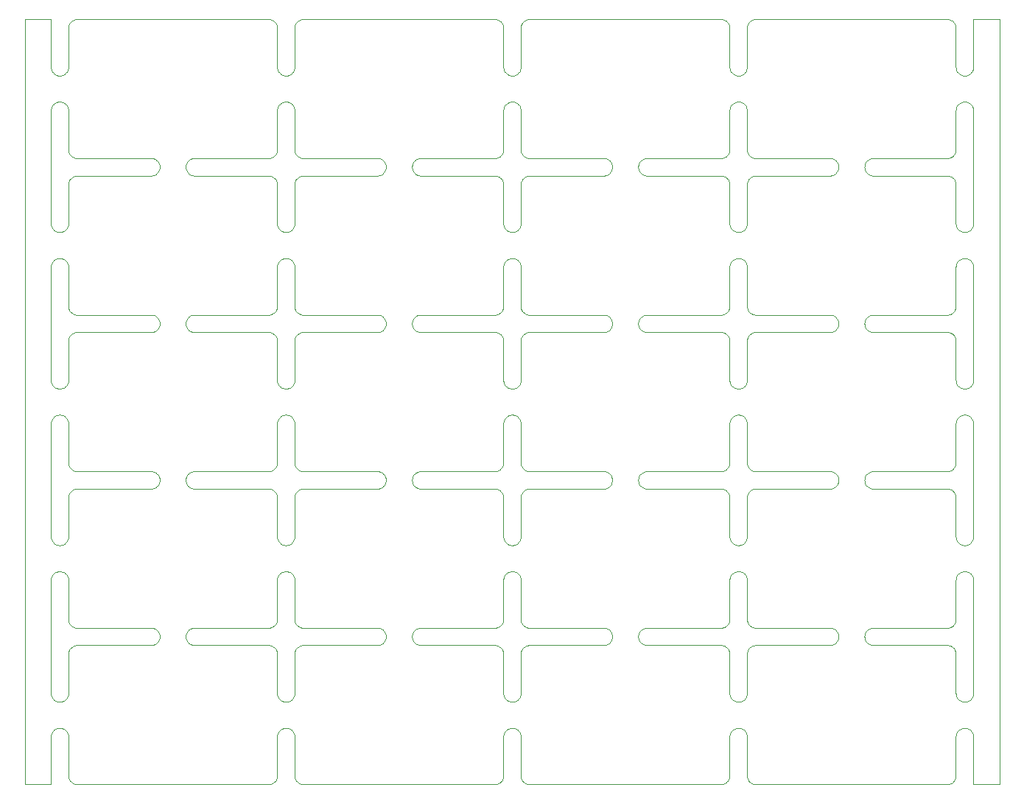
<source format=gm1>
G04 #@! TF.GenerationSoftware,KiCad,Pcbnew,(5.1.7)-1*
G04 #@! TF.CreationDate,2021-12-09T14:19:56+08:00*
G04 #@! TF.ProjectId,haptic-cloth-panelized,68617074-6963-42d6-936c-6f74682d7061,rev?*
G04 #@! TF.SameCoordinates,Original*
G04 #@! TF.FileFunction,Profile,NP*
%FSLAX46Y46*%
G04 Gerber Fmt 4.6, Leading zero omitted, Abs format (unit mm)*
G04 Created by KiCad (PCBNEW (5.1.7)-1) date 2021-12-09 14:19:56*
%MOMM*%
%LPD*%
G01*
G04 APERTURE LIST*
G04 #@! TA.AperFunction,Profile*
%ADD10C,0.100000*%
G04 #@! TD*
G04 APERTURE END LIST*
D10*
X47999000Y-73508800D02*
X47999000Y-60491200D01*
X48003800Y-73606000D02*
X47999000Y-73508800D01*
X48018000Y-73702200D02*
X48003800Y-73606000D01*
X48041600Y-73796400D02*
X48018000Y-73702200D01*
X48074400Y-73887900D02*
X48041600Y-73796400D01*
X48115900Y-73975700D02*
X48074400Y-73887900D01*
X48165900Y-74059000D02*
X48115900Y-73975700D01*
X48223700Y-74137100D02*
X48165900Y-74059000D01*
X48289000Y-74209000D02*
X48223700Y-74137100D01*
X48361000Y-74274300D02*
X48289000Y-74209000D01*
X48439000Y-74332200D02*
X48361000Y-74274300D01*
X48522300Y-74382100D02*
X48439000Y-74332200D01*
X48610100Y-74423600D02*
X48522300Y-74382100D01*
X48701600Y-74456400D02*
X48610100Y-74423600D01*
X48795900Y-74480000D02*
X48701600Y-74456400D01*
X48892000Y-74494200D02*
X48795900Y-74480000D01*
X48989200Y-74499000D02*
X48892000Y-74494200D01*
X49106000Y-74494200D02*
X48989200Y-74499000D01*
X49202100Y-74480000D02*
X49106000Y-74494200D01*
X49296400Y-74456400D02*
X49202100Y-74480000D01*
X49387900Y-74423600D02*
X49296400Y-74456400D01*
X49475700Y-74382100D02*
X49387900Y-74423600D01*
X49559000Y-74332200D02*
X49475700Y-74382100D01*
X49637000Y-74274300D02*
X49559000Y-74332200D01*
X49709000Y-74209000D02*
X49637000Y-74274300D01*
X49774300Y-74137100D02*
X49709000Y-74209000D01*
X49832100Y-74059000D02*
X49774300Y-74137100D01*
X49882100Y-73975700D02*
X49832100Y-74059000D01*
X49923600Y-73887900D02*
X49882100Y-73975700D01*
X49956400Y-73796400D02*
X49923600Y-73887900D01*
X49980000Y-73702200D02*
X49956400Y-73796400D01*
X49994200Y-73606000D02*
X49980000Y-73702200D01*
X49999000Y-73508800D02*
X49994200Y-73606000D01*
X49999000Y-69006600D02*
X49999000Y-73508800D01*
X50004800Y-68895600D02*
X49999000Y-69006600D01*
X50021200Y-68792200D02*
X50004800Y-68895600D01*
X50048400Y-68690500D02*
X50021200Y-68792200D01*
X50086000Y-68592700D02*
X50048400Y-68690500D01*
X50127100Y-68511200D02*
X50086000Y-68592700D01*
X50140300Y-68488500D02*
X50127100Y-68511200D01*
X50183100Y-68422500D02*
X50140300Y-68488500D01*
X50198400Y-68401400D02*
X50183100Y-68422500D01*
X50256200Y-68330600D02*
X50198400Y-68401400D01*
X50320900Y-68265400D02*
X50256200Y-68330600D01*
X50340400Y-68247800D02*
X50320900Y-68265400D01*
X50411600Y-68190600D02*
X50340400Y-68247800D01*
X50499500Y-68133500D02*
X50411600Y-68190600D01*
X50593300Y-68085800D02*
X50499500Y-68133500D01*
X50678400Y-68052700D02*
X50593300Y-68085800D01*
X50703400Y-68044600D02*
X50678400Y-68052700D01*
X50791700Y-68021300D02*
X50703400Y-68044600D01*
X50882400Y-68006600D02*
X50791700Y-68021300D01*
X50908500Y-68003800D02*
X50882400Y-68006600D01*
X51000100Y-67999100D02*
X50908500Y-68003800D01*
X59508800Y-67999000D02*
X51000100Y-67999100D01*
X59606000Y-67994200D02*
X59508800Y-67999000D01*
X59702100Y-67980000D02*
X59606000Y-67994200D01*
X59796400Y-67956400D02*
X59702100Y-67980000D01*
X59887900Y-67923600D02*
X59796400Y-67956400D01*
X59975700Y-67882100D02*
X59887900Y-67923600D01*
X60059000Y-67832100D02*
X59975700Y-67882100D01*
X60137000Y-67774300D02*
X60059000Y-67832100D01*
X60209000Y-67709000D02*
X60137000Y-67774300D01*
X60274300Y-67637000D02*
X60209000Y-67709000D01*
X60332100Y-67559000D02*
X60274300Y-67637000D01*
X60382100Y-67475700D02*
X60332100Y-67559000D01*
X60423600Y-67387900D02*
X60382100Y-67475700D01*
X60456400Y-67296400D02*
X60423600Y-67387900D01*
X60480000Y-67202100D02*
X60456400Y-67296400D01*
X60494200Y-67106000D02*
X60480000Y-67202100D01*
X60499000Y-67008800D02*
X60494200Y-67106000D01*
X60494200Y-66894000D02*
X60499000Y-67008800D01*
X60480000Y-66797900D02*
X60494200Y-66894000D01*
X60456400Y-66703600D02*
X60480000Y-66797900D01*
X60423600Y-66612100D02*
X60456400Y-66703600D01*
X60382100Y-66524300D02*
X60423600Y-66612100D01*
X60332100Y-66441000D02*
X60382100Y-66524300D01*
X60274300Y-66363000D02*
X60332100Y-66441000D01*
X60209000Y-66291000D02*
X60274300Y-66363000D01*
X60137000Y-66225700D02*
X60209000Y-66291000D01*
X60059000Y-66167900D02*
X60137000Y-66225700D01*
X59975700Y-66117900D02*
X60059000Y-66167900D01*
X59887900Y-66076400D02*
X59975700Y-66117900D01*
X59796400Y-66043600D02*
X59887900Y-66076400D01*
X59702100Y-66020000D02*
X59796400Y-66043600D01*
X59606000Y-66005800D02*
X59702100Y-66020000D01*
X59508800Y-66001000D02*
X59606000Y-66005800D01*
X51000100Y-66000900D02*
X59508800Y-66001000D01*
X50908500Y-65996200D02*
X51000100Y-66000900D01*
X50882400Y-65993500D02*
X50908500Y-65996200D01*
X50792200Y-65978800D02*
X50882400Y-65993500D01*
X50703400Y-65955400D02*
X50792200Y-65978800D01*
X50678400Y-65947300D02*
X50703400Y-65955400D01*
X50593200Y-65914200D02*
X50678400Y-65947300D01*
X50499900Y-65866700D02*
X50593200Y-65914200D01*
X50411600Y-65809400D02*
X50499900Y-65866700D01*
X50340400Y-65752200D02*
X50411600Y-65809400D01*
X50320900Y-65734600D02*
X50340400Y-65752200D01*
X50265200Y-65678900D02*
X50320900Y-65734600D01*
X50247800Y-65659600D02*
X50265200Y-65678900D01*
X50190600Y-65588400D02*
X50247800Y-65659600D01*
X50140300Y-65511500D02*
X50190600Y-65588400D01*
X50127100Y-65488800D02*
X50140300Y-65511500D01*
X50086000Y-65407200D02*
X50127100Y-65488800D01*
X50048400Y-65309400D02*
X50086000Y-65407200D01*
X50021300Y-65208300D02*
X50048400Y-65309400D01*
X50004800Y-65104300D02*
X50021300Y-65208300D01*
X49999000Y-64993500D02*
X50004800Y-65104300D01*
X49999000Y-60491200D02*
X49999000Y-64993500D01*
X49994200Y-60394000D02*
X49999000Y-60491200D01*
X49980000Y-60297900D02*
X49994200Y-60394000D01*
X49956400Y-60203600D02*
X49980000Y-60297900D01*
X49923600Y-60112200D02*
X49956400Y-60203600D01*
X49882100Y-60024300D02*
X49923600Y-60112200D01*
X49832100Y-59941000D02*
X49882100Y-60024300D01*
X49774300Y-59863000D02*
X49832100Y-59941000D01*
X49709000Y-59791000D02*
X49774300Y-59863000D01*
X49637000Y-59725700D02*
X49709000Y-59791000D01*
X49559000Y-59667900D02*
X49637000Y-59725700D01*
X49475700Y-59617900D02*
X49559000Y-59667900D01*
X49387900Y-59576400D02*
X49475700Y-59617900D01*
X49296400Y-59543600D02*
X49387900Y-59576400D01*
X49202100Y-59520000D02*
X49296400Y-59543600D01*
X49106000Y-59505800D02*
X49202100Y-59520000D01*
X48989200Y-59501000D02*
X49106000Y-59505800D01*
X48892000Y-59505800D02*
X48989200Y-59501000D01*
X48795900Y-59520000D02*
X48892000Y-59505800D01*
X48701600Y-59543600D02*
X48795900Y-59520000D01*
X48610100Y-59576400D02*
X48701600Y-59543600D01*
X48522300Y-59617900D02*
X48610100Y-59576400D01*
X48439000Y-59667900D02*
X48522300Y-59617900D01*
X48361000Y-59725700D02*
X48439000Y-59667900D01*
X48289000Y-59791000D02*
X48361000Y-59725700D01*
X48223700Y-59863000D02*
X48289000Y-59791000D01*
X48165900Y-59941000D02*
X48223700Y-59863000D01*
X48115900Y-60024300D02*
X48165900Y-59941000D01*
X48074400Y-60112200D02*
X48115900Y-60024300D01*
X48041600Y-60203600D02*
X48074400Y-60112200D01*
X48018000Y-60297900D02*
X48041600Y-60203600D01*
X48003800Y-60394000D02*
X48018000Y-60297900D01*
X47999000Y-60491200D02*
X48003800Y-60394000D01*
X47999000Y-91508800D02*
X47999000Y-78491300D01*
X48003800Y-91606100D02*
X47999000Y-91508800D01*
X48018000Y-91702200D02*
X48003800Y-91606100D01*
X48041600Y-91796400D02*
X48018000Y-91702200D01*
X48074400Y-91887900D02*
X48041600Y-91796400D01*
X48115900Y-91975700D02*
X48074400Y-91887900D01*
X48165900Y-92059000D02*
X48115900Y-91975700D01*
X48223700Y-92137100D02*
X48165900Y-92059000D01*
X48289000Y-92209000D02*
X48223700Y-92137100D01*
X48361000Y-92274300D02*
X48289000Y-92209000D01*
X48439000Y-92332200D02*
X48361000Y-92274300D01*
X48522300Y-92382100D02*
X48439000Y-92332200D01*
X48610100Y-92423700D02*
X48522300Y-92382100D01*
X48701600Y-92456400D02*
X48610100Y-92423700D01*
X48795900Y-92480000D02*
X48701600Y-92456400D01*
X48892000Y-92494200D02*
X48795900Y-92480000D01*
X48989200Y-92499000D02*
X48892000Y-92494200D01*
X49106000Y-92494200D02*
X48989200Y-92499000D01*
X49202100Y-92480000D02*
X49106000Y-92494200D01*
X49296400Y-92456400D02*
X49202100Y-92480000D01*
X49387900Y-92423700D02*
X49296400Y-92456400D01*
X49475700Y-92382100D02*
X49387900Y-92423700D01*
X49559000Y-92332200D02*
X49475700Y-92382100D01*
X49637000Y-92274300D02*
X49559000Y-92332200D01*
X49709000Y-92209000D02*
X49637000Y-92274300D01*
X49774300Y-92137100D02*
X49709000Y-92209000D01*
X49832100Y-92059000D02*
X49774300Y-92137100D01*
X49882100Y-91975700D02*
X49832100Y-92059000D01*
X49923600Y-91887900D02*
X49882100Y-91975700D01*
X49956400Y-91796400D02*
X49923600Y-91887900D01*
X49980000Y-91702200D02*
X49956400Y-91796400D01*
X49994200Y-91606100D02*
X49980000Y-91702200D01*
X49999000Y-91508800D02*
X49994200Y-91606100D01*
X49999000Y-87006600D02*
X49999000Y-91508800D01*
X50004800Y-86895700D02*
X49999000Y-87006600D01*
X50021200Y-86792200D02*
X50004800Y-86895700D01*
X50048400Y-86690500D02*
X50021200Y-86792200D01*
X50086000Y-86592800D02*
X50048400Y-86690500D01*
X50127100Y-86511300D02*
X50086000Y-86592800D01*
X50140300Y-86488500D02*
X50127100Y-86511300D01*
X50183100Y-86422500D02*
X50140300Y-86488500D01*
X50198400Y-86401400D02*
X50183100Y-86422500D01*
X50256200Y-86330600D02*
X50198400Y-86401400D01*
X50320900Y-86265400D02*
X50256200Y-86330600D01*
X50340400Y-86247900D02*
X50320900Y-86265400D01*
X50411600Y-86190600D02*
X50340400Y-86247900D01*
X50499500Y-86133500D02*
X50411600Y-86190600D01*
X50593300Y-86085800D02*
X50499500Y-86133500D01*
X50678400Y-86052700D02*
X50593300Y-86085800D01*
X50703400Y-86044600D02*
X50678400Y-86052700D01*
X50791700Y-86021300D02*
X50703400Y-86044600D01*
X50882400Y-86006600D02*
X50791700Y-86021300D01*
X50908500Y-86003800D02*
X50882400Y-86006600D01*
X51000100Y-85999100D02*
X50908500Y-86003800D01*
X59508800Y-85999000D02*
X51000100Y-85999100D01*
X59606000Y-85994200D02*
X59508800Y-85999000D01*
X59702100Y-85980000D02*
X59606000Y-85994200D01*
X59796400Y-85956400D02*
X59702100Y-85980000D01*
X59887900Y-85923600D02*
X59796400Y-85956400D01*
X59975700Y-85882100D02*
X59887900Y-85923600D01*
X60059000Y-85832200D02*
X59975700Y-85882100D01*
X60137000Y-85774300D02*
X60059000Y-85832200D01*
X60209000Y-85709000D02*
X60137000Y-85774300D01*
X60274300Y-85637000D02*
X60209000Y-85709000D01*
X60332100Y-85559000D02*
X60274300Y-85637000D01*
X60382100Y-85475700D02*
X60332100Y-85559000D01*
X60423600Y-85387900D02*
X60382100Y-85475700D01*
X60456400Y-85296400D02*
X60423600Y-85387900D01*
X60480000Y-85202100D02*
X60456400Y-85296400D01*
X60494200Y-85106000D02*
X60480000Y-85202100D01*
X60499000Y-85008800D02*
X60494200Y-85106000D01*
X60494200Y-84894000D02*
X60499000Y-85008800D01*
X60480000Y-84797900D02*
X60494200Y-84894000D01*
X60456400Y-84703600D02*
X60480000Y-84797900D01*
X60423600Y-84612200D02*
X60456400Y-84703600D01*
X60382100Y-84524300D02*
X60423600Y-84612200D01*
X60332100Y-84441000D02*
X60382100Y-84524300D01*
X60274300Y-84363000D02*
X60332100Y-84441000D01*
X60209000Y-84291000D02*
X60274300Y-84363000D01*
X60137000Y-84225700D02*
X60209000Y-84291000D01*
X60059000Y-84167900D02*
X60137000Y-84225700D01*
X59975700Y-84117900D02*
X60059000Y-84167900D01*
X59887900Y-84076400D02*
X59975700Y-84117900D01*
X59796400Y-84043600D02*
X59887900Y-84076400D01*
X59702100Y-84020000D02*
X59796400Y-84043600D01*
X59606000Y-84005800D02*
X59702100Y-84020000D01*
X59508800Y-84001000D02*
X59606000Y-84005800D01*
X51000100Y-84000900D02*
X59508800Y-84001000D01*
X50908500Y-83996200D02*
X51000100Y-84000900D01*
X50882400Y-83993500D02*
X50908500Y-83996200D01*
X50792200Y-83978800D02*
X50882400Y-83993500D01*
X50703400Y-83955400D02*
X50792200Y-83978800D01*
X50678400Y-83947300D02*
X50703400Y-83955400D01*
X50593200Y-83914200D02*
X50678400Y-83947300D01*
X50499900Y-83866700D02*
X50593200Y-83914200D01*
X50411600Y-83809400D02*
X50499900Y-83866700D01*
X50340400Y-83752200D02*
X50411600Y-83809400D01*
X50320900Y-83734600D02*
X50340400Y-83752200D01*
X50265200Y-83678900D02*
X50320900Y-83734600D01*
X50247800Y-83659600D02*
X50265200Y-83678900D01*
X50190600Y-83588400D02*
X50247800Y-83659600D01*
X50140300Y-83511600D02*
X50190600Y-83588400D01*
X50127100Y-83488800D02*
X50140300Y-83511600D01*
X50086000Y-83407200D02*
X50127100Y-83488800D01*
X50048400Y-83309500D02*
X50086000Y-83407200D01*
X50021300Y-83208300D02*
X50048400Y-83309500D01*
X50004800Y-83104300D02*
X50021300Y-83208300D01*
X49999000Y-82993500D02*
X50004800Y-83104300D01*
X49999000Y-78491300D02*
X49999000Y-82993500D01*
X49994200Y-78394000D02*
X49999000Y-78491300D01*
X49980000Y-78297900D02*
X49994200Y-78394000D01*
X49956400Y-78203600D02*
X49980000Y-78297900D01*
X49923600Y-78112200D02*
X49956400Y-78203600D01*
X49882100Y-78024300D02*
X49923600Y-78112200D01*
X49832100Y-77941000D02*
X49882100Y-78024300D01*
X49774300Y-77863000D02*
X49832100Y-77941000D01*
X49709000Y-77791000D02*
X49774300Y-77863000D01*
X49637000Y-77725700D02*
X49709000Y-77791000D01*
X49559000Y-77667900D02*
X49637000Y-77725700D01*
X49475700Y-77617900D02*
X49559000Y-77667900D01*
X49387900Y-77576400D02*
X49475700Y-77617900D01*
X49296400Y-77543700D02*
X49387900Y-77576400D01*
X49202100Y-77520000D02*
X49296400Y-77543700D01*
X49106000Y-77505800D02*
X49202100Y-77520000D01*
X48989200Y-77501000D02*
X49106000Y-77505800D01*
X48892000Y-77505800D02*
X48989200Y-77501000D01*
X48795900Y-77520000D02*
X48892000Y-77505800D01*
X48701600Y-77543700D02*
X48795900Y-77520000D01*
X48610100Y-77576400D02*
X48701600Y-77543700D01*
X48522300Y-77617900D02*
X48610100Y-77576400D01*
X48439000Y-77667900D02*
X48522300Y-77617900D01*
X48361000Y-77725700D02*
X48439000Y-77667900D01*
X48289000Y-77791000D02*
X48361000Y-77725700D01*
X48223700Y-77863000D02*
X48289000Y-77791000D01*
X48165900Y-77941000D02*
X48223700Y-77863000D01*
X48115900Y-78024300D02*
X48165900Y-77941000D01*
X48074400Y-78112200D02*
X48115900Y-78024300D01*
X48041600Y-78203600D02*
X48074400Y-78112200D01*
X48018000Y-78297900D02*
X48041600Y-78203600D01*
X48003800Y-78394000D02*
X48018000Y-78297900D01*
X47999000Y-78491300D02*
X48003800Y-78394000D01*
X47999000Y-109508800D02*
X47999000Y-96491300D01*
X48003800Y-109606100D02*
X47999000Y-109508800D01*
X48018000Y-109702200D02*
X48003800Y-109606100D01*
X48041600Y-109796400D02*
X48018000Y-109702200D01*
X48074400Y-109887900D02*
X48041600Y-109796400D01*
X48115900Y-109975700D02*
X48074400Y-109887900D01*
X48165900Y-110059000D02*
X48115900Y-109975700D01*
X48223700Y-110137100D02*
X48165900Y-110059000D01*
X48289000Y-110209100D02*
X48223700Y-110137100D01*
X48361000Y-110274300D02*
X48289000Y-110209100D01*
X48439000Y-110332200D02*
X48361000Y-110274300D01*
X48522300Y-110382100D02*
X48439000Y-110332200D01*
X48610100Y-110423700D02*
X48522300Y-110382100D01*
X48701600Y-110456400D02*
X48610100Y-110423700D01*
X48795900Y-110480000D02*
X48701600Y-110456400D01*
X48892000Y-110494300D02*
X48795900Y-110480000D01*
X48989200Y-110499000D02*
X48892000Y-110494300D01*
X49106000Y-110494300D02*
X48989200Y-110499000D01*
X49202100Y-110480000D02*
X49106000Y-110494300D01*
X49296400Y-110456400D02*
X49202100Y-110480000D01*
X49387900Y-110423700D02*
X49296400Y-110456400D01*
X49475700Y-110382100D02*
X49387900Y-110423700D01*
X49559000Y-110332200D02*
X49475700Y-110382100D01*
X49637000Y-110274300D02*
X49559000Y-110332200D01*
X49709000Y-110209100D02*
X49637000Y-110274300D01*
X49774300Y-110137100D02*
X49709000Y-110209100D01*
X49832100Y-110059000D02*
X49774300Y-110137100D01*
X49882100Y-109975700D02*
X49832100Y-110059000D01*
X49923600Y-109887900D02*
X49882100Y-109975700D01*
X49956400Y-109796400D02*
X49923600Y-109887900D01*
X49980000Y-109702200D02*
X49956400Y-109796400D01*
X49994200Y-109606100D02*
X49980000Y-109702200D01*
X49999000Y-109508800D02*
X49994200Y-109606100D01*
X49999000Y-105006600D02*
X49999000Y-109508800D01*
X50004800Y-104895700D02*
X49999000Y-105006600D01*
X50021200Y-104792200D02*
X50004800Y-104895700D01*
X50048400Y-104690500D02*
X50021200Y-104792200D01*
X50086000Y-104592800D02*
X50048400Y-104690500D01*
X50127100Y-104511300D02*
X50086000Y-104592800D01*
X50140300Y-104488500D02*
X50127100Y-104511300D01*
X50183100Y-104422500D02*
X50140300Y-104488500D01*
X50198400Y-104401400D02*
X50183100Y-104422500D01*
X50256200Y-104330600D02*
X50198400Y-104401400D01*
X50320900Y-104265500D02*
X50256200Y-104330600D01*
X50340400Y-104247900D02*
X50320900Y-104265500D01*
X50411600Y-104190600D02*
X50340400Y-104247900D01*
X50499500Y-104133600D02*
X50411600Y-104190600D01*
X50593300Y-104085800D02*
X50499500Y-104133600D01*
X50678400Y-104052700D02*
X50593300Y-104085800D01*
X50703400Y-104044600D02*
X50678400Y-104052700D01*
X50791700Y-104021300D02*
X50703400Y-104044600D01*
X50882400Y-104006600D02*
X50791700Y-104021300D01*
X50908500Y-104003800D02*
X50882400Y-104006600D01*
X51000100Y-103999100D02*
X50908500Y-104003800D01*
X59508800Y-103999000D02*
X51000100Y-103999100D01*
X59606000Y-103994200D02*
X59508800Y-103999000D01*
X59702100Y-103980000D02*
X59606000Y-103994200D01*
X59796400Y-103956400D02*
X59702100Y-103980000D01*
X59887900Y-103923600D02*
X59796400Y-103956400D01*
X59975700Y-103882100D02*
X59887900Y-103923600D01*
X60059000Y-103832200D02*
X59975700Y-103882100D01*
X60137000Y-103774300D02*
X60059000Y-103832200D01*
X60209000Y-103709000D02*
X60137000Y-103774300D01*
X60274300Y-103637100D02*
X60209000Y-103709000D01*
X60332100Y-103559000D02*
X60274300Y-103637100D01*
X60382100Y-103475700D02*
X60332100Y-103559000D01*
X60423600Y-103387900D02*
X60382100Y-103475700D01*
X60456400Y-103296400D02*
X60423600Y-103387900D01*
X60480000Y-103202100D02*
X60456400Y-103296400D01*
X60494200Y-103106000D02*
X60480000Y-103202100D01*
X60499000Y-103008800D02*
X60494200Y-103106000D01*
X60494200Y-102894000D02*
X60499000Y-103008800D01*
X60480000Y-102797900D02*
X60494200Y-102894000D01*
X60456400Y-102703600D02*
X60480000Y-102797900D01*
X60423600Y-102612200D02*
X60456400Y-102703600D01*
X60382100Y-102524300D02*
X60423600Y-102612200D01*
X60332100Y-102441000D02*
X60382100Y-102524300D01*
X60274300Y-102363000D02*
X60332100Y-102441000D01*
X60209000Y-102291000D02*
X60274300Y-102363000D01*
X60137000Y-102225700D02*
X60209000Y-102291000D01*
X60059000Y-102167900D02*
X60137000Y-102225700D01*
X59975700Y-102117900D02*
X60059000Y-102167900D01*
X59887900Y-102076400D02*
X59975700Y-102117900D01*
X59796400Y-102043700D02*
X59887900Y-102076400D01*
X59702100Y-102020000D02*
X59796400Y-102043700D01*
X59606000Y-102005800D02*
X59702100Y-102020000D01*
X59508800Y-102001000D02*
X59606000Y-102005800D01*
X51000100Y-102000900D02*
X59508800Y-102001000D01*
X50908500Y-101996200D02*
X51000100Y-102000900D01*
X50882400Y-101993500D02*
X50908500Y-101996200D01*
X50792200Y-101978900D02*
X50882400Y-101993500D01*
X50703400Y-101955400D02*
X50792200Y-101978900D01*
X50678400Y-101947300D02*
X50703400Y-101955400D01*
X50593200Y-101914300D02*
X50678400Y-101947300D01*
X50499900Y-101866700D02*
X50593200Y-101914300D01*
X50411600Y-101809400D02*
X50499900Y-101866700D01*
X50340400Y-101752200D02*
X50411600Y-101809400D01*
X50320900Y-101734600D02*
X50340400Y-101752200D01*
X50265200Y-101678900D02*
X50320900Y-101734600D01*
X50247800Y-101659600D02*
X50265200Y-101678900D01*
X50190600Y-101588400D02*
X50247800Y-101659600D01*
X50140300Y-101511600D02*
X50190600Y-101588400D01*
X50127100Y-101488800D02*
X50140300Y-101511600D01*
X50086000Y-101407200D02*
X50127100Y-101488800D01*
X50048400Y-101309500D02*
X50086000Y-101407200D01*
X50021300Y-101208300D02*
X50048400Y-101309500D01*
X50004800Y-101104300D02*
X50021300Y-101208300D01*
X49999000Y-100993500D02*
X50004800Y-101104300D01*
X49999000Y-96491300D02*
X49999000Y-100993500D01*
X49994200Y-96394000D02*
X49999000Y-96491300D01*
X49980000Y-96297900D02*
X49994200Y-96394000D01*
X49956400Y-96203600D02*
X49980000Y-96297900D01*
X49923600Y-96112200D02*
X49956400Y-96203600D01*
X49882100Y-96024300D02*
X49923600Y-96112200D01*
X49832100Y-95941000D02*
X49882100Y-96024300D01*
X49774300Y-95863000D02*
X49832100Y-95941000D01*
X49709000Y-95791000D02*
X49774300Y-95863000D01*
X49637000Y-95725800D02*
X49709000Y-95791000D01*
X49559000Y-95667900D02*
X49637000Y-95725800D01*
X49475700Y-95617900D02*
X49559000Y-95667900D01*
X49387900Y-95576400D02*
X49475700Y-95617900D01*
X49296400Y-95543700D02*
X49387900Y-95576400D01*
X49202100Y-95520100D02*
X49296400Y-95543700D01*
X49106000Y-95505800D02*
X49202100Y-95520100D01*
X48989200Y-95501000D02*
X49106000Y-95505800D01*
X48892000Y-95505800D02*
X48989200Y-95501000D01*
X48795900Y-95520100D02*
X48892000Y-95505800D01*
X48701600Y-95543700D02*
X48795900Y-95520100D01*
X48610100Y-95576400D02*
X48701600Y-95543700D01*
X48522300Y-95617900D02*
X48610100Y-95576400D01*
X48439000Y-95667900D02*
X48522300Y-95617900D01*
X48361000Y-95725800D02*
X48439000Y-95667900D01*
X48289000Y-95791000D02*
X48361000Y-95725800D01*
X48223700Y-95863000D02*
X48289000Y-95791000D01*
X48165900Y-95941000D02*
X48223700Y-95863000D01*
X48115900Y-96024300D02*
X48165900Y-95941000D01*
X48074400Y-96112200D02*
X48115900Y-96024300D01*
X48041600Y-96203600D02*
X48074400Y-96112200D01*
X48018000Y-96297900D02*
X48041600Y-96203600D01*
X48003800Y-96394000D02*
X48018000Y-96297900D01*
X47999000Y-96491300D02*
X48003800Y-96394000D01*
X47999000Y-127508800D02*
X47999000Y-114491300D01*
X48003800Y-127606100D02*
X47999000Y-127508800D01*
X48018000Y-127702200D02*
X48003800Y-127606100D01*
X48041600Y-127796400D02*
X48018000Y-127702200D01*
X48074400Y-127887900D02*
X48041600Y-127796400D01*
X48115900Y-127975700D02*
X48074400Y-127887900D01*
X48165900Y-128059000D02*
X48115900Y-127975700D01*
X48223700Y-128137100D02*
X48165900Y-128059000D01*
X48289000Y-128209100D02*
X48223700Y-128137100D01*
X48361000Y-128274300D02*
X48289000Y-128209100D01*
X48439000Y-128332200D02*
X48361000Y-128274300D01*
X48522300Y-128382100D02*
X48439000Y-128332200D01*
X48610100Y-128423700D02*
X48522300Y-128382100D01*
X48701600Y-128456400D02*
X48610100Y-128423700D01*
X48795900Y-128480000D02*
X48701600Y-128456400D01*
X48892000Y-128494300D02*
X48795900Y-128480000D01*
X48989200Y-128499000D02*
X48892000Y-128494300D01*
X49106000Y-128494300D02*
X48989200Y-128499000D01*
X49202100Y-128480000D02*
X49106000Y-128494300D01*
X49296400Y-128456400D02*
X49202100Y-128480000D01*
X49387900Y-128423700D02*
X49296400Y-128456400D01*
X49475700Y-128382100D02*
X49387900Y-128423700D01*
X49559000Y-128332200D02*
X49475700Y-128382100D01*
X49637000Y-128274300D02*
X49559000Y-128332200D01*
X49709000Y-128209100D02*
X49637000Y-128274300D01*
X49774300Y-128137100D02*
X49709000Y-128209100D01*
X49832100Y-128059000D02*
X49774300Y-128137100D01*
X49882100Y-127975700D02*
X49832100Y-128059000D01*
X49923600Y-127887900D02*
X49882100Y-127975700D01*
X49956400Y-127796400D02*
X49923600Y-127887900D01*
X49980000Y-127702200D02*
X49956400Y-127796400D01*
X49994200Y-127606100D02*
X49980000Y-127702200D01*
X49999000Y-127508800D02*
X49994200Y-127606100D01*
X49999000Y-123006600D02*
X49999000Y-127508800D01*
X50004800Y-122895700D02*
X49999000Y-123006600D01*
X50021200Y-122792200D02*
X50004800Y-122895700D01*
X50048400Y-122690500D02*
X50021200Y-122792200D01*
X50086000Y-122592800D02*
X50048400Y-122690500D01*
X50127100Y-122511300D02*
X50086000Y-122592800D01*
X50140300Y-122488500D02*
X50127100Y-122511300D01*
X50183100Y-122422500D02*
X50140300Y-122488500D01*
X50198400Y-122401400D02*
X50183100Y-122422500D01*
X50256200Y-122330600D02*
X50198400Y-122401400D01*
X50320900Y-122265500D02*
X50256200Y-122330600D01*
X50340400Y-122247900D02*
X50320900Y-122265500D01*
X50411600Y-122190600D02*
X50340400Y-122247900D01*
X50499500Y-122133600D02*
X50411600Y-122190600D01*
X50593300Y-122085800D02*
X50499500Y-122133600D01*
X50678400Y-122052700D02*
X50593300Y-122085800D01*
X50703400Y-122044600D02*
X50678400Y-122052700D01*
X50791700Y-122021300D02*
X50703400Y-122044600D01*
X50882400Y-122006600D02*
X50791700Y-122021300D01*
X50908400Y-122003800D02*
X50882400Y-122006600D01*
X51000100Y-121999100D02*
X50908400Y-122003800D01*
X59508800Y-121999000D02*
X51000100Y-121999100D01*
X59606000Y-121994200D02*
X59508800Y-121999000D01*
X59702100Y-121980000D02*
X59606000Y-121994200D01*
X59796400Y-121956400D02*
X59702100Y-121980000D01*
X59887900Y-121923600D02*
X59796400Y-121956400D01*
X59975700Y-121882100D02*
X59887900Y-121923600D01*
X60059000Y-121832200D02*
X59975700Y-121882100D01*
X60137000Y-121774300D02*
X60059000Y-121832200D01*
X60209000Y-121709000D02*
X60137000Y-121774300D01*
X60274300Y-121637100D02*
X60209000Y-121709000D01*
X60332100Y-121559000D02*
X60274300Y-121637100D01*
X60382100Y-121475700D02*
X60332100Y-121559000D01*
X60423600Y-121387900D02*
X60382100Y-121475700D01*
X60456400Y-121296400D02*
X60423600Y-121387900D01*
X60480000Y-121202200D02*
X60456400Y-121296400D01*
X60494200Y-121106100D02*
X60480000Y-121202200D01*
X60499000Y-121008800D02*
X60494200Y-121106100D01*
X60494200Y-120894000D02*
X60499000Y-121008800D01*
X60480000Y-120797900D02*
X60494200Y-120894000D01*
X60456400Y-120703600D02*
X60480000Y-120797900D01*
X60423600Y-120612200D02*
X60456400Y-120703600D01*
X60382100Y-120524300D02*
X60423600Y-120612200D01*
X60332100Y-120441000D02*
X60382100Y-120524300D01*
X60274300Y-120363000D02*
X60332100Y-120441000D01*
X60209000Y-120291000D02*
X60274300Y-120363000D01*
X60137000Y-120225700D02*
X60209000Y-120291000D01*
X60059000Y-120167900D02*
X60137000Y-120225700D01*
X59975700Y-120117900D02*
X60059000Y-120167900D01*
X59887900Y-120076400D02*
X59975700Y-120117900D01*
X59796400Y-120043700D02*
X59887900Y-120076400D01*
X59702100Y-120020100D02*
X59796400Y-120043700D01*
X59606000Y-120005800D02*
X59702100Y-120020100D01*
X59508800Y-120001000D02*
X59606000Y-120005800D01*
X51000100Y-120000900D02*
X59508800Y-120001000D01*
X50908500Y-119996200D02*
X51000100Y-120000900D01*
X50882400Y-119993500D02*
X50908500Y-119996200D01*
X50792200Y-119978900D02*
X50882400Y-119993500D01*
X50703400Y-119955400D02*
X50792200Y-119978900D01*
X50678400Y-119947300D02*
X50703400Y-119955400D01*
X50593200Y-119914300D02*
X50678400Y-119947300D01*
X50499900Y-119866700D02*
X50593200Y-119914300D01*
X50411600Y-119809400D02*
X50499900Y-119866700D01*
X50340400Y-119752200D02*
X50411600Y-119809400D01*
X50320900Y-119734600D02*
X50340400Y-119752200D01*
X50265200Y-119679000D02*
X50320900Y-119734600D01*
X50247800Y-119659600D02*
X50265200Y-119679000D01*
X50190600Y-119588400D02*
X50247800Y-119659600D01*
X50140300Y-119511600D02*
X50190600Y-119588400D01*
X50127100Y-119488800D02*
X50140300Y-119511600D01*
X50086000Y-119407200D02*
X50127100Y-119488800D01*
X50048400Y-119309500D02*
X50086000Y-119407200D01*
X50021300Y-119208300D02*
X50048400Y-119309500D01*
X50004800Y-119104300D02*
X50021300Y-119208300D01*
X49999000Y-118993500D02*
X50004800Y-119104300D01*
X49999000Y-114491300D02*
X49999000Y-118993500D01*
X49994200Y-114394000D02*
X49999000Y-114491300D01*
X49980000Y-114297900D02*
X49994200Y-114394000D01*
X49956400Y-114203700D02*
X49980000Y-114297900D01*
X49923600Y-114112200D02*
X49956400Y-114203700D01*
X49882100Y-114024400D02*
X49923600Y-114112200D01*
X49832100Y-113941000D02*
X49882100Y-114024400D01*
X49774300Y-113863000D02*
X49832100Y-113941000D01*
X49709000Y-113791000D02*
X49774300Y-113863000D01*
X49637000Y-113725800D02*
X49709000Y-113791000D01*
X49559000Y-113667900D02*
X49637000Y-113725800D01*
X49475700Y-113617900D02*
X49559000Y-113667900D01*
X49387900Y-113576400D02*
X49475700Y-113617900D01*
X49296400Y-113543700D02*
X49387900Y-113576400D01*
X49202100Y-113520100D02*
X49296400Y-113543700D01*
X49106000Y-113505800D02*
X49202100Y-113520100D01*
X48989200Y-113501000D02*
X49106000Y-113505800D01*
X48892000Y-113505800D02*
X48989200Y-113501000D01*
X48795900Y-113520100D02*
X48892000Y-113505800D01*
X48701600Y-113543700D02*
X48795900Y-113520100D01*
X48610100Y-113576400D02*
X48701600Y-113543700D01*
X48522300Y-113617900D02*
X48610100Y-113576400D01*
X48439000Y-113667900D02*
X48522300Y-113617900D01*
X48361000Y-113725800D02*
X48439000Y-113667900D01*
X48289000Y-113791000D02*
X48361000Y-113725800D01*
X48223700Y-113863000D02*
X48289000Y-113791000D01*
X48165900Y-113941000D02*
X48223700Y-113863000D01*
X48115900Y-114024400D02*
X48165900Y-113941000D01*
X48074400Y-114112200D02*
X48115900Y-114024400D01*
X48041600Y-114203700D02*
X48074400Y-114112200D01*
X48018000Y-114297900D02*
X48041600Y-114203700D01*
X48003800Y-114394000D02*
X48018000Y-114297900D01*
X47999000Y-114491300D02*
X48003800Y-114394000D01*
X63505800Y-103106100D02*
X63501000Y-102991300D01*
X63520000Y-103202200D02*
X63505800Y-103106100D01*
X63543600Y-103296400D02*
X63520000Y-103202200D01*
X63576400Y-103387900D02*
X63543600Y-103296400D01*
X63617900Y-103475700D02*
X63576400Y-103387900D01*
X63667900Y-103559000D02*
X63617900Y-103475700D01*
X63725700Y-103637100D02*
X63667900Y-103559000D01*
X63791000Y-103709000D02*
X63725700Y-103637100D01*
X63863000Y-103774300D02*
X63791000Y-103709000D01*
X63941000Y-103832200D02*
X63863000Y-103774300D01*
X64024300Y-103882100D02*
X63941000Y-103832200D01*
X64112200Y-103923600D02*
X64024300Y-103882100D01*
X64203600Y-103956400D02*
X64112200Y-103923600D01*
X64297900Y-103980000D02*
X64203600Y-103956400D01*
X64394000Y-103994200D02*
X64297900Y-103980000D01*
X64491200Y-103999000D02*
X64394000Y-103994200D01*
X72999900Y-103999100D02*
X64491200Y-103999000D01*
X73104400Y-104004800D02*
X72999900Y-103999100D01*
X73195100Y-104018800D02*
X73104400Y-104004800D01*
X73220800Y-104024300D02*
X73195100Y-104018800D01*
X73309000Y-104048300D02*
X73220800Y-104024300D01*
X73394900Y-104080800D02*
X73309000Y-104048300D01*
X73418900Y-104091500D02*
X73394900Y-104080800D01*
X73500100Y-104133300D02*
X73418900Y-104091500D01*
X73577300Y-104183000D02*
X73500100Y-104133300D01*
X73598600Y-104198500D02*
X73577300Y-104183000D01*
X73669400Y-104256200D02*
X73598600Y-104198500D01*
X73743500Y-104330300D02*
X73669400Y-104256200D01*
X73809400Y-104411700D02*
X73743500Y-104330300D01*
X73866500Y-104499500D02*
X73809400Y-104411700D01*
X73914000Y-104592800D02*
X73866500Y-104499500D01*
X73951600Y-104690600D02*
X73914000Y-104592800D01*
X73978700Y-104791800D02*
X73951600Y-104690600D01*
X73995200Y-104895700D02*
X73978700Y-104791800D01*
X74001000Y-105006500D02*
X73995200Y-104895700D01*
X74001000Y-109508800D02*
X74001000Y-105006500D01*
X74005800Y-109606100D02*
X74001000Y-109508800D01*
X74020000Y-109702200D02*
X74005800Y-109606100D01*
X74043600Y-109796400D02*
X74020000Y-109702200D01*
X74076400Y-109887900D02*
X74043600Y-109796400D01*
X74117900Y-109975700D02*
X74076400Y-109887900D01*
X74167900Y-110059000D02*
X74117900Y-109975700D01*
X74225700Y-110137100D02*
X74167900Y-110059000D01*
X74291000Y-110209100D02*
X74225700Y-110137100D01*
X74363000Y-110274300D02*
X74291000Y-110209100D01*
X74441000Y-110332200D02*
X74363000Y-110274300D01*
X74524300Y-110382100D02*
X74441000Y-110332200D01*
X74612100Y-110423700D02*
X74524300Y-110382100D01*
X74703600Y-110456400D02*
X74612100Y-110423700D01*
X74797900Y-110480000D02*
X74703600Y-110456400D01*
X74894000Y-110494300D02*
X74797900Y-110480000D01*
X74991200Y-110499000D02*
X74894000Y-110494300D01*
X75106000Y-110494300D02*
X74991200Y-110499000D01*
X75202100Y-110480000D02*
X75106000Y-110494300D01*
X75296400Y-110456400D02*
X75202100Y-110480000D01*
X75387900Y-110423700D02*
X75296400Y-110456400D01*
X75475700Y-110382100D02*
X75387900Y-110423700D01*
X75559000Y-110332200D02*
X75475700Y-110382100D01*
X75637000Y-110274300D02*
X75559000Y-110332200D01*
X75709000Y-110209100D02*
X75637000Y-110274300D01*
X75774300Y-110137100D02*
X75709000Y-110209100D01*
X75832200Y-110059000D02*
X75774300Y-110137100D01*
X75882100Y-109975700D02*
X75832200Y-110059000D01*
X75923600Y-109887900D02*
X75882100Y-109975700D01*
X75956400Y-109796400D02*
X75923600Y-109887900D01*
X75980000Y-109702200D02*
X75956400Y-109796400D01*
X75994200Y-109606100D02*
X75980000Y-109702200D01*
X75999000Y-109508800D02*
X75994200Y-109606100D01*
X75999000Y-105006600D02*
X75999000Y-109508800D01*
X76004800Y-104895700D02*
X75999000Y-105006600D01*
X76021200Y-104792200D02*
X76004800Y-104895700D01*
X76048300Y-104691000D02*
X76021200Y-104792200D01*
X76085800Y-104593200D02*
X76048300Y-104691000D01*
X76133600Y-104499500D02*
X76085800Y-104593200D01*
X76190600Y-104411600D02*
X76133600Y-104499500D01*
X76256600Y-104330200D02*
X76190600Y-104411600D01*
X76330700Y-104256200D02*
X76256600Y-104330200D01*
X76401400Y-104198500D02*
X76330700Y-104256200D01*
X76422700Y-104183000D02*
X76401400Y-104198500D01*
X76499500Y-104133600D02*
X76422700Y-104183000D01*
X76581100Y-104091500D02*
X76499500Y-104133600D01*
X76605100Y-104080900D02*
X76581100Y-104091500D01*
X76691100Y-104048300D02*
X76605100Y-104080900D01*
X76779200Y-104024300D02*
X76691100Y-104048300D01*
X76804900Y-104018800D02*
X76779200Y-104024300D01*
X76895700Y-104004800D02*
X76804900Y-104018800D01*
X77000100Y-103999100D02*
X76895700Y-104004800D01*
X85508800Y-103999000D02*
X77000100Y-103999100D01*
X85606000Y-103994200D02*
X85508800Y-103999000D01*
X85702100Y-103980000D02*
X85606000Y-103994200D01*
X85796400Y-103956400D02*
X85702100Y-103980000D01*
X85887900Y-103923600D02*
X85796400Y-103956400D01*
X85975700Y-103882100D02*
X85887900Y-103923600D01*
X86059000Y-103832200D02*
X85975700Y-103882100D01*
X86137100Y-103774300D02*
X86059000Y-103832200D01*
X86209000Y-103709000D02*
X86137100Y-103774300D01*
X86274300Y-103637100D02*
X86209000Y-103709000D01*
X86332200Y-103559000D02*
X86274300Y-103637100D01*
X86382100Y-103475700D02*
X86332200Y-103559000D01*
X86423600Y-103387900D02*
X86382100Y-103475700D01*
X86456400Y-103296400D02*
X86423600Y-103387900D01*
X86480000Y-103202100D02*
X86456400Y-103296400D01*
X86494200Y-103106000D02*
X86480000Y-103202100D01*
X86499000Y-103008800D02*
X86494200Y-103106000D01*
X86494200Y-102894000D02*
X86499000Y-103008800D01*
X86480000Y-102797900D02*
X86494200Y-102894000D01*
X86456400Y-102703600D02*
X86480000Y-102797900D01*
X86423600Y-102612200D02*
X86456400Y-102703600D01*
X86382100Y-102524300D02*
X86423600Y-102612200D01*
X86332200Y-102441000D02*
X86382100Y-102524300D01*
X86274300Y-102363000D02*
X86332200Y-102441000D01*
X86209000Y-102291000D02*
X86274300Y-102363000D01*
X86137100Y-102225700D02*
X86209000Y-102291000D01*
X86059000Y-102167900D02*
X86137100Y-102225700D01*
X85975700Y-102117900D02*
X86059000Y-102167900D01*
X85887900Y-102076400D02*
X85975700Y-102117900D01*
X85796400Y-102043700D02*
X85887900Y-102076400D01*
X85702100Y-102020000D02*
X85796400Y-102043700D01*
X85606000Y-102005800D02*
X85702100Y-102020000D01*
X85508800Y-102001000D02*
X85606000Y-102005800D01*
X77000100Y-102000900D02*
X85508800Y-102001000D01*
X76895600Y-101995200D02*
X77000100Y-102000900D01*
X76804900Y-101981200D02*
X76895600Y-101995200D01*
X76779200Y-101975700D02*
X76804900Y-101981200D01*
X76691000Y-101951800D02*
X76779200Y-101975700D01*
X76605200Y-101919200D02*
X76691000Y-101951800D01*
X76581200Y-101908500D02*
X76605200Y-101919200D01*
X76499900Y-101866700D02*
X76581200Y-101908500D01*
X76422700Y-101817000D02*
X76499900Y-101866700D01*
X76401400Y-101801600D02*
X76422700Y-101817000D01*
X76330600Y-101743800D02*
X76401400Y-101801600D01*
X76256500Y-101669800D02*
X76330600Y-101743800D01*
X76190600Y-101588400D02*
X76256500Y-101669800D01*
X76133500Y-101500500D02*
X76190600Y-101588400D01*
X76086000Y-101407200D02*
X76133500Y-101500500D01*
X76048400Y-101309500D02*
X76086000Y-101407200D01*
X76021300Y-101208300D02*
X76048400Y-101309500D01*
X76004800Y-101104300D02*
X76021300Y-101208300D01*
X75999000Y-100993400D02*
X76004800Y-101104300D01*
X75999000Y-96491300D02*
X75999000Y-100993400D01*
X75994200Y-96394000D02*
X75999000Y-96491300D01*
X75980000Y-96297900D02*
X75994200Y-96394000D01*
X75956400Y-96203600D02*
X75980000Y-96297900D01*
X75923600Y-96112200D02*
X75956400Y-96203600D01*
X75882100Y-96024300D02*
X75923600Y-96112200D01*
X75832100Y-95941000D02*
X75882100Y-96024300D01*
X75774300Y-95863000D02*
X75832100Y-95941000D01*
X75709000Y-95791000D02*
X75774300Y-95863000D01*
X75637000Y-95725800D02*
X75709000Y-95791000D01*
X75559000Y-95667900D02*
X75637000Y-95725800D01*
X75475700Y-95617900D02*
X75559000Y-95667900D01*
X75387900Y-95576400D02*
X75475700Y-95617900D01*
X75296400Y-95543700D02*
X75387900Y-95576400D01*
X75202100Y-95520100D02*
X75296400Y-95543700D01*
X75106000Y-95505800D02*
X75202100Y-95520100D01*
X75008800Y-95501000D02*
X75106000Y-95505800D01*
X74894000Y-95505800D02*
X75008800Y-95501000D01*
X74797900Y-95520100D02*
X74894000Y-95505800D01*
X74703600Y-95543700D02*
X74797900Y-95520100D01*
X74612100Y-95576400D02*
X74703600Y-95543700D01*
X74524300Y-95617900D02*
X74612100Y-95576400D01*
X74441000Y-95667900D02*
X74524300Y-95617900D01*
X74363000Y-95725800D02*
X74441000Y-95667900D01*
X74291000Y-95791000D02*
X74363000Y-95725800D01*
X74225700Y-95863000D02*
X74291000Y-95791000D01*
X74167900Y-95941000D02*
X74225700Y-95863000D01*
X74117900Y-96024300D02*
X74167900Y-95941000D01*
X74076400Y-96112200D02*
X74117900Y-96024300D01*
X74043600Y-96203600D02*
X74076400Y-96112200D01*
X74020000Y-96297900D02*
X74043600Y-96203600D01*
X74005800Y-96394000D02*
X74020000Y-96297900D01*
X74001000Y-96491300D02*
X74005800Y-96394000D01*
X74001000Y-100993500D02*
X74001000Y-96491300D01*
X73995200Y-101104400D02*
X74001000Y-100993500D01*
X73978800Y-101207800D02*
X73995200Y-101104400D01*
X73951800Y-101309000D02*
X73978800Y-101207800D01*
X73914200Y-101406800D02*
X73951800Y-101309000D01*
X73866400Y-101500600D02*
X73914200Y-101406800D01*
X73809400Y-101588400D02*
X73866400Y-101500600D01*
X73743400Y-101669800D02*
X73809400Y-101588400D01*
X73669400Y-101743800D02*
X73743400Y-101669800D01*
X73598600Y-101801600D02*
X73669400Y-101743800D01*
X73577400Y-101817000D02*
X73598600Y-101801600D01*
X73500500Y-101866500D02*
X73577400Y-101817000D01*
X73418900Y-101908500D02*
X73500500Y-101866500D01*
X73394900Y-101919200D02*
X73418900Y-101908500D01*
X73308900Y-101951800D02*
X73394900Y-101919200D01*
X73220800Y-101975700D02*
X73308900Y-101951800D01*
X73195100Y-101981200D02*
X73220800Y-101975700D01*
X73104300Y-101995200D02*
X73195100Y-101981200D01*
X72999900Y-102000900D02*
X73104300Y-101995200D01*
X64491200Y-102001000D02*
X72999900Y-102000900D01*
X64394000Y-102005800D02*
X64491200Y-102001000D01*
X64297900Y-102020000D02*
X64394000Y-102005800D01*
X64203600Y-102043600D02*
X64297900Y-102020000D01*
X64112200Y-102076400D02*
X64203600Y-102043600D01*
X64024300Y-102117900D02*
X64112200Y-102076400D01*
X63941000Y-102167900D02*
X64024300Y-102117900D01*
X63863000Y-102225700D02*
X63941000Y-102167900D01*
X63791000Y-102291000D02*
X63863000Y-102225700D01*
X63725700Y-102363000D02*
X63791000Y-102291000D01*
X63667900Y-102441000D02*
X63725700Y-102363000D01*
X63617900Y-102524300D02*
X63667900Y-102441000D01*
X63576400Y-102612200D02*
X63617900Y-102524300D01*
X63543600Y-102703600D02*
X63576400Y-102612200D01*
X63520000Y-102797900D02*
X63543600Y-102703600D01*
X63505800Y-102894000D02*
X63520000Y-102797900D01*
X63501000Y-102991300D02*
X63505800Y-102894000D01*
X72999900Y-67999100D02*
X64491200Y-67999000D01*
X73091500Y-68003800D02*
X72999900Y-67999100D01*
X73117600Y-68006500D02*
X73091500Y-68003800D01*
X73207800Y-68021200D02*
X73117600Y-68006500D01*
X73296600Y-68044600D02*
X73207800Y-68021200D01*
X73321600Y-68052700D02*
X73296600Y-68044600D01*
X73406800Y-68085800D02*
X73321600Y-68052700D01*
X73488800Y-68127100D02*
X73406800Y-68085800D01*
X73511300Y-68140100D02*
X73488800Y-68127100D01*
X73588400Y-68190600D02*
X73511300Y-68140100D01*
X73659600Y-68247800D02*
X73588400Y-68190600D01*
X73679100Y-68265400D02*
X73659600Y-68247800D01*
X73734800Y-68321100D02*
X73679100Y-68265400D01*
X73752200Y-68340400D02*
X73734800Y-68321100D01*
X73809400Y-68411700D02*
X73752200Y-68340400D01*
X73859700Y-68488500D02*
X73809400Y-68411700D01*
X73872900Y-68511200D02*
X73859700Y-68488500D01*
X73914000Y-68592800D02*
X73872900Y-68511200D01*
X73951600Y-68690600D02*
X73914000Y-68592800D01*
X73978700Y-68791700D02*
X73951600Y-68690600D01*
X73995200Y-68895700D02*
X73978700Y-68791700D01*
X74001000Y-69006500D02*
X73995200Y-68895700D01*
X74001000Y-73508800D02*
X74001000Y-69006500D01*
X74005800Y-73606000D02*
X74001000Y-73508800D01*
X74020000Y-73702200D02*
X74005800Y-73606000D01*
X74043600Y-73796400D02*
X74020000Y-73702200D01*
X74076400Y-73887900D02*
X74043600Y-73796400D01*
X74117900Y-73975700D02*
X74076400Y-73887900D01*
X74167900Y-74059000D02*
X74117900Y-73975700D01*
X74225700Y-74137100D02*
X74167900Y-74059000D01*
X74291000Y-74209000D02*
X74225700Y-74137100D01*
X74363000Y-74274300D02*
X74291000Y-74209000D01*
X74441000Y-74332200D02*
X74363000Y-74274300D01*
X74524300Y-74382100D02*
X74441000Y-74332200D01*
X74612100Y-74423600D02*
X74524300Y-74382100D01*
X74703600Y-74456400D02*
X74612100Y-74423600D01*
X74797900Y-74480000D02*
X74703600Y-74456400D01*
X74894000Y-74494200D02*
X74797900Y-74480000D01*
X75008800Y-74499000D02*
X74894000Y-74494200D01*
X75106000Y-74494200D02*
X75008800Y-74499000D01*
X75202100Y-74480000D02*
X75106000Y-74494200D01*
X75296400Y-74456400D02*
X75202100Y-74480000D01*
X75387900Y-74423600D02*
X75296400Y-74456400D01*
X75475700Y-74382100D02*
X75387900Y-74423600D01*
X75559000Y-74332200D02*
X75475700Y-74382100D01*
X75637000Y-74274300D02*
X75559000Y-74332200D01*
X75709000Y-74209000D02*
X75637000Y-74274300D01*
X75774300Y-74137100D02*
X75709000Y-74209000D01*
X75832200Y-74059000D02*
X75774300Y-74137100D01*
X75882100Y-73975700D02*
X75832200Y-74059000D01*
X75923600Y-73887900D02*
X75882100Y-73975700D01*
X75956400Y-73796400D02*
X75923600Y-73887900D01*
X75980000Y-73702200D02*
X75956400Y-73796400D01*
X75994200Y-73606000D02*
X75980000Y-73702200D01*
X75999000Y-73508800D02*
X75994200Y-73606000D01*
X75999000Y-69006600D02*
X75999000Y-73508800D01*
X76004800Y-68895600D02*
X75999000Y-69006600D01*
X76021200Y-68792200D02*
X76004800Y-68895600D01*
X76048300Y-68691000D02*
X76021200Y-68792200D01*
X76085800Y-68593200D02*
X76048300Y-68691000D01*
X76133600Y-68499400D02*
X76085800Y-68593200D01*
X76190600Y-68411600D02*
X76133600Y-68499400D01*
X76256600Y-68330200D02*
X76190600Y-68411600D01*
X76330700Y-68256200D02*
X76256600Y-68330200D01*
X76401400Y-68198500D02*
X76330700Y-68256200D01*
X76422700Y-68183000D02*
X76401400Y-68198500D01*
X76499500Y-68133500D02*
X76422700Y-68183000D01*
X76581100Y-68091500D02*
X76499500Y-68133500D01*
X76605100Y-68080800D02*
X76581100Y-68091500D01*
X76691100Y-68048200D02*
X76605100Y-68080800D01*
X76779200Y-68024300D02*
X76691100Y-68048200D01*
X76804900Y-68018800D02*
X76779200Y-68024300D01*
X76895700Y-68004800D02*
X76804900Y-68018800D01*
X77000100Y-67999100D02*
X76895700Y-68004800D01*
X85508800Y-67999000D02*
X77000100Y-67999100D01*
X85606000Y-67994200D02*
X85508800Y-67999000D01*
X85702100Y-67980000D02*
X85606000Y-67994200D01*
X85796400Y-67956400D02*
X85702100Y-67980000D01*
X85887900Y-67923600D02*
X85796400Y-67956400D01*
X85975700Y-67882100D02*
X85887900Y-67923600D01*
X86059000Y-67832100D02*
X85975700Y-67882100D01*
X86137100Y-67774300D02*
X86059000Y-67832100D01*
X86209000Y-67709000D02*
X86137100Y-67774300D01*
X86274300Y-67637000D02*
X86209000Y-67709000D01*
X86332200Y-67559000D02*
X86274300Y-67637000D01*
X86382100Y-67475700D02*
X86332200Y-67559000D01*
X86423600Y-67387900D02*
X86382100Y-67475700D01*
X86456400Y-67296400D02*
X86423600Y-67387900D01*
X86480000Y-67202100D02*
X86456400Y-67296400D01*
X86494200Y-67106000D02*
X86480000Y-67202100D01*
X86499000Y-66991200D02*
X86494200Y-67106000D01*
X86494200Y-66894000D02*
X86499000Y-66991200D01*
X86480000Y-66797900D02*
X86494200Y-66894000D01*
X86456400Y-66703600D02*
X86480000Y-66797900D01*
X86423600Y-66612100D02*
X86456400Y-66703600D01*
X86382100Y-66524300D02*
X86423600Y-66612100D01*
X86332200Y-66441000D02*
X86382100Y-66524300D01*
X86274300Y-66363000D02*
X86332200Y-66441000D01*
X86209000Y-66291000D02*
X86274300Y-66363000D01*
X86137100Y-66225700D02*
X86209000Y-66291000D01*
X86059000Y-66167900D02*
X86137100Y-66225700D01*
X85975700Y-66117900D02*
X86059000Y-66167900D01*
X85887900Y-66076400D02*
X85975700Y-66117900D01*
X85796400Y-66043600D02*
X85887900Y-66076400D01*
X85702200Y-66020000D02*
X85796400Y-66043600D01*
X85606000Y-66005800D02*
X85702200Y-66020000D01*
X85508800Y-66001000D02*
X85606000Y-66005800D01*
X77000100Y-66000900D02*
X85508800Y-66001000D01*
X76895600Y-65995200D02*
X77000100Y-66000900D01*
X76804900Y-65981200D02*
X76895600Y-65995200D01*
X76779200Y-65975700D02*
X76804900Y-65981200D01*
X76691000Y-65951800D02*
X76779200Y-65975700D01*
X76605200Y-65919200D02*
X76691000Y-65951800D01*
X76581200Y-65908500D02*
X76605200Y-65919200D01*
X76499900Y-65866700D02*
X76581200Y-65908500D01*
X76422700Y-65817000D02*
X76499900Y-65866700D01*
X76401400Y-65801600D02*
X76422700Y-65817000D01*
X76330600Y-65743800D02*
X76401400Y-65801600D01*
X76256500Y-65669700D02*
X76330600Y-65743800D01*
X76190600Y-65588400D02*
X76256500Y-65669700D01*
X76133500Y-65500500D02*
X76190600Y-65588400D01*
X76086000Y-65407200D02*
X76133500Y-65500500D01*
X76048400Y-65309400D02*
X76086000Y-65407200D01*
X76021300Y-65208300D02*
X76048400Y-65309400D01*
X76004800Y-65104300D02*
X76021300Y-65208300D01*
X75999000Y-64993400D02*
X76004800Y-65104300D01*
X75999000Y-60491300D02*
X75999000Y-64993400D01*
X75994200Y-60394000D02*
X75999000Y-60491300D01*
X75980000Y-60297900D02*
X75994200Y-60394000D01*
X75956400Y-60203600D02*
X75980000Y-60297900D01*
X75923600Y-60112200D02*
X75956400Y-60203600D01*
X75882100Y-60024300D02*
X75923600Y-60112200D01*
X75832100Y-59941000D02*
X75882100Y-60024300D01*
X75774300Y-59863000D02*
X75832100Y-59941000D01*
X75709000Y-59791000D02*
X75774300Y-59863000D01*
X75637000Y-59725700D02*
X75709000Y-59791000D01*
X75559000Y-59667900D02*
X75637000Y-59725700D01*
X75475700Y-59617900D02*
X75559000Y-59667900D01*
X75387900Y-59576400D02*
X75475700Y-59617900D01*
X75296400Y-59543600D02*
X75387900Y-59576400D01*
X75202100Y-59520000D02*
X75296400Y-59543600D01*
X75106000Y-59505800D02*
X75202100Y-59520000D01*
X74991200Y-59501000D02*
X75106000Y-59505800D01*
X74894000Y-59505800D02*
X74991200Y-59501000D01*
X74797900Y-59520000D02*
X74894000Y-59505800D01*
X74703600Y-59543600D02*
X74797900Y-59520000D01*
X74612100Y-59576400D02*
X74703600Y-59543600D01*
X74524300Y-59617900D02*
X74612100Y-59576400D01*
X74441000Y-59667900D02*
X74524300Y-59617900D01*
X74363000Y-59725700D02*
X74441000Y-59667900D01*
X74291000Y-59791000D02*
X74363000Y-59725700D01*
X74225700Y-59863000D02*
X74291000Y-59791000D01*
X74167900Y-59941000D02*
X74225700Y-59863000D01*
X74117900Y-60024300D02*
X74167900Y-59941000D01*
X74076400Y-60112200D02*
X74117900Y-60024300D01*
X74043600Y-60203600D02*
X74076400Y-60112200D01*
X74020000Y-60297900D02*
X74043600Y-60203600D01*
X74005800Y-60394000D02*
X74020000Y-60297900D01*
X74001000Y-60491200D02*
X74005800Y-60394000D01*
X74001000Y-64993400D02*
X74001000Y-60491200D01*
X73996200Y-65091700D02*
X74001000Y-64993400D01*
X73993500Y-65117600D02*
X73996200Y-65091700D01*
X73978800Y-65207800D02*
X73993500Y-65117600D01*
X73951800Y-65309000D02*
X73978800Y-65207800D01*
X73914200Y-65406800D02*
X73951800Y-65309000D01*
X73866700Y-65500100D02*
X73914200Y-65406800D01*
X73809700Y-65588000D02*
X73866700Y-65500100D01*
X73743800Y-65669400D02*
X73809700Y-65588000D01*
X73669700Y-65743500D02*
X73743800Y-65669400D01*
X73598600Y-65801500D02*
X73669700Y-65743500D01*
X73577400Y-65817000D02*
X73598600Y-65801500D01*
X73511300Y-65859900D02*
X73577400Y-65817000D01*
X73488800Y-65872900D02*
X73511300Y-65859900D01*
X73406700Y-65914300D02*
X73488800Y-65872900D01*
X73309400Y-65951600D02*
X73406700Y-65914300D01*
X73220800Y-65975700D02*
X73309400Y-65951600D01*
X73195100Y-65981200D02*
X73220800Y-65975700D01*
X73104300Y-65995200D02*
X73195100Y-65981200D01*
X72999900Y-66000900D02*
X73104300Y-65995200D01*
X64491200Y-66001000D02*
X72999900Y-66000900D01*
X64394000Y-66005800D02*
X64491200Y-66001000D01*
X64297900Y-66020000D02*
X64394000Y-66005800D01*
X64203600Y-66043600D02*
X64297900Y-66020000D01*
X64112200Y-66076400D02*
X64203600Y-66043600D01*
X64024300Y-66117900D02*
X64112200Y-66076400D01*
X63941000Y-66167900D02*
X64024300Y-66117900D01*
X63863000Y-66225700D02*
X63941000Y-66167900D01*
X63791000Y-66291000D02*
X63863000Y-66225700D01*
X63725700Y-66363000D02*
X63791000Y-66291000D01*
X63667900Y-66441000D02*
X63725700Y-66363000D01*
X63617900Y-66524300D02*
X63667900Y-66441000D01*
X63576400Y-66612100D02*
X63617900Y-66524300D01*
X63543600Y-66703600D02*
X63576400Y-66612100D01*
X63520000Y-66797900D02*
X63543600Y-66703600D01*
X63505800Y-66894000D02*
X63520000Y-66797900D01*
X63501000Y-66991200D02*
X63505800Y-66894000D01*
X63505800Y-67106000D02*
X63501000Y-66991200D01*
X63520000Y-67202100D02*
X63505800Y-67106000D01*
X63543600Y-67296400D02*
X63520000Y-67202100D01*
X63576400Y-67387900D02*
X63543600Y-67296400D01*
X63617900Y-67475700D02*
X63576400Y-67387900D01*
X63667900Y-67559000D02*
X63617900Y-67475700D01*
X63725700Y-67637000D02*
X63667900Y-67559000D01*
X63791000Y-67709000D02*
X63725700Y-67637000D01*
X63863000Y-67774300D02*
X63791000Y-67709000D01*
X63941000Y-67832200D02*
X63863000Y-67774300D01*
X64024300Y-67882100D02*
X63941000Y-67832200D01*
X64112200Y-67923600D02*
X64024300Y-67882100D01*
X64203600Y-67956400D02*
X64112200Y-67923600D01*
X64297900Y-67980000D02*
X64203600Y-67956400D01*
X64394000Y-67994200D02*
X64297900Y-67980000D01*
X64491200Y-67999000D02*
X64394000Y-67994200D01*
X75106000Y-92494200D02*
X74991200Y-92499000D01*
X75202100Y-92480000D02*
X75106000Y-92494200D01*
X75296400Y-92456400D02*
X75202100Y-92480000D01*
X75387900Y-92423700D02*
X75296400Y-92456400D01*
X75475700Y-92382100D02*
X75387900Y-92423700D01*
X75559000Y-92332200D02*
X75475700Y-92382100D01*
X75637000Y-92274300D02*
X75559000Y-92332200D01*
X75709000Y-92209000D02*
X75637000Y-92274300D01*
X75774300Y-92137100D02*
X75709000Y-92209000D01*
X75832200Y-92059000D02*
X75774300Y-92137100D01*
X75882100Y-91975700D02*
X75832200Y-92059000D01*
X75923600Y-91887900D02*
X75882100Y-91975700D01*
X75956400Y-91796400D02*
X75923600Y-91887900D01*
X75980000Y-91702200D02*
X75956400Y-91796400D01*
X75994200Y-91606100D02*
X75980000Y-91702200D01*
X75999000Y-91508800D02*
X75994200Y-91606100D01*
X75999000Y-87006600D02*
X75999000Y-91508800D01*
X76004800Y-86895700D02*
X75999000Y-87006600D01*
X76021200Y-86792200D02*
X76004800Y-86895700D01*
X76048300Y-86691000D02*
X76021200Y-86792200D01*
X76085800Y-86593200D02*
X76048300Y-86691000D01*
X76133600Y-86499400D02*
X76085800Y-86593200D01*
X76190600Y-86411600D02*
X76133600Y-86499400D01*
X76256600Y-86330200D02*
X76190600Y-86411600D01*
X76330700Y-86256200D02*
X76256600Y-86330200D01*
X76401400Y-86198500D02*
X76330700Y-86256200D01*
X76422700Y-86183000D02*
X76401400Y-86198500D01*
X76499500Y-86133500D02*
X76422700Y-86183000D01*
X76581100Y-86091500D02*
X76499500Y-86133500D01*
X76605100Y-86080800D02*
X76581100Y-86091500D01*
X76691100Y-86048300D02*
X76605100Y-86080800D01*
X76779200Y-86024300D02*
X76691100Y-86048300D01*
X76804900Y-86018800D02*
X76779200Y-86024300D01*
X76895700Y-86004800D02*
X76804900Y-86018800D01*
X77000100Y-85999100D02*
X76895700Y-86004800D01*
X85508800Y-85999000D02*
X77000100Y-85999100D01*
X85606000Y-85994200D02*
X85508800Y-85999000D01*
X85702100Y-85980000D02*
X85606000Y-85994200D01*
X85796400Y-85956400D02*
X85702100Y-85980000D01*
X85887900Y-85923600D02*
X85796400Y-85956400D01*
X85975700Y-85882100D02*
X85887900Y-85923600D01*
X86059000Y-85832200D02*
X85975700Y-85882100D01*
X86137100Y-85774300D02*
X86059000Y-85832200D01*
X86209000Y-85709000D02*
X86137100Y-85774300D01*
X86274300Y-85637000D02*
X86209000Y-85709000D01*
X86332200Y-85559000D02*
X86274300Y-85637000D01*
X86382100Y-85475700D02*
X86332200Y-85559000D01*
X86423600Y-85387900D02*
X86382100Y-85475700D01*
X86456400Y-85296400D02*
X86423600Y-85387900D01*
X86480000Y-85202100D02*
X86456400Y-85296400D01*
X86494200Y-85106000D02*
X86480000Y-85202100D01*
X86499000Y-85008800D02*
X86494200Y-85106000D01*
X86494200Y-84894000D02*
X86499000Y-85008800D01*
X86480000Y-84797900D02*
X86494200Y-84894000D01*
X86456400Y-84703600D02*
X86480000Y-84797900D01*
X86423600Y-84612200D02*
X86456400Y-84703600D01*
X86382100Y-84524300D02*
X86423600Y-84612200D01*
X86332200Y-84441000D02*
X86382100Y-84524300D01*
X86274300Y-84363000D02*
X86332200Y-84441000D01*
X86209000Y-84291000D02*
X86274300Y-84363000D01*
X86137100Y-84225700D02*
X86209000Y-84291000D01*
X86059000Y-84167900D02*
X86137100Y-84225700D01*
X85975700Y-84117900D02*
X86059000Y-84167900D01*
X85887900Y-84076400D02*
X85975700Y-84117900D01*
X85796400Y-84043600D02*
X85887900Y-84076400D01*
X85702100Y-84020000D02*
X85796400Y-84043600D01*
X85606000Y-84005800D02*
X85702100Y-84020000D01*
X85508800Y-84001000D02*
X85606000Y-84005800D01*
X77000100Y-84000900D02*
X85508800Y-84001000D01*
X76895600Y-83995200D02*
X77000100Y-84000900D01*
X76804900Y-83981200D02*
X76895600Y-83995200D01*
X76779200Y-83975700D02*
X76804900Y-83981200D01*
X76691000Y-83951800D02*
X76779200Y-83975700D01*
X76605200Y-83919200D02*
X76691000Y-83951800D01*
X76581200Y-83908500D02*
X76605200Y-83919200D01*
X76499900Y-83866700D02*
X76581200Y-83908500D01*
X76422700Y-83817000D02*
X76499900Y-83866700D01*
X76401400Y-83801600D02*
X76422700Y-83817000D01*
X76330600Y-83743800D02*
X76401400Y-83801600D01*
X76256500Y-83669800D02*
X76330600Y-83743800D01*
X76190600Y-83588400D02*
X76256500Y-83669800D01*
X76133500Y-83500500D02*
X76190600Y-83588400D01*
X76086000Y-83407200D02*
X76133500Y-83500500D01*
X76048400Y-83309500D02*
X76086000Y-83407200D01*
X76021300Y-83208300D02*
X76048400Y-83309500D01*
X76004800Y-83104300D02*
X76021300Y-83208300D01*
X75999000Y-82993400D02*
X76004800Y-83104300D01*
X75999000Y-78491300D02*
X75999000Y-82993400D01*
X75994200Y-78394000D02*
X75999000Y-78491300D01*
X75980000Y-78297900D02*
X75994200Y-78394000D01*
X75956400Y-78203600D02*
X75980000Y-78297900D01*
X75923600Y-78112200D02*
X75956400Y-78203600D01*
X75882100Y-78024300D02*
X75923600Y-78112200D01*
X75832100Y-77941000D02*
X75882100Y-78024300D01*
X75774300Y-77863000D02*
X75832100Y-77941000D01*
X75709000Y-77791000D02*
X75774300Y-77863000D01*
X75637000Y-77725700D02*
X75709000Y-77791000D01*
X75559000Y-77667900D02*
X75637000Y-77725700D01*
X75475700Y-77617900D02*
X75559000Y-77667900D01*
X75387900Y-77576400D02*
X75475700Y-77617900D01*
X75296400Y-77543700D02*
X75387900Y-77576400D01*
X75202100Y-77520000D02*
X75296400Y-77543700D01*
X75106000Y-77505800D02*
X75202100Y-77520000D01*
X75008800Y-77501000D02*
X75106000Y-77505800D01*
X74894000Y-77505800D02*
X75008800Y-77501000D01*
X74797900Y-77520000D02*
X74894000Y-77505800D01*
X74703600Y-77543700D02*
X74797900Y-77520000D01*
X74612100Y-77576400D02*
X74703600Y-77543700D01*
X74524300Y-77617900D02*
X74612100Y-77576400D01*
X74441000Y-77667900D02*
X74524300Y-77617900D01*
X74363000Y-77725700D02*
X74441000Y-77667900D01*
X74291000Y-77791000D02*
X74363000Y-77725700D01*
X74225700Y-77863000D02*
X74291000Y-77791000D01*
X74167900Y-77941000D02*
X74225700Y-77863000D01*
X74117900Y-78024300D02*
X74167900Y-77941000D01*
X74076400Y-78112200D02*
X74117900Y-78024300D01*
X74043600Y-78203600D02*
X74076400Y-78112200D01*
X74020000Y-78297900D02*
X74043600Y-78203600D01*
X74005800Y-78394000D02*
X74020000Y-78297900D01*
X74001000Y-78491300D02*
X74005800Y-78394000D01*
X74001000Y-82993500D02*
X74001000Y-78491300D01*
X73995200Y-83104400D02*
X74001000Y-82993500D01*
X73978800Y-83207800D02*
X73995200Y-83104400D01*
X73951800Y-83309000D02*
X73978800Y-83207800D01*
X73914200Y-83406800D02*
X73951800Y-83309000D01*
X73866400Y-83500600D02*
X73914200Y-83406800D01*
X73809400Y-83588400D02*
X73866400Y-83500600D01*
X73743400Y-83669800D02*
X73809400Y-83588400D01*
X73669400Y-83743800D02*
X73743400Y-83669800D01*
X73598600Y-83801500D02*
X73669400Y-83743800D01*
X73577400Y-83817000D02*
X73598600Y-83801500D01*
X73500500Y-83866500D02*
X73577400Y-83817000D01*
X73418900Y-83908500D02*
X73500500Y-83866500D01*
X73394900Y-83919200D02*
X73418900Y-83908500D01*
X73308900Y-83951800D02*
X73394900Y-83919200D01*
X73220800Y-83975700D02*
X73308900Y-83951800D01*
X73195100Y-83981200D02*
X73220800Y-83975700D01*
X73104300Y-83995200D02*
X73195100Y-83981200D01*
X72999900Y-84000900D02*
X73104300Y-83995200D01*
X64491200Y-84001000D02*
X72999900Y-84000900D01*
X64394000Y-84005800D02*
X64491200Y-84001000D01*
X64297900Y-84020000D02*
X64394000Y-84005800D01*
X64203600Y-84043600D02*
X64297900Y-84020000D01*
X64112200Y-84076400D02*
X64203600Y-84043600D01*
X64024300Y-84117900D02*
X64112200Y-84076400D01*
X63941000Y-84167900D02*
X64024300Y-84117900D01*
X63863000Y-84225700D02*
X63941000Y-84167900D01*
X63791000Y-84291000D02*
X63863000Y-84225700D01*
X63725700Y-84363000D02*
X63791000Y-84291000D01*
X63667900Y-84441000D02*
X63725700Y-84363000D01*
X63617900Y-84524300D02*
X63667900Y-84441000D01*
X63576400Y-84612200D02*
X63617900Y-84524300D01*
X63543600Y-84703600D02*
X63576400Y-84612200D01*
X63520000Y-84797900D02*
X63543600Y-84703600D01*
X63505800Y-84894000D02*
X63520000Y-84797900D01*
X63501000Y-84991200D02*
X63505800Y-84894000D01*
X63505800Y-85106000D02*
X63501000Y-84991200D01*
X63520000Y-85202100D02*
X63505800Y-85106000D01*
X63543600Y-85296400D02*
X63520000Y-85202100D01*
X63576400Y-85387900D02*
X63543600Y-85296400D01*
X63617900Y-85475700D02*
X63576400Y-85387900D01*
X63667900Y-85559000D02*
X63617900Y-85475700D01*
X63725700Y-85637100D02*
X63667900Y-85559000D01*
X63791000Y-85709000D02*
X63725700Y-85637100D01*
X63863000Y-85774300D02*
X63791000Y-85709000D01*
X63941000Y-85832200D02*
X63863000Y-85774300D01*
X64024300Y-85882100D02*
X63941000Y-85832200D01*
X64112200Y-85923600D02*
X64024300Y-85882100D01*
X64203600Y-85956400D02*
X64112200Y-85923600D01*
X64297900Y-85980000D02*
X64203600Y-85956400D01*
X64394000Y-85994200D02*
X64297900Y-85980000D01*
X64491200Y-85999000D02*
X64394000Y-85994200D01*
X72999900Y-85999100D02*
X64491200Y-85999000D01*
X73104400Y-86004800D02*
X72999900Y-85999100D01*
X73195100Y-86018800D02*
X73104400Y-86004800D01*
X73220800Y-86024300D02*
X73195100Y-86018800D01*
X73309000Y-86048300D02*
X73220800Y-86024300D01*
X73394900Y-86080800D02*
X73309000Y-86048300D01*
X73418900Y-86091500D02*
X73394900Y-86080800D01*
X73500100Y-86133300D02*
X73418900Y-86091500D01*
X73577300Y-86183000D02*
X73500100Y-86133300D01*
X73598600Y-86198500D02*
X73577300Y-86183000D01*
X73669400Y-86256200D02*
X73598600Y-86198500D01*
X73743500Y-86330300D02*
X73669400Y-86256200D01*
X73809400Y-86411700D02*
X73743500Y-86330300D01*
X73866500Y-86499500D02*
X73809400Y-86411700D01*
X73914000Y-86592800D02*
X73866500Y-86499500D01*
X73951600Y-86690600D02*
X73914000Y-86592800D01*
X73978700Y-86791700D02*
X73951600Y-86690600D01*
X73995200Y-86895700D02*
X73978700Y-86791700D01*
X74001000Y-87006500D02*
X73995200Y-86895700D01*
X74001000Y-91508800D02*
X74001000Y-87006500D01*
X74005800Y-91606100D02*
X74001000Y-91508800D01*
X74020000Y-91702200D02*
X74005800Y-91606100D01*
X74043600Y-91796400D02*
X74020000Y-91702200D01*
X74076400Y-91887900D02*
X74043600Y-91796400D01*
X74117900Y-91975700D02*
X74076400Y-91887900D01*
X74167900Y-92059000D02*
X74117900Y-91975700D01*
X74225700Y-92137100D02*
X74167900Y-92059000D01*
X74291000Y-92209000D02*
X74225700Y-92137100D01*
X74363000Y-92274300D02*
X74291000Y-92209000D01*
X74441000Y-92332200D02*
X74363000Y-92274300D01*
X74524300Y-92382100D02*
X74441000Y-92332200D01*
X74612100Y-92423700D02*
X74524300Y-92382100D01*
X74703600Y-92456400D02*
X74612100Y-92423700D01*
X74797900Y-92480000D02*
X74703600Y-92456400D01*
X74894000Y-92494200D02*
X74797900Y-92480000D01*
X74991200Y-92499000D02*
X74894000Y-92494200D01*
X74894000Y-113505800D02*
X75008800Y-113501000D01*
X74797900Y-113520100D02*
X74894000Y-113505800D01*
X74703600Y-113543700D02*
X74797900Y-113520100D01*
X74612100Y-113576400D02*
X74703600Y-113543700D01*
X74524300Y-113617900D02*
X74612100Y-113576400D01*
X74441000Y-113667900D02*
X74524300Y-113617900D01*
X74363000Y-113725800D02*
X74441000Y-113667900D01*
X74291000Y-113791000D02*
X74363000Y-113725800D01*
X74225700Y-113863000D02*
X74291000Y-113791000D01*
X74167900Y-113941000D02*
X74225700Y-113863000D01*
X74117900Y-114024400D02*
X74167900Y-113941000D01*
X74076400Y-114112200D02*
X74117900Y-114024400D01*
X74043600Y-114203700D02*
X74076400Y-114112200D01*
X74020000Y-114297900D02*
X74043600Y-114203700D01*
X74005800Y-114394000D02*
X74020000Y-114297900D01*
X74001000Y-114491300D02*
X74005800Y-114394000D01*
X74001000Y-118993500D02*
X74001000Y-114491300D01*
X73995200Y-119104400D02*
X74001000Y-118993500D01*
X73978800Y-119207800D02*
X73995200Y-119104400D01*
X73951800Y-119309000D02*
X73978800Y-119207800D01*
X73914200Y-119406800D02*
X73951800Y-119309000D01*
X73866400Y-119500600D02*
X73914200Y-119406800D01*
X73809400Y-119588400D02*
X73866400Y-119500600D01*
X73743400Y-119669800D02*
X73809400Y-119588400D01*
X73669400Y-119743900D02*
X73743400Y-119669800D01*
X73598600Y-119801600D02*
X73669400Y-119743900D01*
X73577400Y-119817000D02*
X73598600Y-119801600D01*
X73500500Y-119866500D02*
X73577400Y-119817000D01*
X73418900Y-119908500D02*
X73500500Y-119866500D01*
X73394900Y-119919200D02*
X73418900Y-119908500D01*
X73308900Y-119951800D02*
X73394900Y-119919200D01*
X73220800Y-119975700D02*
X73308900Y-119951800D01*
X73195100Y-119981200D02*
X73220800Y-119975700D01*
X73104300Y-119995200D02*
X73195100Y-119981200D01*
X72999900Y-120000900D02*
X73104300Y-119995200D01*
X64491200Y-120001000D02*
X72999900Y-120000900D01*
X64394000Y-120005800D02*
X64491200Y-120001000D01*
X64297900Y-120020000D02*
X64394000Y-120005800D01*
X64203600Y-120043700D02*
X64297900Y-120020000D01*
X64112200Y-120076400D02*
X64203600Y-120043700D01*
X64024300Y-120117900D02*
X64112200Y-120076400D01*
X63941000Y-120167900D02*
X64024300Y-120117900D01*
X63863000Y-120225700D02*
X63941000Y-120167900D01*
X63791000Y-120291000D02*
X63863000Y-120225700D01*
X63725700Y-120363000D02*
X63791000Y-120291000D01*
X63667900Y-120441000D02*
X63725700Y-120363000D01*
X63617900Y-120524300D02*
X63667900Y-120441000D01*
X63576400Y-120612200D02*
X63617900Y-120524300D01*
X63543600Y-120703600D02*
X63576400Y-120612200D01*
X63520000Y-120797900D02*
X63543600Y-120703600D01*
X63505800Y-120894000D02*
X63520000Y-120797900D01*
X63501000Y-120991300D02*
X63505800Y-120894000D01*
X63505800Y-121106100D02*
X63501000Y-120991300D01*
X63520000Y-121202200D02*
X63505800Y-121106100D01*
X63543600Y-121296400D02*
X63520000Y-121202200D01*
X63576400Y-121387900D02*
X63543600Y-121296400D01*
X63617900Y-121475700D02*
X63576400Y-121387900D01*
X63667900Y-121559000D02*
X63617900Y-121475700D01*
X63725700Y-121637100D02*
X63667900Y-121559000D01*
X63791000Y-121709000D02*
X63725700Y-121637100D01*
X63863000Y-121774300D02*
X63791000Y-121709000D01*
X63941000Y-121832200D02*
X63863000Y-121774300D01*
X64024300Y-121882100D02*
X63941000Y-121832200D01*
X64112200Y-121923700D02*
X64024300Y-121882100D01*
X64203600Y-121956400D02*
X64112200Y-121923700D01*
X64297900Y-121980000D02*
X64203600Y-121956400D01*
X64394000Y-121994200D02*
X64297900Y-121980000D01*
X64491200Y-121999000D02*
X64394000Y-121994200D01*
X72999900Y-121999100D02*
X64491200Y-121999000D01*
X73104400Y-122004800D02*
X72999900Y-121999100D01*
X73195100Y-122018800D02*
X73104400Y-122004800D01*
X73220800Y-122024300D02*
X73195100Y-122018800D01*
X73309000Y-122048300D02*
X73220800Y-122024300D01*
X73394900Y-122080900D02*
X73309000Y-122048300D01*
X73418900Y-122091500D02*
X73394900Y-122080900D01*
X73500100Y-122133300D02*
X73418900Y-122091500D01*
X73577300Y-122183000D02*
X73500100Y-122133300D01*
X73598600Y-122198500D02*
X73577300Y-122183000D01*
X73669400Y-122256200D02*
X73598600Y-122198500D01*
X73743500Y-122330300D02*
X73669400Y-122256200D01*
X73809400Y-122411700D02*
X73743500Y-122330300D01*
X73866500Y-122499500D02*
X73809400Y-122411700D01*
X73914000Y-122592800D02*
X73866500Y-122499500D01*
X73951600Y-122690600D02*
X73914000Y-122592800D01*
X73978700Y-122791800D02*
X73951600Y-122690600D01*
X73995200Y-122895700D02*
X73978700Y-122791800D01*
X74001000Y-123006500D02*
X73995200Y-122895700D01*
X74001000Y-127508800D02*
X74001000Y-123006500D01*
X74005800Y-127606100D02*
X74001000Y-127508800D01*
X74020000Y-127702200D02*
X74005800Y-127606100D01*
X74043600Y-127796400D02*
X74020000Y-127702200D01*
X74076400Y-127887900D02*
X74043600Y-127796400D01*
X74117900Y-127975700D02*
X74076400Y-127887900D01*
X74167900Y-128059000D02*
X74117900Y-127975700D01*
X74225700Y-128137100D02*
X74167900Y-128059000D01*
X74291000Y-128209100D02*
X74225700Y-128137100D01*
X74363000Y-128274300D02*
X74291000Y-128209100D01*
X74441000Y-128332200D02*
X74363000Y-128274300D01*
X74524300Y-128382100D02*
X74441000Y-128332200D01*
X74612100Y-128423700D02*
X74524300Y-128382100D01*
X74703600Y-128456400D02*
X74612100Y-128423700D01*
X74797900Y-128480000D02*
X74703600Y-128456400D01*
X74894000Y-128494300D02*
X74797900Y-128480000D01*
X74991200Y-128499000D02*
X74894000Y-128494300D01*
X75106000Y-128494300D02*
X74991200Y-128499000D01*
X75202100Y-128480000D02*
X75106000Y-128494300D01*
X75296400Y-128456400D02*
X75202100Y-128480000D01*
X75387900Y-128423700D02*
X75296400Y-128456400D01*
X75475700Y-128382100D02*
X75387900Y-128423700D01*
X75559000Y-128332200D02*
X75475700Y-128382100D01*
X75637000Y-128274300D02*
X75559000Y-128332200D01*
X75709000Y-128209100D02*
X75637000Y-128274300D01*
X75774300Y-128137100D02*
X75709000Y-128209100D01*
X75832200Y-128059000D02*
X75774300Y-128137100D01*
X75882100Y-127975700D02*
X75832200Y-128059000D01*
X75923600Y-127887900D02*
X75882100Y-127975700D01*
X75956400Y-127796400D02*
X75923600Y-127887900D01*
X75980000Y-127702200D02*
X75956400Y-127796400D01*
X75994200Y-127606100D02*
X75980000Y-127702200D01*
X75999000Y-127508800D02*
X75994200Y-127606100D01*
X75999000Y-123006600D02*
X75999000Y-127508800D01*
X76004800Y-122895700D02*
X75999000Y-123006600D01*
X76021200Y-122792200D02*
X76004800Y-122895700D01*
X76048300Y-122691000D02*
X76021200Y-122792200D01*
X76085800Y-122593200D02*
X76048300Y-122691000D01*
X76133600Y-122499500D02*
X76085800Y-122593200D01*
X76190600Y-122411600D02*
X76133600Y-122499500D01*
X76256600Y-122330300D02*
X76190600Y-122411600D01*
X76330700Y-122256200D02*
X76256600Y-122330300D01*
X76401400Y-122198500D02*
X76330700Y-122256200D01*
X76422700Y-122183100D02*
X76401400Y-122198500D01*
X76499500Y-122133600D02*
X76422700Y-122183100D01*
X76581100Y-122091600D02*
X76499500Y-122133600D01*
X76605100Y-122080900D02*
X76581100Y-122091600D01*
X76691100Y-122048300D02*
X76605100Y-122080900D01*
X76779200Y-122024300D02*
X76691100Y-122048300D01*
X76804900Y-122018900D02*
X76779200Y-122024300D01*
X76895700Y-122004800D02*
X76804900Y-122018900D01*
X77000100Y-121999100D02*
X76895700Y-122004800D01*
X85508800Y-121999000D02*
X77000100Y-121999100D01*
X85606000Y-121994200D02*
X85508800Y-121999000D01*
X85702100Y-121980000D02*
X85606000Y-121994200D01*
X85796400Y-121956400D02*
X85702100Y-121980000D01*
X85887900Y-121923600D02*
X85796400Y-121956400D01*
X85975700Y-121882100D02*
X85887900Y-121923600D01*
X86059000Y-121832200D02*
X85975700Y-121882100D01*
X86137100Y-121774300D02*
X86059000Y-121832200D01*
X86209000Y-121709000D02*
X86137100Y-121774300D01*
X86274300Y-121637100D02*
X86209000Y-121709000D01*
X86332200Y-121559000D02*
X86274300Y-121637100D01*
X86382100Y-121475700D02*
X86332200Y-121559000D01*
X86423600Y-121387900D02*
X86382100Y-121475700D01*
X86456400Y-121296400D02*
X86423600Y-121387900D01*
X86480000Y-121202200D02*
X86456400Y-121296400D01*
X86494200Y-121106100D02*
X86480000Y-121202200D01*
X86499000Y-121008800D02*
X86494200Y-121106100D01*
X86494200Y-120894000D02*
X86499000Y-121008800D01*
X86480000Y-120797900D02*
X86494200Y-120894000D01*
X86456400Y-120703600D02*
X86480000Y-120797900D01*
X86423600Y-120612200D02*
X86456400Y-120703600D01*
X86382100Y-120524300D02*
X86423600Y-120612200D01*
X86332200Y-120441000D02*
X86382100Y-120524300D01*
X86274300Y-120363000D02*
X86332200Y-120441000D01*
X86209000Y-120291000D02*
X86274300Y-120363000D01*
X86137100Y-120225700D02*
X86209000Y-120291000D01*
X86059000Y-120167900D02*
X86137100Y-120225700D01*
X85975700Y-120117900D02*
X86059000Y-120167900D01*
X85887900Y-120076400D02*
X85975700Y-120117900D01*
X85796400Y-120043700D02*
X85887900Y-120076400D01*
X85702100Y-120020100D02*
X85796400Y-120043700D01*
X85606000Y-120005800D02*
X85702100Y-120020100D01*
X85508800Y-120001000D02*
X85606000Y-120005800D01*
X77000100Y-120000900D02*
X85508800Y-120001000D01*
X76895600Y-119995200D02*
X77000100Y-120000900D01*
X76804900Y-119981200D02*
X76895600Y-119995200D01*
X76779200Y-119975800D02*
X76804900Y-119981200D01*
X76691000Y-119951800D02*
X76779200Y-119975800D01*
X76605200Y-119919200D02*
X76691000Y-119951800D01*
X76581200Y-119908500D02*
X76605200Y-119919200D01*
X76499900Y-119866700D02*
X76581200Y-119908500D01*
X76422700Y-119817000D02*
X76499900Y-119866700D01*
X76401400Y-119801600D02*
X76422700Y-119817000D01*
X76330600Y-119743800D02*
X76401400Y-119801600D01*
X76256500Y-119669800D02*
X76330600Y-119743800D01*
X76190600Y-119588400D02*
X76256500Y-119669800D01*
X76133500Y-119500600D02*
X76190600Y-119588400D01*
X76086000Y-119407200D02*
X76133500Y-119500600D01*
X76048400Y-119309500D02*
X76086000Y-119407200D01*
X76021300Y-119208300D02*
X76048400Y-119309500D01*
X76004800Y-119104300D02*
X76021300Y-119208300D01*
X75999000Y-118993400D02*
X76004800Y-119104300D01*
X75999000Y-114491300D02*
X75999000Y-118993400D01*
X75994200Y-114394000D02*
X75999000Y-114491300D01*
X75980000Y-114297900D02*
X75994200Y-114394000D01*
X75956400Y-114203700D02*
X75980000Y-114297900D01*
X75923600Y-114112200D02*
X75956400Y-114203700D01*
X75882100Y-114024400D02*
X75923600Y-114112200D01*
X75832100Y-113941000D02*
X75882100Y-114024400D01*
X75774300Y-113863000D02*
X75832100Y-113941000D01*
X75709000Y-113791000D02*
X75774300Y-113863000D01*
X75637000Y-113725800D02*
X75709000Y-113791000D01*
X75559000Y-113667900D02*
X75637000Y-113725800D01*
X75475700Y-113617900D02*
X75559000Y-113667900D01*
X75387900Y-113576400D02*
X75475700Y-113617900D01*
X75296400Y-113543700D02*
X75387900Y-113576400D01*
X75202100Y-113520100D02*
X75296400Y-113543700D01*
X75106000Y-113505800D02*
X75202100Y-113520100D01*
X75008800Y-113501000D02*
X75106000Y-113505800D01*
X89505800Y-103106100D02*
X89501000Y-102991300D01*
X89520000Y-103202200D02*
X89505800Y-103106100D01*
X89543700Y-103296400D02*
X89520000Y-103202200D01*
X89576400Y-103387900D02*
X89543700Y-103296400D01*
X89617900Y-103475700D02*
X89576400Y-103387900D01*
X89667900Y-103559000D02*
X89617900Y-103475700D01*
X89725700Y-103637100D02*
X89667900Y-103559000D01*
X89791000Y-103709000D02*
X89725700Y-103637100D01*
X89863000Y-103774300D02*
X89791000Y-103709000D01*
X89941000Y-103832200D02*
X89863000Y-103774300D01*
X90024300Y-103882100D02*
X89941000Y-103832200D01*
X90112200Y-103923600D02*
X90024300Y-103882100D01*
X90203600Y-103956400D02*
X90112200Y-103923600D01*
X90297900Y-103980000D02*
X90203600Y-103956400D01*
X90394000Y-103994200D02*
X90297900Y-103980000D01*
X90491300Y-103999000D02*
X90394000Y-103994200D01*
X98999900Y-103999100D02*
X90491300Y-103999000D01*
X99104400Y-104004800D02*
X98999900Y-103999100D01*
X99195100Y-104018800D02*
X99104400Y-104004800D01*
X99220800Y-104024300D02*
X99195100Y-104018800D01*
X99309000Y-104048300D02*
X99220800Y-104024300D01*
X99394900Y-104080800D02*
X99309000Y-104048300D01*
X99418900Y-104091500D02*
X99394900Y-104080800D01*
X99500100Y-104133300D02*
X99418900Y-104091500D01*
X99577300Y-104183000D02*
X99500100Y-104133300D01*
X99598600Y-104198500D02*
X99577300Y-104183000D01*
X99669400Y-104256200D02*
X99598600Y-104198500D01*
X99743500Y-104330300D02*
X99669400Y-104256200D01*
X99809400Y-104411700D02*
X99743500Y-104330300D01*
X99866500Y-104499500D02*
X99809400Y-104411700D01*
X99914100Y-104592800D02*
X99866500Y-104499500D01*
X99951800Y-104691100D02*
X99914100Y-104592800D01*
X99978900Y-104792300D02*
X99951800Y-104691100D01*
X99995200Y-104895700D02*
X99978900Y-104792300D01*
X100001000Y-105006500D02*
X99995200Y-104895700D01*
X100001000Y-109508800D02*
X100001000Y-105006500D01*
X100005800Y-109606100D02*
X100001000Y-109508800D01*
X100020000Y-109702200D02*
X100005800Y-109606100D01*
X100043600Y-109796400D02*
X100020000Y-109702200D01*
X100076400Y-109887900D02*
X100043600Y-109796400D01*
X100117900Y-109975700D02*
X100076400Y-109887900D01*
X100167900Y-110059000D02*
X100117900Y-109975700D01*
X100225700Y-110137100D02*
X100167900Y-110059000D01*
X100291000Y-110209100D02*
X100225700Y-110137100D01*
X100363000Y-110274300D02*
X100291000Y-110209100D01*
X100441000Y-110332200D02*
X100363000Y-110274300D01*
X100524300Y-110382100D02*
X100441000Y-110332200D01*
X100612200Y-110423700D02*
X100524300Y-110382100D01*
X100703600Y-110456400D02*
X100612200Y-110423700D01*
X100797900Y-110480000D02*
X100703600Y-110456400D01*
X100894000Y-110494300D02*
X100797900Y-110480000D01*
X100991200Y-110499000D02*
X100894000Y-110494300D01*
X101106000Y-110494300D02*
X100991200Y-110499000D01*
X101202100Y-110480000D02*
X101106000Y-110494300D01*
X101296400Y-110456400D02*
X101202100Y-110480000D01*
X101387900Y-110423700D02*
X101296400Y-110456400D01*
X101475700Y-110382100D02*
X101387900Y-110423700D01*
X101559000Y-110332200D02*
X101475700Y-110382100D01*
X101637100Y-110274300D02*
X101559000Y-110332200D01*
X101709000Y-110209100D02*
X101637100Y-110274300D01*
X101774300Y-110137100D02*
X101709000Y-110209100D01*
X101832200Y-110059000D02*
X101774300Y-110137100D01*
X101882100Y-109975700D02*
X101832200Y-110059000D01*
X101923600Y-109887900D02*
X101882100Y-109975700D01*
X101956400Y-109796400D02*
X101923600Y-109887900D01*
X101980000Y-109702200D02*
X101956400Y-109796400D01*
X101994200Y-109606100D02*
X101980000Y-109702200D01*
X101999000Y-109508800D02*
X101994200Y-109606100D01*
X101999000Y-105006600D02*
X101999000Y-109508800D01*
X102004800Y-104895700D02*
X101999000Y-105006600D01*
X102021200Y-104792200D02*
X102004800Y-104895700D01*
X102048300Y-104691000D02*
X102021200Y-104792200D01*
X102085800Y-104593200D02*
X102048300Y-104691000D01*
X102133600Y-104499500D02*
X102085800Y-104593200D01*
X102190600Y-104411600D02*
X102133600Y-104499500D01*
X102256600Y-104330200D02*
X102190600Y-104411600D01*
X102330700Y-104256200D02*
X102256600Y-104330200D01*
X102401400Y-104198500D02*
X102330700Y-104256200D01*
X102422700Y-104183000D02*
X102401400Y-104198500D01*
X102499500Y-104133600D02*
X102422700Y-104183000D01*
X102581100Y-104091500D02*
X102499500Y-104133600D01*
X102605100Y-104080900D02*
X102581100Y-104091500D01*
X102691100Y-104048300D02*
X102605100Y-104080900D01*
X102779200Y-104024300D02*
X102691100Y-104048300D01*
X102804900Y-104018800D02*
X102779200Y-104024300D01*
X102895700Y-104004800D02*
X102804900Y-104018800D01*
X103000100Y-103999100D02*
X102895700Y-104004800D01*
X111508800Y-103999000D02*
X103000100Y-103999100D01*
X111606100Y-103994200D02*
X111508800Y-103999000D01*
X111702200Y-103980000D02*
X111606100Y-103994200D01*
X111796400Y-103956400D02*
X111702200Y-103980000D01*
X111887900Y-103923600D02*
X111796400Y-103956400D01*
X111975700Y-103882100D02*
X111887900Y-103923600D01*
X112059000Y-103832200D02*
X111975700Y-103882100D01*
X112137100Y-103774300D02*
X112059000Y-103832200D01*
X112209000Y-103709000D02*
X112137100Y-103774300D01*
X112274300Y-103637100D02*
X112209000Y-103709000D01*
X112332200Y-103559000D02*
X112274300Y-103637100D01*
X112382100Y-103475700D02*
X112332200Y-103559000D01*
X112423700Y-103387900D02*
X112382100Y-103475700D01*
X112456400Y-103296400D02*
X112423700Y-103387900D01*
X112480000Y-103202100D02*
X112456400Y-103296400D01*
X112494200Y-103106000D02*
X112480000Y-103202100D01*
X112499000Y-103008800D02*
X112494200Y-103106000D01*
X112494200Y-102894000D02*
X112499000Y-103008800D01*
X112480000Y-102797900D02*
X112494200Y-102894000D01*
X112456400Y-102703600D02*
X112480000Y-102797900D01*
X112423700Y-102612200D02*
X112456400Y-102703600D01*
X112382100Y-102524300D02*
X112423700Y-102612200D01*
X112332200Y-102441000D02*
X112382100Y-102524300D01*
X112274300Y-102363000D02*
X112332200Y-102441000D01*
X112209000Y-102291000D02*
X112274300Y-102363000D01*
X112137100Y-102225700D02*
X112209000Y-102291000D01*
X112059000Y-102167900D02*
X112137100Y-102225700D01*
X111975700Y-102117900D02*
X112059000Y-102167900D01*
X111887900Y-102076400D02*
X111975700Y-102117900D01*
X111796400Y-102043700D02*
X111887900Y-102076400D01*
X111702200Y-102020000D02*
X111796400Y-102043700D01*
X111606100Y-102005800D02*
X111702200Y-102020000D01*
X111508800Y-102001000D02*
X111606100Y-102005800D01*
X103000100Y-102000900D02*
X111508800Y-102001000D01*
X102895700Y-101995200D02*
X103000100Y-102000900D01*
X102804900Y-101981200D02*
X102895700Y-101995200D01*
X102779200Y-101975700D02*
X102804900Y-101981200D01*
X102691000Y-101951800D02*
X102779200Y-101975700D01*
X102605200Y-101919200D02*
X102691000Y-101951800D01*
X102581200Y-101908500D02*
X102605200Y-101919200D01*
X102499900Y-101866700D02*
X102581200Y-101908500D01*
X102422700Y-101817000D02*
X102499900Y-101866700D01*
X102401400Y-101801600D02*
X102422700Y-101817000D01*
X102330600Y-101743800D02*
X102401400Y-101801600D01*
X102256500Y-101669800D02*
X102330600Y-101743800D01*
X102190600Y-101588400D02*
X102256500Y-101669800D01*
X102133500Y-101500500D02*
X102190600Y-101588400D01*
X102086000Y-101407200D02*
X102133500Y-101500500D01*
X102048400Y-101309500D02*
X102086000Y-101407200D01*
X102021300Y-101208300D02*
X102048400Y-101309500D01*
X102004800Y-101104300D02*
X102021300Y-101208300D01*
X101999000Y-100993400D02*
X102004800Y-101104300D01*
X101999000Y-96491300D02*
X101999000Y-100993400D01*
X101994200Y-96394000D02*
X101999000Y-96491300D01*
X101980000Y-96297900D02*
X101994200Y-96394000D01*
X101956400Y-96203600D02*
X101980000Y-96297900D01*
X101923600Y-96112200D02*
X101956400Y-96203600D01*
X101882100Y-96024300D02*
X101923600Y-96112200D01*
X101832200Y-95941000D02*
X101882100Y-96024300D01*
X101774300Y-95863000D02*
X101832200Y-95941000D01*
X101709000Y-95791000D02*
X101774300Y-95863000D01*
X101637000Y-95725800D02*
X101709000Y-95791000D01*
X101559000Y-95667900D02*
X101637000Y-95725800D01*
X101475700Y-95617900D02*
X101559000Y-95667900D01*
X101387900Y-95576400D02*
X101475700Y-95617900D01*
X101296400Y-95543700D02*
X101387900Y-95576400D01*
X101202100Y-95520100D02*
X101296400Y-95543700D01*
X101106000Y-95505800D02*
X101202100Y-95520100D01*
X101008800Y-95501000D02*
X101106000Y-95505800D01*
X100894000Y-95505800D02*
X101008800Y-95501000D01*
X100797900Y-95520100D02*
X100894000Y-95505800D01*
X100703600Y-95543700D02*
X100797900Y-95520100D01*
X100612200Y-95576400D02*
X100703600Y-95543700D01*
X100524300Y-95617900D02*
X100612200Y-95576400D01*
X100441000Y-95667900D02*
X100524300Y-95617900D01*
X100363000Y-95725800D02*
X100441000Y-95667900D01*
X100291000Y-95791000D02*
X100363000Y-95725800D01*
X100225700Y-95863000D02*
X100291000Y-95791000D01*
X100167900Y-95941000D02*
X100225700Y-95863000D01*
X100117900Y-96024300D02*
X100167900Y-95941000D01*
X100076400Y-96112200D02*
X100117900Y-96024300D01*
X100043600Y-96203600D02*
X100076400Y-96112200D01*
X100020000Y-96297900D02*
X100043600Y-96203600D01*
X100005800Y-96394000D02*
X100020000Y-96297900D01*
X100001000Y-96491300D02*
X100005800Y-96394000D01*
X100001000Y-100993500D02*
X100001000Y-96491300D01*
X99995200Y-101104400D02*
X100001000Y-100993500D01*
X99978800Y-101207800D02*
X99995200Y-101104400D01*
X99951800Y-101309000D02*
X99978800Y-101207800D01*
X99914200Y-101406800D02*
X99951800Y-101309000D01*
X99866500Y-101500600D02*
X99914200Y-101406800D01*
X99809400Y-101588400D02*
X99866500Y-101500600D01*
X99743400Y-101669800D02*
X99809400Y-101588400D01*
X99669400Y-101743800D02*
X99743400Y-101669800D01*
X99598600Y-101801600D02*
X99669400Y-101743800D01*
X99577400Y-101817000D02*
X99598600Y-101801600D01*
X99500500Y-101866500D02*
X99577400Y-101817000D01*
X99418900Y-101908500D02*
X99500500Y-101866500D01*
X99394900Y-101919200D02*
X99418900Y-101908500D01*
X99309000Y-101951800D02*
X99394900Y-101919200D01*
X99220900Y-101975700D02*
X99309000Y-101951800D01*
X99195100Y-101981200D02*
X99220900Y-101975700D01*
X99104300Y-101995200D02*
X99195100Y-101981200D01*
X98999900Y-102000900D02*
X99104300Y-101995200D01*
X90491300Y-102001000D02*
X98999900Y-102000900D01*
X90394000Y-102005800D02*
X90491300Y-102001000D01*
X90297900Y-102020000D02*
X90394000Y-102005800D01*
X90203600Y-102043600D02*
X90297900Y-102020000D01*
X90112200Y-102076400D02*
X90203600Y-102043600D01*
X90024300Y-102117900D02*
X90112200Y-102076400D01*
X89941000Y-102167900D02*
X90024300Y-102117900D01*
X89863000Y-102225700D02*
X89941000Y-102167900D01*
X89791000Y-102291000D02*
X89863000Y-102225700D01*
X89725700Y-102363000D02*
X89791000Y-102291000D01*
X89667900Y-102441000D02*
X89725700Y-102363000D01*
X89617900Y-102524300D02*
X89667900Y-102441000D01*
X89576400Y-102612200D02*
X89617900Y-102524300D01*
X89543700Y-102703600D02*
X89576400Y-102612200D01*
X89520000Y-102797900D02*
X89543700Y-102703600D01*
X89505800Y-102894000D02*
X89520000Y-102797900D01*
X89501000Y-102991300D02*
X89505800Y-102894000D01*
X98999900Y-67999100D02*
X90491300Y-67999000D01*
X99091500Y-68003800D02*
X98999900Y-67999100D01*
X99117600Y-68006500D02*
X99091500Y-68003800D01*
X99207800Y-68021200D02*
X99117600Y-68006500D01*
X99296600Y-68044600D02*
X99207800Y-68021200D01*
X99321600Y-68052700D02*
X99296600Y-68044600D01*
X99406800Y-68085800D02*
X99321600Y-68052700D01*
X99488800Y-68127100D02*
X99406800Y-68085800D01*
X99511300Y-68140100D02*
X99488800Y-68127100D01*
X99588400Y-68190600D02*
X99511300Y-68140100D01*
X99659600Y-68247800D02*
X99588400Y-68190600D01*
X99679100Y-68265400D02*
X99659600Y-68247800D01*
X99734800Y-68321100D02*
X99679100Y-68265400D01*
X99752200Y-68340400D02*
X99734800Y-68321100D01*
X99809400Y-68411700D02*
X99752200Y-68340400D01*
X99859700Y-68488500D02*
X99809400Y-68411700D01*
X99872900Y-68511200D02*
X99859700Y-68488500D01*
X99914100Y-68592800D02*
X99872900Y-68511200D01*
X99951600Y-68690600D02*
X99914100Y-68592800D01*
X99978900Y-68792200D02*
X99951600Y-68690600D01*
X99995200Y-68895700D02*
X99978900Y-68792200D01*
X100001000Y-69006500D02*
X99995200Y-68895700D01*
X100001000Y-73508800D02*
X100001000Y-69006500D01*
X100005800Y-73606000D02*
X100001000Y-73508800D01*
X100020000Y-73702200D02*
X100005800Y-73606000D01*
X100043600Y-73796400D02*
X100020000Y-73702200D01*
X100076400Y-73887900D02*
X100043600Y-73796400D01*
X100117900Y-73975700D02*
X100076400Y-73887900D01*
X100167900Y-74059000D02*
X100117900Y-73975700D01*
X100225700Y-74137100D02*
X100167900Y-74059000D01*
X100291000Y-74209000D02*
X100225700Y-74137100D01*
X100363000Y-74274300D02*
X100291000Y-74209000D01*
X100441000Y-74332200D02*
X100363000Y-74274300D01*
X100524300Y-74382100D02*
X100441000Y-74332200D01*
X100612200Y-74423600D02*
X100524300Y-74382100D01*
X100703600Y-74456400D02*
X100612200Y-74423600D01*
X100797900Y-74480000D02*
X100703600Y-74456400D01*
X100894000Y-74494200D02*
X100797900Y-74480000D01*
X101008800Y-74499000D02*
X100894000Y-74494200D01*
X101106000Y-74494200D02*
X101008800Y-74499000D01*
X101202100Y-74480000D02*
X101106000Y-74494200D01*
X101296400Y-74456400D02*
X101202100Y-74480000D01*
X101387900Y-74423600D02*
X101296400Y-74456400D01*
X101475700Y-74382100D02*
X101387900Y-74423600D01*
X101559000Y-74332200D02*
X101475700Y-74382100D01*
X101637100Y-74274300D02*
X101559000Y-74332200D01*
X101709000Y-74209000D02*
X101637100Y-74274300D01*
X101774300Y-74137100D02*
X101709000Y-74209000D01*
X101832200Y-74059000D02*
X101774300Y-74137100D01*
X101882100Y-73975700D02*
X101832200Y-74059000D01*
X101923600Y-73887900D02*
X101882100Y-73975700D01*
X101956400Y-73796400D02*
X101923600Y-73887900D01*
X101980000Y-73702200D02*
X101956400Y-73796400D01*
X101994200Y-73606100D02*
X101980000Y-73702200D01*
X101999000Y-73508800D02*
X101994200Y-73606100D01*
X101999000Y-69006600D02*
X101999000Y-73508800D01*
X102004800Y-68895600D02*
X101999000Y-69006600D01*
X102021200Y-68792200D02*
X102004800Y-68895600D01*
X102048300Y-68691000D02*
X102021200Y-68792200D01*
X102085800Y-68593200D02*
X102048300Y-68691000D01*
X102133600Y-68499400D02*
X102085800Y-68593200D01*
X102190600Y-68411600D02*
X102133600Y-68499400D01*
X102256600Y-68330200D02*
X102190600Y-68411600D01*
X102330700Y-68256200D02*
X102256600Y-68330200D01*
X102401400Y-68198500D02*
X102330700Y-68256200D01*
X102422700Y-68183000D02*
X102401400Y-68198500D01*
X102499500Y-68133500D02*
X102422700Y-68183000D01*
X102581100Y-68091500D02*
X102499500Y-68133500D01*
X102605100Y-68080800D02*
X102581100Y-68091500D01*
X102691100Y-68048200D02*
X102605100Y-68080800D01*
X102779200Y-68024300D02*
X102691100Y-68048200D01*
X102804900Y-68018800D02*
X102779200Y-68024300D01*
X102895700Y-68004800D02*
X102804900Y-68018800D01*
X103000100Y-67999100D02*
X102895700Y-68004800D01*
X111508800Y-67999000D02*
X103000100Y-67999100D01*
X111606100Y-67994200D02*
X111508800Y-67999000D01*
X111702200Y-67980000D02*
X111606100Y-67994200D01*
X111796400Y-67956400D02*
X111702200Y-67980000D01*
X111887900Y-67923600D02*
X111796400Y-67956400D01*
X111975700Y-67882100D02*
X111887900Y-67923600D01*
X112059000Y-67832100D02*
X111975700Y-67882100D01*
X112137100Y-67774300D02*
X112059000Y-67832100D01*
X112209000Y-67709000D02*
X112137100Y-67774300D01*
X112274300Y-67637000D02*
X112209000Y-67709000D01*
X112332200Y-67559000D02*
X112274300Y-67637000D01*
X112382100Y-67475700D02*
X112332200Y-67559000D01*
X112423700Y-67387900D02*
X112382100Y-67475700D01*
X112456400Y-67296400D02*
X112423700Y-67387900D01*
X112480000Y-67202100D02*
X112456400Y-67296400D01*
X112494200Y-67106000D02*
X112480000Y-67202100D01*
X112499000Y-66991200D02*
X112494200Y-67106000D01*
X112494200Y-66894000D02*
X112499000Y-66991200D01*
X112480000Y-66797900D02*
X112494200Y-66894000D01*
X112456400Y-66703600D02*
X112480000Y-66797900D01*
X112423700Y-66612100D02*
X112456400Y-66703600D01*
X112382100Y-66524300D02*
X112423700Y-66612100D01*
X112332200Y-66441000D02*
X112382100Y-66524300D01*
X112274300Y-66363000D02*
X112332200Y-66441000D01*
X112209000Y-66291000D02*
X112274300Y-66363000D01*
X112137100Y-66225700D02*
X112209000Y-66291000D01*
X112059000Y-66167900D02*
X112137100Y-66225700D01*
X111975700Y-66117900D02*
X112059000Y-66167900D01*
X111887900Y-66076400D02*
X111975700Y-66117900D01*
X111796400Y-66043600D02*
X111887900Y-66076400D01*
X111702200Y-66020000D02*
X111796400Y-66043600D01*
X111606100Y-66005800D02*
X111702200Y-66020000D01*
X111508800Y-66001000D02*
X111606100Y-66005800D01*
X103000100Y-66000900D02*
X111508800Y-66001000D01*
X102895700Y-65995200D02*
X103000100Y-66000900D01*
X102804900Y-65981200D02*
X102895700Y-65995200D01*
X102779200Y-65975700D02*
X102804900Y-65981200D01*
X102691000Y-65951800D02*
X102779200Y-65975700D01*
X102605200Y-65919200D02*
X102691000Y-65951800D01*
X102581200Y-65908500D02*
X102605200Y-65919200D01*
X102499900Y-65866700D02*
X102581200Y-65908500D01*
X102422700Y-65817000D02*
X102499900Y-65866700D01*
X102401400Y-65801600D02*
X102422700Y-65817000D01*
X102330600Y-65743800D02*
X102401400Y-65801600D01*
X102256500Y-65669700D02*
X102330600Y-65743800D01*
X102190600Y-65588400D02*
X102256500Y-65669700D01*
X102133500Y-65500500D02*
X102190600Y-65588400D01*
X102086000Y-65407200D02*
X102133500Y-65500500D01*
X102048400Y-65309400D02*
X102086000Y-65407200D01*
X102021300Y-65208300D02*
X102048400Y-65309400D01*
X102004800Y-65104300D02*
X102021300Y-65208300D01*
X101999000Y-64993400D02*
X102004800Y-65104300D01*
X101999000Y-60491300D02*
X101999000Y-64993400D01*
X101994200Y-60394000D02*
X101999000Y-60491300D01*
X101980000Y-60297900D02*
X101994200Y-60394000D01*
X101956400Y-60203600D02*
X101980000Y-60297900D01*
X101923600Y-60112200D02*
X101956400Y-60203600D01*
X101882100Y-60024300D02*
X101923600Y-60112200D01*
X101832200Y-59941000D02*
X101882100Y-60024300D01*
X101774300Y-59863000D02*
X101832200Y-59941000D01*
X101709000Y-59791000D02*
X101774300Y-59863000D01*
X101637000Y-59725700D02*
X101709000Y-59791000D01*
X101559000Y-59667900D02*
X101637000Y-59725700D01*
X101475700Y-59617900D02*
X101559000Y-59667900D01*
X101387900Y-59576400D02*
X101475700Y-59617900D01*
X101296400Y-59543600D02*
X101387900Y-59576400D01*
X101202100Y-59520000D02*
X101296400Y-59543600D01*
X101106000Y-59505800D02*
X101202100Y-59520000D01*
X100991300Y-59501000D02*
X101106000Y-59505800D01*
X100894000Y-59505800D02*
X100991300Y-59501000D01*
X100797900Y-59520000D02*
X100894000Y-59505800D01*
X100703600Y-59543600D02*
X100797900Y-59520000D01*
X100612200Y-59576400D02*
X100703600Y-59543600D01*
X100524300Y-59617900D02*
X100612200Y-59576400D01*
X100441000Y-59667900D02*
X100524300Y-59617900D01*
X100363000Y-59725700D02*
X100441000Y-59667900D01*
X100291000Y-59791000D02*
X100363000Y-59725700D01*
X100225700Y-59863000D02*
X100291000Y-59791000D01*
X100167900Y-59941000D02*
X100225700Y-59863000D01*
X100117900Y-60024300D02*
X100167900Y-59941000D01*
X100076400Y-60112200D02*
X100117900Y-60024300D01*
X100043600Y-60203600D02*
X100076400Y-60112200D01*
X100020000Y-60297900D02*
X100043600Y-60203600D01*
X100005800Y-60394000D02*
X100020000Y-60297900D01*
X100001000Y-60491300D02*
X100005800Y-60394000D01*
X100001000Y-64993400D02*
X100001000Y-60491300D01*
X99996200Y-65091700D02*
X100001000Y-64993400D01*
X99993500Y-65117600D02*
X99996200Y-65091700D01*
X99978800Y-65207800D02*
X99993500Y-65117600D01*
X99951800Y-65309000D02*
X99978800Y-65207800D01*
X99914200Y-65406800D02*
X99951800Y-65309000D01*
X99866700Y-65500100D02*
X99914200Y-65406800D01*
X99809700Y-65588000D02*
X99866700Y-65500100D01*
X99743800Y-65669400D02*
X99809700Y-65588000D01*
X99669800Y-65743500D02*
X99743800Y-65669400D01*
X99598600Y-65801500D02*
X99669800Y-65743500D01*
X99577400Y-65817000D02*
X99598600Y-65801500D01*
X99511300Y-65859900D02*
X99577400Y-65817000D01*
X99488800Y-65872900D02*
X99511300Y-65859900D01*
X99406700Y-65914300D02*
X99488800Y-65872900D01*
X99309500Y-65951600D02*
X99406700Y-65914300D01*
X99220900Y-65975700D02*
X99309500Y-65951600D01*
X99195100Y-65981200D02*
X99220900Y-65975700D01*
X99104300Y-65995200D02*
X99195100Y-65981200D01*
X98999900Y-66000900D02*
X99104300Y-65995200D01*
X90491300Y-66001000D02*
X98999900Y-66000900D01*
X90394000Y-66005800D02*
X90491300Y-66001000D01*
X90297900Y-66020000D02*
X90394000Y-66005800D01*
X90203600Y-66043600D02*
X90297900Y-66020000D01*
X90112200Y-66076400D02*
X90203600Y-66043600D01*
X90024300Y-66117900D02*
X90112200Y-66076400D01*
X89941000Y-66167900D02*
X90024300Y-66117900D01*
X89863000Y-66225700D02*
X89941000Y-66167900D01*
X89791000Y-66291000D02*
X89863000Y-66225700D01*
X89725700Y-66363000D02*
X89791000Y-66291000D01*
X89667900Y-66441000D02*
X89725700Y-66363000D01*
X89617900Y-66524300D02*
X89667900Y-66441000D01*
X89576400Y-66612100D02*
X89617900Y-66524300D01*
X89543700Y-66703600D02*
X89576400Y-66612100D01*
X89520000Y-66797900D02*
X89543700Y-66703600D01*
X89505800Y-66894000D02*
X89520000Y-66797900D01*
X89501000Y-66991200D02*
X89505800Y-66894000D01*
X89505800Y-67106000D02*
X89501000Y-66991200D01*
X89520000Y-67202100D02*
X89505800Y-67106000D01*
X89543700Y-67296400D02*
X89520000Y-67202100D01*
X89576400Y-67387900D02*
X89543700Y-67296400D01*
X89617900Y-67475700D02*
X89576400Y-67387900D01*
X89667900Y-67559000D02*
X89617900Y-67475700D01*
X89725700Y-67637000D02*
X89667900Y-67559000D01*
X89791000Y-67709000D02*
X89725700Y-67637000D01*
X89863000Y-67774300D02*
X89791000Y-67709000D01*
X89941000Y-67832200D02*
X89863000Y-67774300D01*
X90024300Y-67882100D02*
X89941000Y-67832200D01*
X90112200Y-67923600D02*
X90024300Y-67882100D01*
X90203600Y-67956400D02*
X90112200Y-67923600D01*
X90297900Y-67980000D02*
X90203600Y-67956400D01*
X90394000Y-67994200D02*
X90297900Y-67980000D01*
X90491300Y-67999000D02*
X90394000Y-67994200D01*
X101999000Y-87006600D02*
X101999000Y-91508800D01*
X102004800Y-86895700D02*
X101999000Y-87006600D01*
X102021200Y-86792200D02*
X102004800Y-86895700D01*
X102048300Y-86691000D02*
X102021200Y-86792200D01*
X102085800Y-86593200D02*
X102048300Y-86691000D01*
X102133600Y-86499400D02*
X102085800Y-86593200D01*
X102190600Y-86411600D02*
X102133600Y-86499400D01*
X102256600Y-86330200D02*
X102190600Y-86411600D01*
X102330700Y-86256200D02*
X102256600Y-86330200D01*
X102401400Y-86198500D02*
X102330700Y-86256200D01*
X102422500Y-86183200D02*
X102401400Y-86198500D01*
X102499500Y-86133500D02*
X102422500Y-86183200D01*
X102581100Y-86091500D02*
X102499500Y-86133500D01*
X102605100Y-86080800D02*
X102581100Y-86091500D01*
X102691100Y-86048300D02*
X102605100Y-86080800D01*
X102779200Y-86024300D02*
X102691100Y-86048300D01*
X102804900Y-86018800D02*
X102779200Y-86024300D01*
X102895700Y-86004800D02*
X102804900Y-86018800D01*
X103000100Y-85999100D02*
X102895700Y-86004800D01*
X111508800Y-85999000D02*
X103000100Y-85999100D01*
X111606100Y-85994200D02*
X111508800Y-85999000D01*
X111702200Y-85980000D02*
X111606100Y-85994200D01*
X111796400Y-85956400D02*
X111702200Y-85980000D01*
X111887900Y-85923600D02*
X111796400Y-85956400D01*
X111975700Y-85882100D02*
X111887900Y-85923600D01*
X112059000Y-85832200D02*
X111975700Y-85882100D01*
X112137100Y-85774300D02*
X112059000Y-85832200D01*
X112209000Y-85709000D02*
X112137100Y-85774300D01*
X112274300Y-85637000D02*
X112209000Y-85709000D01*
X112332200Y-85559000D02*
X112274300Y-85637000D01*
X112382100Y-85475700D02*
X112332200Y-85559000D01*
X112423700Y-85387900D02*
X112382100Y-85475700D01*
X112456400Y-85296400D02*
X112423700Y-85387900D01*
X112480000Y-85202100D02*
X112456400Y-85296400D01*
X112494200Y-85106000D02*
X112480000Y-85202100D01*
X112499000Y-85008800D02*
X112494200Y-85106000D01*
X112494200Y-84894000D02*
X112499000Y-85008800D01*
X112480000Y-84797900D02*
X112494200Y-84894000D01*
X112456400Y-84703600D02*
X112480000Y-84797900D01*
X112423700Y-84612200D02*
X112456400Y-84703600D01*
X112382100Y-84524300D02*
X112423700Y-84612200D01*
X112332200Y-84441000D02*
X112382100Y-84524300D01*
X112274300Y-84363000D02*
X112332200Y-84441000D01*
X112209000Y-84291000D02*
X112274300Y-84363000D01*
X112137100Y-84225700D02*
X112209000Y-84291000D01*
X112059000Y-84167900D02*
X112137100Y-84225700D01*
X111975700Y-84117900D02*
X112059000Y-84167900D01*
X111887900Y-84076400D02*
X111975700Y-84117900D01*
X111796400Y-84043600D02*
X111887900Y-84076400D01*
X111702200Y-84020000D02*
X111796400Y-84043600D01*
X111606100Y-84005800D02*
X111702200Y-84020000D01*
X111508800Y-84001000D02*
X111606100Y-84005800D01*
X103000100Y-84000900D02*
X111508800Y-84001000D01*
X102908500Y-83996200D02*
X103000100Y-84000900D01*
X102882400Y-83993500D02*
X102908500Y-83996200D01*
X102792200Y-83978800D02*
X102882400Y-83993500D01*
X102703400Y-83955400D02*
X102792200Y-83978800D01*
X102678400Y-83947300D02*
X102703400Y-83955400D01*
X102593200Y-83914200D02*
X102678400Y-83947300D01*
X102499400Y-83866500D02*
X102593200Y-83914200D01*
X102411600Y-83809400D02*
X102499400Y-83866500D01*
X102340500Y-83752200D02*
X102411600Y-83809400D01*
X102320900Y-83734600D02*
X102340500Y-83752200D01*
X102265300Y-83678900D02*
X102320900Y-83734600D01*
X102247900Y-83659600D02*
X102265300Y-83678900D01*
X102190600Y-83588400D02*
X102247900Y-83659600D01*
X102140300Y-83511600D02*
X102190600Y-83588400D01*
X102127200Y-83488800D02*
X102140300Y-83511600D01*
X102086000Y-83407200D02*
X102127200Y-83488800D01*
X102048400Y-83309500D02*
X102086000Y-83407200D01*
X102021300Y-83208300D02*
X102048400Y-83309500D01*
X102004800Y-83104300D02*
X102021300Y-83208300D01*
X101999000Y-82993400D02*
X102004800Y-83104300D01*
X101999000Y-78491300D02*
X101999000Y-82993400D01*
X101994200Y-78394000D02*
X101999000Y-78491300D01*
X101980000Y-78297900D02*
X101994200Y-78394000D01*
X101956400Y-78203600D02*
X101980000Y-78297900D01*
X101923600Y-78112200D02*
X101956400Y-78203600D01*
X101882100Y-78024300D02*
X101923600Y-78112200D01*
X101832200Y-77941000D02*
X101882100Y-78024300D01*
X101774300Y-77863000D02*
X101832200Y-77941000D01*
X101709000Y-77791000D02*
X101774300Y-77863000D01*
X101637000Y-77725700D02*
X101709000Y-77791000D01*
X101559000Y-77667900D02*
X101637000Y-77725700D01*
X101475700Y-77617900D02*
X101559000Y-77667900D01*
X101387900Y-77576400D02*
X101475700Y-77617900D01*
X101296400Y-77543700D02*
X101387900Y-77576400D01*
X101202100Y-77520000D02*
X101296400Y-77543700D01*
X101106000Y-77505800D02*
X101202100Y-77520000D01*
X100991300Y-77501000D02*
X101106000Y-77505800D01*
X100894000Y-77505800D02*
X100991300Y-77501000D01*
X100797900Y-77520000D02*
X100894000Y-77505800D01*
X100703600Y-77543700D02*
X100797900Y-77520000D01*
X100612200Y-77576400D02*
X100703600Y-77543700D01*
X100524300Y-77617900D02*
X100612200Y-77576400D01*
X100441000Y-77667900D02*
X100524300Y-77617900D01*
X100363000Y-77725700D02*
X100441000Y-77667900D01*
X100291000Y-77791000D02*
X100363000Y-77725700D01*
X100225700Y-77863000D02*
X100291000Y-77791000D01*
X100167900Y-77941000D02*
X100225700Y-77863000D01*
X100117900Y-78024300D02*
X100167900Y-77941000D01*
X100076400Y-78112200D02*
X100117900Y-78024300D01*
X100043600Y-78203600D02*
X100076400Y-78112200D01*
X100020000Y-78297900D02*
X100043600Y-78203600D01*
X100005800Y-78394000D02*
X100020000Y-78297900D01*
X100001000Y-78491300D02*
X100005800Y-78394000D01*
X100001000Y-82993500D02*
X100001000Y-78491300D01*
X99995200Y-83104400D02*
X100001000Y-82993500D01*
X99978800Y-83207800D02*
X99995200Y-83104400D01*
X99951600Y-83309500D02*
X99978800Y-83207800D01*
X99914000Y-83407300D02*
X99951600Y-83309500D01*
X99872900Y-83488800D02*
X99914000Y-83407300D01*
X99859700Y-83511500D02*
X99872900Y-83488800D01*
X99816900Y-83577600D02*
X99859700Y-83511500D01*
X99801600Y-83598600D02*
X99816900Y-83577600D01*
X99743800Y-83669400D02*
X99801600Y-83598600D01*
X99679100Y-83734600D02*
X99743800Y-83669400D01*
X99659600Y-83752200D02*
X99679100Y-83734600D01*
X99588400Y-83809400D02*
X99659600Y-83752200D01*
X99511300Y-83859900D02*
X99588400Y-83809400D01*
X99488800Y-83872900D02*
X99511300Y-83859900D01*
X99406700Y-83914300D02*
X99488800Y-83872900D01*
X99321600Y-83947300D02*
X99406700Y-83914300D01*
X99296600Y-83955400D02*
X99321600Y-83947300D01*
X99208300Y-83978700D02*
X99296600Y-83955400D01*
X99117700Y-83993500D02*
X99208300Y-83978700D01*
X99091500Y-83996200D02*
X99117700Y-83993500D01*
X98999900Y-84000900D02*
X99091500Y-83996200D01*
X90491300Y-84001000D02*
X98999900Y-84000900D01*
X90394000Y-84005800D02*
X90491300Y-84001000D01*
X90297900Y-84020000D02*
X90394000Y-84005800D01*
X90203600Y-84043600D02*
X90297900Y-84020000D01*
X90112200Y-84076400D02*
X90203600Y-84043600D01*
X90024300Y-84117900D02*
X90112200Y-84076400D01*
X89941000Y-84167900D02*
X90024300Y-84117900D01*
X89863000Y-84225700D02*
X89941000Y-84167900D01*
X89791000Y-84291000D02*
X89863000Y-84225700D01*
X89725700Y-84363000D02*
X89791000Y-84291000D01*
X89667900Y-84441000D02*
X89725700Y-84363000D01*
X89617900Y-84524300D02*
X89667900Y-84441000D01*
X89576400Y-84612200D02*
X89617900Y-84524300D01*
X89543700Y-84703600D02*
X89576400Y-84612200D01*
X89520000Y-84797900D02*
X89543700Y-84703600D01*
X89505800Y-84894000D02*
X89520000Y-84797900D01*
X89501000Y-84991200D02*
X89505800Y-84894000D01*
X89505800Y-85106000D02*
X89501000Y-84991200D01*
X89520000Y-85202100D02*
X89505800Y-85106000D01*
X89543700Y-85296400D02*
X89520000Y-85202100D01*
X89576400Y-85387900D02*
X89543700Y-85296400D01*
X89617900Y-85475700D02*
X89576400Y-85387900D01*
X89667900Y-85559000D02*
X89617900Y-85475700D01*
X89725700Y-85637100D02*
X89667900Y-85559000D01*
X89791000Y-85709000D02*
X89725700Y-85637100D01*
X89863000Y-85774300D02*
X89791000Y-85709000D01*
X89941000Y-85832200D02*
X89863000Y-85774300D01*
X90024300Y-85882100D02*
X89941000Y-85832200D01*
X90112200Y-85923600D02*
X90024300Y-85882100D01*
X90203600Y-85956400D02*
X90112200Y-85923600D01*
X90297900Y-85980000D02*
X90203600Y-85956400D01*
X90394000Y-85994200D02*
X90297900Y-85980000D01*
X90491300Y-85999000D02*
X90394000Y-85994200D01*
X98999900Y-85999100D02*
X90491300Y-85999000D01*
X99091500Y-86003800D02*
X98999900Y-85999100D01*
X99117600Y-86006600D02*
X99091500Y-86003800D01*
X99207800Y-86021200D02*
X99117600Y-86006600D01*
X99296600Y-86044600D02*
X99207800Y-86021200D01*
X99321600Y-86052700D02*
X99296600Y-86044600D01*
X99406800Y-86085800D02*
X99321600Y-86052700D01*
X99500100Y-86133300D02*
X99406800Y-86085800D01*
X99588400Y-86190600D02*
X99500100Y-86133300D01*
X99659600Y-86247800D02*
X99588400Y-86190600D01*
X99679100Y-86265400D02*
X99659600Y-86247800D01*
X99734800Y-86321100D02*
X99679100Y-86265400D01*
X99752200Y-86340400D02*
X99734800Y-86321100D01*
X99809400Y-86411700D02*
X99752200Y-86340400D01*
X99859700Y-86488500D02*
X99809400Y-86411700D01*
X99872900Y-86511200D02*
X99859700Y-86488500D01*
X99914100Y-86592800D02*
X99872900Y-86511200D01*
X99951600Y-86690600D02*
X99914100Y-86592800D01*
X99978900Y-86792300D02*
X99951600Y-86690600D01*
X99995200Y-86895700D02*
X99978900Y-86792300D01*
X100001000Y-87006500D02*
X99995200Y-86895700D01*
X100001000Y-91508800D02*
X100001000Y-87006500D01*
X100005800Y-91606100D02*
X100001000Y-91508800D01*
X100020000Y-91702200D02*
X100005800Y-91606100D01*
X100043600Y-91796400D02*
X100020000Y-91702200D01*
X100076400Y-91887900D02*
X100043600Y-91796400D01*
X100117900Y-91975700D02*
X100076400Y-91887900D01*
X100167900Y-92059000D02*
X100117900Y-91975700D01*
X100225700Y-92137100D02*
X100167900Y-92059000D01*
X100291000Y-92209000D02*
X100225700Y-92137100D01*
X100363000Y-92274300D02*
X100291000Y-92209000D01*
X100441000Y-92332200D02*
X100363000Y-92274300D01*
X100524300Y-92382100D02*
X100441000Y-92332200D01*
X100612200Y-92423700D02*
X100524300Y-92382100D01*
X100703600Y-92456400D02*
X100612200Y-92423700D01*
X100797900Y-92480000D02*
X100703600Y-92456400D01*
X100894000Y-92494200D02*
X100797900Y-92480000D01*
X101008800Y-92499000D02*
X100894000Y-92494200D01*
X101106000Y-92494200D02*
X101008800Y-92499000D01*
X101202100Y-92480000D02*
X101106000Y-92494200D01*
X101296400Y-92456400D02*
X101202100Y-92480000D01*
X101387900Y-92423700D02*
X101296400Y-92456400D01*
X101475700Y-92382100D02*
X101387900Y-92423700D01*
X101559000Y-92332200D02*
X101475700Y-92382100D01*
X101637100Y-92274300D02*
X101559000Y-92332200D01*
X101709000Y-92209000D02*
X101637100Y-92274300D01*
X101774300Y-92137100D02*
X101709000Y-92209000D01*
X101832200Y-92059000D02*
X101774300Y-92137100D01*
X101882100Y-91975700D02*
X101832200Y-92059000D01*
X101923600Y-91887900D02*
X101882100Y-91975700D01*
X101956400Y-91796400D02*
X101923600Y-91887900D01*
X101980000Y-91702200D02*
X101956400Y-91796400D01*
X101994200Y-91606100D02*
X101980000Y-91702200D01*
X101999000Y-91508800D02*
X101994200Y-91606100D01*
X89505800Y-121106100D02*
X89501000Y-120991300D01*
X89520000Y-121202200D02*
X89505800Y-121106100D01*
X89543700Y-121296400D02*
X89520000Y-121202200D01*
X89576400Y-121387900D02*
X89543700Y-121296400D01*
X89617900Y-121475700D02*
X89576400Y-121387900D01*
X89667900Y-121559000D02*
X89617900Y-121475700D01*
X89725700Y-121637100D02*
X89667900Y-121559000D01*
X89791000Y-121709000D02*
X89725700Y-121637100D01*
X89863000Y-121774300D02*
X89791000Y-121709000D01*
X89941000Y-121832200D02*
X89863000Y-121774300D01*
X90024300Y-121882100D02*
X89941000Y-121832200D01*
X90112200Y-121923700D02*
X90024300Y-121882100D01*
X90203600Y-121956400D02*
X90112200Y-121923700D01*
X90297900Y-121980000D02*
X90203600Y-121956400D01*
X90394000Y-121994200D02*
X90297900Y-121980000D01*
X90491300Y-121999000D02*
X90394000Y-121994200D01*
X98999900Y-121999100D02*
X90491300Y-121999000D01*
X99104400Y-122004800D02*
X98999900Y-121999100D01*
X99195100Y-122018800D02*
X99104400Y-122004800D01*
X99220800Y-122024300D02*
X99195100Y-122018800D01*
X99309000Y-122048300D02*
X99220800Y-122024300D01*
X99394900Y-122080900D02*
X99309000Y-122048300D01*
X99418900Y-122091500D02*
X99394900Y-122080900D01*
X99500100Y-122133300D02*
X99418900Y-122091500D01*
X99577300Y-122183000D02*
X99500100Y-122133300D01*
X99598600Y-122198500D02*
X99577300Y-122183000D01*
X99669400Y-122256200D02*
X99598600Y-122198500D01*
X99743500Y-122330300D02*
X99669400Y-122256200D01*
X99809400Y-122411700D02*
X99743500Y-122330300D01*
X99866500Y-122499500D02*
X99809400Y-122411700D01*
X99914100Y-122592800D02*
X99866500Y-122499500D01*
X99951800Y-122691100D02*
X99914100Y-122592800D01*
X99978900Y-122792300D02*
X99951800Y-122691100D01*
X99995200Y-122895700D02*
X99978900Y-122792300D01*
X100001000Y-123006500D02*
X99995200Y-122895700D01*
X100001000Y-127508800D02*
X100001000Y-123006500D01*
X100005800Y-127606100D02*
X100001000Y-127508800D01*
X100020000Y-127702200D02*
X100005800Y-127606100D01*
X100043600Y-127796400D02*
X100020000Y-127702200D01*
X100076400Y-127887900D02*
X100043600Y-127796400D01*
X100117900Y-127975700D02*
X100076400Y-127887900D01*
X100167900Y-128059000D02*
X100117900Y-127975700D01*
X100225700Y-128137100D02*
X100167900Y-128059000D01*
X100291000Y-128209100D02*
X100225700Y-128137100D01*
X100363000Y-128274300D02*
X100291000Y-128209100D01*
X100441000Y-128332200D02*
X100363000Y-128274300D01*
X100524300Y-128382100D02*
X100441000Y-128332200D01*
X100612200Y-128423700D02*
X100524300Y-128382100D01*
X100703600Y-128456400D02*
X100612200Y-128423700D01*
X100797900Y-128480000D02*
X100703600Y-128456400D01*
X100894000Y-128494300D02*
X100797900Y-128480000D01*
X100991200Y-128499000D02*
X100894000Y-128494300D01*
X101106000Y-128494300D02*
X100991200Y-128499000D01*
X101202100Y-128480000D02*
X101106000Y-128494300D01*
X101296400Y-128456400D02*
X101202100Y-128480000D01*
X101387900Y-128423700D02*
X101296400Y-128456400D01*
X101475700Y-128382100D02*
X101387900Y-128423700D01*
X101559000Y-128332200D02*
X101475700Y-128382100D01*
X101637100Y-128274300D02*
X101559000Y-128332200D01*
X101709000Y-128209100D02*
X101637100Y-128274300D01*
X101774300Y-128137100D02*
X101709000Y-128209100D01*
X101832200Y-128059000D02*
X101774300Y-128137100D01*
X101882100Y-127975700D02*
X101832200Y-128059000D01*
X101923600Y-127887900D02*
X101882100Y-127975700D01*
X101956400Y-127796400D02*
X101923600Y-127887900D01*
X101980000Y-127702200D02*
X101956400Y-127796400D01*
X101994200Y-127606100D02*
X101980000Y-127702200D01*
X101999000Y-127508800D02*
X101994200Y-127606100D01*
X101999000Y-123006600D02*
X101999000Y-127508800D01*
X102004800Y-122895700D02*
X101999000Y-123006600D01*
X102021200Y-122792200D02*
X102004800Y-122895700D01*
X102048300Y-122691000D02*
X102021200Y-122792200D01*
X102085800Y-122593200D02*
X102048300Y-122691000D01*
X102133600Y-122499500D02*
X102085800Y-122593200D01*
X102190600Y-122411600D02*
X102133600Y-122499500D01*
X102256600Y-122330300D02*
X102190600Y-122411600D01*
X102330700Y-122256200D02*
X102256600Y-122330300D01*
X102401400Y-122198500D02*
X102330700Y-122256200D01*
X102422700Y-122183100D02*
X102401400Y-122198500D01*
X102499500Y-122133600D02*
X102422700Y-122183100D01*
X102581100Y-122091600D02*
X102499500Y-122133600D01*
X102605100Y-122080900D02*
X102581100Y-122091600D01*
X102691100Y-122048300D02*
X102605100Y-122080900D01*
X102779200Y-122024300D02*
X102691100Y-122048300D01*
X102804900Y-122018900D02*
X102779200Y-122024300D01*
X102895700Y-122004800D02*
X102804900Y-122018900D01*
X103000100Y-121999100D02*
X102895700Y-122004800D01*
X111508800Y-121999000D02*
X103000100Y-121999100D01*
X111606100Y-121994200D02*
X111508800Y-121999000D01*
X111702200Y-121980000D02*
X111606100Y-121994200D01*
X111796400Y-121956400D02*
X111702200Y-121980000D01*
X111887900Y-121923600D02*
X111796400Y-121956400D01*
X111975700Y-121882100D02*
X111887900Y-121923600D01*
X112059000Y-121832200D02*
X111975700Y-121882100D01*
X112137100Y-121774300D02*
X112059000Y-121832200D01*
X112209000Y-121709000D02*
X112137100Y-121774300D01*
X112274300Y-121637100D02*
X112209000Y-121709000D01*
X112332200Y-121559000D02*
X112274300Y-121637100D01*
X112382100Y-121475700D02*
X112332200Y-121559000D01*
X112423700Y-121387900D02*
X112382100Y-121475700D01*
X112456400Y-121296400D02*
X112423700Y-121387900D01*
X112480000Y-121202200D02*
X112456400Y-121296400D01*
X112494200Y-121106100D02*
X112480000Y-121202200D01*
X112499000Y-121008800D02*
X112494200Y-121106100D01*
X112494200Y-120894000D02*
X112499000Y-121008800D01*
X112480000Y-120797900D02*
X112494200Y-120894000D01*
X112456400Y-120703600D02*
X112480000Y-120797900D01*
X112423700Y-120612200D02*
X112456400Y-120703600D01*
X112382100Y-120524300D02*
X112423700Y-120612200D01*
X112332200Y-120441000D02*
X112382100Y-120524300D01*
X112274300Y-120363000D02*
X112332200Y-120441000D01*
X112209000Y-120291000D02*
X112274300Y-120363000D01*
X112137100Y-120225700D02*
X112209000Y-120291000D01*
X112059000Y-120167900D02*
X112137100Y-120225700D01*
X111975700Y-120117900D02*
X112059000Y-120167900D01*
X111887900Y-120076400D02*
X111975700Y-120117900D01*
X111796400Y-120043700D02*
X111887900Y-120076400D01*
X111702200Y-120020100D02*
X111796400Y-120043700D01*
X111606100Y-120005800D02*
X111702200Y-120020100D01*
X111508800Y-120001000D02*
X111606100Y-120005800D01*
X103000100Y-120000900D02*
X111508800Y-120001000D01*
X102895700Y-119995200D02*
X103000100Y-120000900D01*
X102804900Y-119981200D02*
X102895700Y-119995200D01*
X102779200Y-119975800D02*
X102804900Y-119981200D01*
X102691000Y-119951800D02*
X102779200Y-119975800D01*
X102605200Y-119919200D02*
X102691000Y-119951800D01*
X102581200Y-119908500D02*
X102605200Y-119919200D01*
X102499900Y-119866700D02*
X102581200Y-119908500D01*
X102422700Y-119817000D02*
X102499900Y-119866700D01*
X102401400Y-119801600D02*
X102422700Y-119817000D01*
X102330600Y-119743800D02*
X102401400Y-119801600D01*
X102256500Y-119669800D02*
X102330600Y-119743800D01*
X102190600Y-119588400D02*
X102256500Y-119669800D01*
X102133500Y-119500600D02*
X102190600Y-119588400D01*
X102086000Y-119407200D02*
X102133500Y-119500600D01*
X102048400Y-119309500D02*
X102086000Y-119407200D01*
X102021300Y-119208300D02*
X102048400Y-119309500D01*
X102004800Y-119104300D02*
X102021300Y-119208300D01*
X101999000Y-118993400D02*
X102004800Y-119104300D01*
X101999000Y-114491300D02*
X101999000Y-118993400D01*
X101994200Y-114394000D02*
X101999000Y-114491300D01*
X101980000Y-114297900D02*
X101994200Y-114394000D01*
X101956400Y-114203700D02*
X101980000Y-114297900D01*
X101923600Y-114112200D02*
X101956400Y-114203700D01*
X101882100Y-114024400D02*
X101923600Y-114112200D01*
X101832200Y-113941000D02*
X101882100Y-114024400D01*
X101774300Y-113863000D02*
X101832200Y-113941000D01*
X101709000Y-113791000D02*
X101774300Y-113863000D01*
X101637000Y-113725800D02*
X101709000Y-113791000D01*
X101559000Y-113667900D02*
X101637000Y-113725800D01*
X101475700Y-113617900D02*
X101559000Y-113667900D01*
X101387900Y-113576400D02*
X101475700Y-113617900D01*
X101296400Y-113543700D02*
X101387900Y-113576400D01*
X101202100Y-113520100D02*
X101296400Y-113543700D01*
X101106000Y-113505800D02*
X101202100Y-113520100D01*
X101008800Y-113501000D02*
X101106000Y-113505800D01*
X100894000Y-113505800D02*
X101008800Y-113501000D01*
X100797900Y-113520100D02*
X100894000Y-113505800D01*
X100703600Y-113543700D02*
X100797900Y-113520100D01*
X100612200Y-113576400D02*
X100703600Y-113543700D01*
X100524300Y-113617900D02*
X100612200Y-113576400D01*
X100441000Y-113667900D02*
X100524300Y-113617900D01*
X100363000Y-113725800D02*
X100441000Y-113667900D01*
X100291000Y-113791000D02*
X100363000Y-113725800D01*
X100225700Y-113863000D02*
X100291000Y-113791000D01*
X100167900Y-113941000D02*
X100225700Y-113863000D01*
X100117900Y-114024400D02*
X100167900Y-113941000D01*
X100076400Y-114112200D02*
X100117900Y-114024400D01*
X100043600Y-114203700D02*
X100076400Y-114112200D01*
X100020000Y-114297900D02*
X100043600Y-114203700D01*
X100005800Y-114394000D02*
X100020000Y-114297900D01*
X100001000Y-114491300D02*
X100005800Y-114394000D01*
X100001000Y-118993500D02*
X100001000Y-114491300D01*
X99995200Y-119104400D02*
X100001000Y-118993500D01*
X99978800Y-119207800D02*
X99995200Y-119104400D01*
X99951800Y-119309000D02*
X99978800Y-119207800D01*
X99914200Y-119406800D02*
X99951800Y-119309000D01*
X99866500Y-119500600D02*
X99914200Y-119406800D01*
X99809400Y-119588400D02*
X99866500Y-119500600D01*
X99743400Y-119669800D02*
X99809400Y-119588400D01*
X99669400Y-119743900D02*
X99743400Y-119669800D01*
X99598600Y-119801600D02*
X99669400Y-119743900D01*
X99577400Y-119817000D02*
X99598600Y-119801600D01*
X99500500Y-119866500D02*
X99577400Y-119817000D01*
X99418900Y-119908500D02*
X99500500Y-119866500D01*
X99394900Y-119919200D02*
X99418900Y-119908500D01*
X99309000Y-119951800D02*
X99394900Y-119919200D01*
X99220900Y-119975700D02*
X99309000Y-119951800D01*
X99195100Y-119981200D02*
X99220900Y-119975700D01*
X99104300Y-119995200D02*
X99195100Y-119981200D01*
X98999900Y-120000900D02*
X99104300Y-119995200D01*
X90491300Y-120001000D02*
X98999900Y-120000900D01*
X90394000Y-120005800D02*
X90491300Y-120001000D01*
X90297900Y-120020000D02*
X90394000Y-120005800D01*
X90203600Y-120043700D02*
X90297900Y-120020000D01*
X90112200Y-120076400D02*
X90203600Y-120043700D01*
X90024300Y-120117900D02*
X90112200Y-120076400D01*
X89941000Y-120167900D02*
X90024300Y-120117900D01*
X89863000Y-120225700D02*
X89941000Y-120167900D01*
X89791000Y-120291000D02*
X89863000Y-120225700D01*
X89725700Y-120363000D02*
X89791000Y-120291000D01*
X89667900Y-120441000D02*
X89725700Y-120363000D01*
X89617900Y-120524300D02*
X89667900Y-120441000D01*
X89576400Y-120612200D02*
X89617900Y-120524300D01*
X89543700Y-120703600D02*
X89576400Y-120612200D01*
X89520000Y-120797900D02*
X89543700Y-120703600D01*
X89505800Y-120894000D02*
X89520000Y-120797900D01*
X89501000Y-120991300D02*
X89505800Y-120894000D01*
X115505800Y-103106100D02*
X115501000Y-102991300D01*
X115520100Y-103202200D02*
X115505800Y-103106100D01*
X115543700Y-103296400D02*
X115520100Y-103202200D01*
X115576400Y-103387900D02*
X115543700Y-103296400D01*
X115617900Y-103475700D02*
X115576400Y-103387900D01*
X115667900Y-103559000D02*
X115617900Y-103475700D01*
X115725800Y-103637100D02*
X115667900Y-103559000D01*
X115791000Y-103709000D02*
X115725800Y-103637100D01*
X115863000Y-103774300D02*
X115791000Y-103709000D01*
X115941000Y-103832200D02*
X115863000Y-103774300D01*
X116024300Y-103882100D02*
X115941000Y-103832200D01*
X116112200Y-103923600D02*
X116024300Y-103882100D01*
X116203600Y-103956400D02*
X116112200Y-103923600D01*
X116297900Y-103980000D02*
X116203600Y-103956400D01*
X116394000Y-103994200D02*
X116297900Y-103980000D01*
X116491300Y-103999000D02*
X116394000Y-103994200D01*
X124999900Y-103999100D02*
X116491300Y-103999000D01*
X125104400Y-104004800D02*
X124999900Y-103999100D01*
X125195100Y-104018800D02*
X125104400Y-104004800D01*
X125220800Y-104024300D02*
X125195100Y-104018800D01*
X125309000Y-104048300D02*
X125220800Y-104024300D01*
X125394900Y-104080800D02*
X125309000Y-104048300D01*
X125418900Y-104091500D02*
X125394900Y-104080800D01*
X125500100Y-104133300D02*
X125418900Y-104091500D01*
X125577300Y-104183000D02*
X125500100Y-104133300D01*
X125598600Y-104198500D02*
X125577300Y-104183000D01*
X125669400Y-104256200D02*
X125598600Y-104198500D01*
X125743500Y-104330300D02*
X125669400Y-104256200D01*
X125809400Y-104411700D02*
X125743500Y-104330300D01*
X125866500Y-104499500D02*
X125809400Y-104411700D01*
X125914100Y-104592800D02*
X125866500Y-104499500D01*
X125951800Y-104691100D02*
X125914100Y-104592800D01*
X125978900Y-104792300D02*
X125951800Y-104691100D01*
X125995200Y-104895700D02*
X125978900Y-104792300D01*
X126001000Y-105006500D02*
X125995200Y-104895700D01*
X126001000Y-109508800D02*
X126001000Y-105006500D01*
X126005800Y-109606100D02*
X126001000Y-109508800D01*
X126020000Y-109702200D02*
X126005800Y-109606100D01*
X126043600Y-109796400D02*
X126020000Y-109702200D01*
X126076400Y-109887900D02*
X126043600Y-109796400D01*
X126117900Y-109975700D02*
X126076400Y-109887900D01*
X126167900Y-110059000D02*
X126117900Y-109975700D01*
X126225700Y-110137100D02*
X126167900Y-110059000D01*
X126291000Y-110209100D02*
X126225700Y-110137100D01*
X126363000Y-110274300D02*
X126291000Y-110209100D01*
X126441000Y-110332200D02*
X126363000Y-110274300D01*
X126524300Y-110382100D02*
X126441000Y-110332200D01*
X126612200Y-110423700D02*
X126524300Y-110382100D01*
X126703600Y-110456400D02*
X126612200Y-110423700D01*
X126797900Y-110480000D02*
X126703600Y-110456400D01*
X126894000Y-110494300D02*
X126797900Y-110480000D01*
X126991300Y-110499000D02*
X126894000Y-110494300D01*
X127106100Y-110494300D02*
X126991300Y-110499000D01*
X127202200Y-110480000D02*
X127106100Y-110494300D01*
X127296400Y-110456400D02*
X127202200Y-110480000D01*
X127387900Y-110423700D02*
X127296400Y-110456400D01*
X127475700Y-110382100D02*
X127387900Y-110423700D01*
X127559000Y-110332200D02*
X127475700Y-110382100D01*
X127637100Y-110274300D02*
X127559000Y-110332200D01*
X127709000Y-110209100D02*
X127637100Y-110274300D01*
X127774300Y-110137100D02*
X127709000Y-110209100D01*
X127832200Y-110059000D02*
X127774300Y-110137100D01*
X127882100Y-109975700D02*
X127832200Y-110059000D01*
X127923600Y-109887900D02*
X127882100Y-109975700D01*
X127956400Y-109796400D02*
X127923600Y-109887900D01*
X127980000Y-109702200D02*
X127956400Y-109796400D01*
X127994200Y-109606100D02*
X127980000Y-109702200D01*
X127999000Y-109508800D02*
X127994200Y-109606100D01*
X127999000Y-105006600D02*
X127999000Y-109508800D01*
X128004800Y-104895700D02*
X127999000Y-105006600D01*
X128021200Y-104792200D02*
X128004800Y-104895700D01*
X128048300Y-104691000D02*
X128021200Y-104792200D01*
X128085800Y-104593200D02*
X128048300Y-104691000D01*
X128133600Y-104499500D02*
X128085800Y-104593200D01*
X128190700Y-104411600D02*
X128133600Y-104499500D01*
X128256600Y-104330200D02*
X128190700Y-104411600D01*
X128330700Y-104256200D02*
X128256600Y-104330200D01*
X128401400Y-104198500D02*
X128330700Y-104256200D01*
X128422700Y-104183000D02*
X128401400Y-104198500D01*
X128499500Y-104133600D02*
X128422700Y-104183000D01*
X128581100Y-104091500D02*
X128499500Y-104133600D01*
X128605200Y-104080900D02*
X128581100Y-104091500D01*
X128691100Y-104048300D02*
X128605200Y-104080900D01*
X128779200Y-104024300D02*
X128691100Y-104048300D01*
X128804900Y-104018800D02*
X128779200Y-104024300D01*
X128895700Y-104004800D02*
X128804900Y-104018800D01*
X129000100Y-103999100D02*
X128895700Y-104004800D01*
X137508800Y-103999000D02*
X129000100Y-103999100D01*
X137606100Y-103994200D02*
X137508800Y-103999000D01*
X137702200Y-103980000D02*
X137606100Y-103994200D01*
X137796400Y-103956400D02*
X137702200Y-103980000D01*
X137887900Y-103923600D02*
X137796400Y-103956400D01*
X137975700Y-103882100D02*
X137887900Y-103923600D01*
X138059000Y-103832200D02*
X137975700Y-103882100D01*
X138137100Y-103774300D02*
X138059000Y-103832200D01*
X138209100Y-103709000D02*
X138137100Y-103774300D01*
X138274300Y-103637100D02*
X138209100Y-103709000D01*
X138332200Y-103559000D02*
X138274300Y-103637100D01*
X138382100Y-103475700D02*
X138332200Y-103559000D01*
X138423700Y-103387900D02*
X138382100Y-103475700D01*
X138456400Y-103296400D02*
X138423700Y-103387900D01*
X138480000Y-103202100D02*
X138456400Y-103296400D01*
X138494300Y-103106000D02*
X138480000Y-103202100D01*
X138499000Y-103008800D02*
X138494300Y-103106000D01*
X138494300Y-102894000D02*
X138499000Y-103008800D01*
X138480000Y-102797900D02*
X138494300Y-102894000D01*
X138456400Y-102703600D02*
X138480000Y-102797900D01*
X138423700Y-102612200D02*
X138456400Y-102703600D01*
X138382100Y-102524300D02*
X138423700Y-102612200D01*
X138332200Y-102441000D02*
X138382100Y-102524300D01*
X138274300Y-102363000D02*
X138332200Y-102441000D01*
X138209100Y-102291000D02*
X138274300Y-102363000D01*
X138137100Y-102225700D02*
X138209100Y-102291000D01*
X138059000Y-102167900D02*
X138137100Y-102225700D01*
X137975700Y-102117900D02*
X138059000Y-102167900D01*
X137887900Y-102076400D02*
X137975700Y-102117900D01*
X137796400Y-102043700D02*
X137887900Y-102076400D01*
X137702200Y-102020000D02*
X137796400Y-102043700D01*
X137606100Y-102005800D02*
X137702200Y-102020000D01*
X137508800Y-102001000D02*
X137606100Y-102005800D01*
X129000100Y-102000900D02*
X137508800Y-102001000D01*
X128895700Y-101995200D02*
X129000100Y-102000900D01*
X128804900Y-101981200D02*
X128895700Y-101995200D01*
X128779200Y-101975700D02*
X128804900Y-101981200D01*
X128691000Y-101951800D02*
X128779200Y-101975700D01*
X128605200Y-101919200D02*
X128691000Y-101951800D01*
X128581200Y-101908500D02*
X128605200Y-101919200D01*
X128499900Y-101866700D02*
X128581200Y-101908500D01*
X128422700Y-101817000D02*
X128499900Y-101866700D01*
X128401400Y-101801600D02*
X128422700Y-101817000D01*
X128330600Y-101743800D02*
X128401400Y-101801600D01*
X128256600Y-101669800D02*
X128330600Y-101743800D01*
X128190600Y-101588400D02*
X128256600Y-101669800D01*
X128133600Y-101500500D02*
X128190600Y-101588400D01*
X128086000Y-101407200D02*
X128133600Y-101500500D01*
X128048400Y-101309500D02*
X128086000Y-101407200D01*
X128021300Y-101208300D02*
X128048400Y-101309500D01*
X128004800Y-101104300D02*
X128021300Y-101208300D01*
X127999000Y-100993400D02*
X128004800Y-101104300D01*
X127999000Y-96491300D02*
X127999000Y-100993400D01*
X127994200Y-96394000D02*
X127999000Y-96491300D01*
X127980000Y-96297900D02*
X127994200Y-96394000D01*
X127956400Y-96203600D02*
X127980000Y-96297900D01*
X127923600Y-96112200D02*
X127956400Y-96203600D01*
X127882100Y-96024300D02*
X127923600Y-96112200D01*
X127832200Y-95941000D02*
X127882100Y-96024300D01*
X127774300Y-95863000D02*
X127832200Y-95941000D01*
X127709000Y-95791000D02*
X127774300Y-95863000D01*
X127637100Y-95725800D02*
X127709000Y-95791000D01*
X127559000Y-95667900D02*
X127637100Y-95725800D01*
X127475700Y-95617900D02*
X127559000Y-95667900D01*
X127387900Y-95576400D02*
X127475700Y-95617900D01*
X127296400Y-95543700D02*
X127387900Y-95576400D01*
X127202100Y-95520100D02*
X127296400Y-95543700D01*
X127106000Y-95505800D02*
X127202100Y-95520100D01*
X127008800Y-95501000D02*
X127106000Y-95505800D01*
X126894000Y-95505800D02*
X127008800Y-95501000D01*
X126797900Y-95520100D02*
X126894000Y-95505800D01*
X126703600Y-95543700D02*
X126797900Y-95520100D01*
X126612200Y-95576400D02*
X126703600Y-95543700D01*
X126524300Y-95617900D02*
X126612200Y-95576400D01*
X126441000Y-95667900D02*
X126524300Y-95617900D01*
X126363000Y-95725800D02*
X126441000Y-95667900D01*
X126291000Y-95791000D02*
X126363000Y-95725800D01*
X126225700Y-95863000D02*
X126291000Y-95791000D01*
X126167900Y-95941000D02*
X126225700Y-95863000D01*
X126117900Y-96024300D02*
X126167900Y-95941000D01*
X126076400Y-96112200D02*
X126117900Y-96024300D01*
X126043700Y-96203600D02*
X126076400Y-96112200D01*
X126020000Y-96297900D02*
X126043700Y-96203600D01*
X126005800Y-96394000D02*
X126020000Y-96297900D01*
X126001000Y-96491300D02*
X126005800Y-96394000D01*
X126001000Y-100993500D02*
X126001000Y-96491300D01*
X125995200Y-101104400D02*
X126001000Y-100993500D01*
X125978900Y-101207800D02*
X125995200Y-101104400D01*
X125951800Y-101309000D02*
X125978900Y-101207800D01*
X125914300Y-101406800D02*
X125951800Y-101309000D01*
X125866500Y-101500600D02*
X125914300Y-101406800D01*
X125809400Y-101588400D02*
X125866500Y-101500600D01*
X125743500Y-101669800D02*
X125809400Y-101588400D01*
X125669400Y-101743800D02*
X125743500Y-101669800D01*
X125598600Y-101801600D02*
X125669400Y-101743800D01*
X125577400Y-101817000D02*
X125598600Y-101801600D01*
X125500500Y-101866500D02*
X125577400Y-101817000D01*
X125418900Y-101908500D02*
X125500500Y-101866500D01*
X125394900Y-101919200D02*
X125418900Y-101908500D01*
X125309000Y-101951800D02*
X125394900Y-101919200D01*
X125220900Y-101975700D02*
X125309000Y-101951800D01*
X125195200Y-101981200D02*
X125220900Y-101975700D01*
X125104300Y-101995200D02*
X125195200Y-101981200D01*
X124999900Y-102000900D02*
X125104300Y-101995200D01*
X116491300Y-102001000D02*
X124999900Y-102000900D01*
X116394000Y-102005800D02*
X116491300Y-102001000D01*
X116297900Y-102020000D02*
X116394000Y-102005800D01*
X116203600Y-102043600D02*
X116297900Y-102020000D01*
X116112200Y-102076400D02*
X116203600Y-102043600D01*
X116024300Y-102117900D02*
X116112200Y-102076400D01*
X115941000Y-102167900D02*
X116024300Y-102117900D01*
X115863000Y-102225700D02*
X115941000Y-102167900D01*
X115791000Y-102291000D02*
X115863000Y-102225700D01*
X115725800Y-102363000D02*
X115791000Y-102291000D01*
X115667900Y-102441000D02*
X115725800Y-102363000D01*
X115617900Y-102524300D02*
X115667900Y-102441000D01*
X115576400Y-102612200D02*
X115617900Y-102524300D01*
X115543700Y-102703600D02*
X115576400Y-102612200D01*
X115520100Y-102797900D02*
X115543700Y-102703600D01*
X115505800Y-102894000D02*
X115520100Y-102797900D01*
X115501000Y-102991300D02*
X115505800Y-102894000D01*
X124999900Y-67999100D02*
X116491300Y-67999000D01*
X125091500Y-68003800D02*
X124999900Y-67999100D01*
X125117600Y-68006500D02*
X125091500Y-68003800D01*
X125207800Y-68021200D02*
X125117600Y-68006500D01*
X125296600Y-68044600D02*
X125207800Y-68021200D01*
X125321600Y-68052700D02*
X125296600Y-68044600D01*
X125406800Y-68085800D02*
X125321600Y-68052700D01*
X125488800Y-68127100D02*
X125406800Y-68085800D01*
X125511300Y-68140100D02*
X125488800Y-68127100D01*
X125588400Y-68190600D02*
X125511300Y-68140100D01*
X125659600Y-68247800D02*
X125588400Y-68190600D01*
X125679100Y-68265400D02*
X125659600Y-68247800D01*
X125734800Y-68321100D02*
X125679100Y-68265400D01*
X125752200Y-68340400D02*
X125734800Y-68321100D01*
X125809400Y-68411700D02*
X125752200Y-68340400D01*
X125859700Y-68488500D02*
X125809400Y-68411700D01*
X125872900Y-68511200D02*
X125859700Y-68488500D01*
X125914100Y-68592800D02*
X125872900Y-68511200D01*
X125951600Y-68690600D02*
X125914100Y-68592800D01*
X125978900Y-68792200D02*
X125951600Y-68690600D01*
X125995200Y-68895700D02*
X125978900Y-68792200D01*
X126001000Y-69006500D02*
X125995200Y-68895700D01*
X126001000Y-73508800D02*
X126001000Y-69006500D01*
X126005800Y-73606100D02*
X126001000Y-73508800D01*
X126020000Y-73702200D02*
X126005800Y-73606100D01*
X126043600Y-73796400D02*
X126020000Y-73702200D01*
X126076400Y-73887900D02*
X126043600Y-73796400D01*
X126117900Y-73975700D02*
X126076400Y-73887900D01*
X126167900Y-74059000D02*
X126117900Y-73975700D01*
X126225700Y-74137100D02*
X126167900Y-74059000D01*
X126291000Y-74209000D02*
X126225700Y-74137100D01*
X126363000Y-74274300D02*
X126291000Y-74209000D01*
X126441000Y-74332200D02*
X126363000Y-74274300D01*
X126524300Y-74382100D02*
X126441000Y-74332200D01*
X126612200Y-74423600D02*
X126524300Y-74382100D01*
X126703600Y-74456400D02*
X126612200Y-74423600D01*
X126797900Y-74480000D02*
X126703600Y-74456400D01*
X126894000Y-74494200D02*
X126797900Y-74480000D01*
X127008800Y-74499000D02*
X126894000Y-74494200D01*
X127106100Y-74494200D02*
X127008800Y-74499000D01*
X127202200Y-74480000D02*
X127106100Y-74494200D01*
X127296400Y-74456400D02*
X127202200Y-74480000D01*
X127387900Y-74423600D02*
X127296400Y-74456400D01*
X127475700Y-74382100D02*
X127387900Y-74423600D01*
X127559000Y-74332200D02*
X127475700Y-74382100D01*
X127637100Y-74274300D02*
X127559000Y-74332200D01*
X127709000Y-74209000D02*
X127637100Y-74274300D01*
X127774300Y-74137100D02*
X127709000Y-74209000D01*
X127832200Y-74059000D02*
X127774300Y-74137100D01*
X127882100Y-73975700D02*
X127832200Y-74059000D01*
X127923600Y-73887900D02*
X127882100Y-73975700D01*
X127956400Y-73796400D02*
X127923600Y-73887900D01*
X127980000Y-73702200D02*
X127956400Y-73796400D01*
X127994200Y-73606100D02*
X127980000Y-73702200D01*
X127999000Y-73508800D02*
X127994200Y-73606100D01*
X127999000Y-69006600D02*
X127999000Y-73508800D01*
X128004800Y-68895600D02*
X127999000Y-69006600D01*
X128021200Y-68792200D02*
X128004800Y-68895600D01*
X128048300Y-68691000D02*
X128021200Y-68792200D01*
X128085800Y-68593200D02*
X128048300Y-68691000D01*
X128133600Y-68499400D02*
X128085800Y-68593200D01*
X128190700Y-68411600D02*
X128133600Y-68499400D01*
X128256600Y-68330200D02*
X128190700Y-68411600D01*
X128330700Y-68256200D02*
X128256600Y-68330200D01*
X128401400Y-68198500D02*
X128330700Y-68256200D01*
X128422700Y-68183000D02*
X128401400Y-68198500D01*
X128499500Y-68133500D02*
X128422700Y-68183000D01*
X128581100Y-68091500D02*
X128499500Y-68133500D01*
X128605200Y-68080800D02*
X128581100Y-68091500D01*
X128691100Y-68048200D02*
X128605200Y-68080800D01*
X128779200Y-68024300D02*
X128691100Y-68048200D01*
X128804900Y-68018800D02*
X128779200Y-68024300D01*
X128895700Y-68004800D02*
X128804900Y-68018800D01*
X129000100Y-67999100D02*
X128895700Y-68004800D01*
X137508800Y-67999000D02*
X129000100Y-67999100D01*
X137606100Y-67994200D02*
X137508800Y-67999000D01*
X137702200Y-67980000D02*
X137606100Y-67994200D01*
X137796400Y-67956400D02*
X137702200Y-67980000D01*
X137887900Y-67923600D02*
X137796400Y-67956400D01*
X137975700Y-67882100D02*
X137887900Y-67923600D01*
X138059000Y-67832100D02*
X137975700Y-67882100D01*
X138137100Y-67774300D02*
X138059000Y-67832100D01*
X138209100Y-67709000D02*
X138137100Y-67774300D01*
X138274300Y-67637000D02*
X138209100Y-67709000D01*
X138332200Y-67559000D02*
X138274300Y-67637000D01*
X138382100Y-67475700D02*
X138332200Y-67559000D01*
X138423700Y-67387900D02*
X138382100Y-67475700D01*
X138456400Y-67296400D02*
X138423700Y-67387900D01*
X138480000Y-67202100D02*
X138456400Y-67296400D01*
X138494300Y-67106000D02*
X138480000Y-67202100D01*
X138499000Y-66991200D02*
X138494300Y-67106000D01*
X138494300Y-66894000D02*
X138499000Y-66991200D01*
X138480000Y-66797900D02*
X138494300Y-66894000D01*
X138456400Y-66703600D02*
X138480000Y-66797900D01*
X138423700Y-66612100D02*
X138456400Y-66703600D01*
X138382100Y-66524300D02*
X138423700Y-66612100D01*
X138332200Y-66441000D02*
X138382100Y-66524300D01*
X138274300Y-66363000D02*
X138332200Y-66441000D01*
X138209100Y-66291000D02*
X138274300Y-66363000D01*
X138137100Y-66225700D02*
X138209100Y-66291000D01*
X138059000Y-66167900D02*
X138137100Y-66225700D01*
X137975700Y-66117900D02*
X138059000Y-66167900D01*
X137887900Y-66076400D02*
X137975700Y-66117900D01*
X137796400Y-66043600D02*
X137887900Y-66076400D01*
X137702200Y-66020000D02*
X137796400Y-66043600D01*
X137606100Y-66005800D02*
X137702200Y-66020000D01*
X137508800Y-66001000D02*
X137606100Y-66005800D01*
X129000100Y-66000900D02*
X137508800Y-66001000D01*
X128895700Y-65995200D02*
X129000100Y-66000900D01*
X128804900Y-65981200D02*
X128895700Y-65995200D01*
X128779200Y-65975700D02*
X128804900Y-65981200D01*
X128691000Y-65951800D02*
X128779200Y-65975700D01*
X128605200Y-65919200D02*
X128691000Y-65951800D01*
X128581200Y-65908500D02*
X128605200Y-65919200D01*
X128499900Y-65866700D02*
X128581200Y-65908500D01*
X128422700Y-65817000D02*
X128499900Y-65866700D01*
X128401400Y-65801600D02*
X128422700Y-65817000D01*
X128330600Y-65743800D02*
X128401400Y-65801600D01*
X128256600Y-65669700D02*
X128330600Y-65743800D01*
X128190600Y-65588400D02*
X128256600Y-65669700D01*
X128133600Y-65500500D02*
X128190600Y-65588400D01*
X128086000Y-65407200D02*
X128133600Y-65500500D01*
X128048400Y-65309400D02*
X128086000Y-65407200D01*
X128021300Y-65208300D02*
X128048400Y-65309400D01*
X128004800Y-65104300D02*
X128021300Y-65208300D01*
X127999000Y-64993400D02*
X128004800Y-65104300D01*
X127999000Y-60491300D02*
X127999000Y-64993400D01*
X127994200Y-60394000D02*
X127999000Y-60491300D01*
X127980000Y-60297900D02*
X127994200Y-60394000D01*
X127956400Y-60203600D02*
X127980000Y-60297900D01*
X127923600Y-60112200D02*
X127956400Y-60203600D01*
X127882100Y-60024300D02*
X127923600Y-60112200D01*
X127832200Y-59941000D02*
X127882100Y-60024300D01*
X127774300Y-59863000D02*
X127832200Y-59941000D01*
X127709000Y-59791000D02*
X127774300Y-59863000D01*
X127637100Y-59725700D02*
X127709000Y-59791000D01*
X127559000Y-59667900D02*
X127637100Y-59725700D01*
X127475700Y-59617900D02*
X127559000Y-59667900D01*
X127387900Y-59576400D02*
X127475700Y-59617900D01*
X127296400Y-59543600D02*
X127387900Y-59576400D01*
X127202100Y-59520000D02*
X127296400Y-59543600D01*
X127106000Y-59505800D02*
X127202100Y-59520000D01*
X126991300Y-59501000D02*
X127106000Y-59505800D01*
X126894000Y-59505800D02*
X126991300Y-59501000D01*
X126797900Y-59520000D02*
X126894000Y-59505800D01*
X126703600Y-59543600D02*
X126797900Y-59520000D01*
X126612200Y-59576400D02*
X126703600Y-59543600D01*
X126524300Y-59617900D02*
X126612200Y-59576400D01*
X126441000Y-59667900D02*
X126524300Y-59617900D01*
X126363000Y-59725700D02*
X126441000Y-59667900D01*
X126291000Y-59791000D02*
X126363000Y-59725700D01*
X126225700Y-59863000D02*
X126291000Y-59791000D01*
X126167900Y-59941000D02*
X126225700Y-59863000D01*
X126117900Y-60024300D02*
X126167900Y-59941000D01*
X126076400Y-60112200D02*
X126117900Y-60024300D01*
X126043700Y-60203600D02*
X126076400Y-60112200D01*
X126020000Y-60297900D02*
X126043700Y-60203600D01*
X126005800Y-60394000D02*
X126020000Y-60297900D01*
X126001000Y-60491300D02*
X126005800Y-60394000D01*
X126001000Y-64993400D02*
X126001000Y-60491300D01*
X125996200Y-65091700D02*
X126001000Y-64993400D01*
X125993500Y-65117600D02*
X125996200Y-65091700D01*
X125978900Y-65207800D02*
X125993500Y-65117600D01*
X125951800Y-65309000D02*
X125978900Y-65207800D01*
X125914300Y-65406800D02*
X125951800Y-65309000D01*
X125866700Y-65500100D02*
X125914300Y-65406800D01*
X125809700Y-65588000D02*
X125866700Y-65500100D01*
X125743800Y-65669400D02*
X125809700Y-65588000D01*
X125669800Y-65743500D02*
X125743800Y-65669400D01*
X125598600Y-65801500D02*
X125669800Y-65743500D01*
X125577400Y-65817000D02*
X125598600Y-65801500D01*
X125511300Y-65859900D02*
X125577400Y-65817000D01*
X125488800Y-65872900D02*
X125511300Y-65859900D01*
X125406800Y-65914300D02*
X125488800Y-65872900D01*
X125309500Y-65951600D02*
X125406800Y-65914300D01*
X125220900Y-65975700D02*
X125309500Y-65951600D01*
X125195200Y-65981200D02*
X125220900Y-65975700D01*
X125104300Y-65995200D02*
X125195200Y-65981200D01*
X124999900Y-66000900D02*
X125104300Y-65995200D01*
X116491300Y-66001000D02*
X124999900Y-66000900D01*
X116394000Y-66005800D02*
X116491300Y-66001000D01*
X116297900Y-66020000D02*
X116394000Y-66005800D01*
X116203600Y-66043600D02*
X116297900Y-66020000D01*
X116112200Y-66076400D02*
X116203600Y-66043600D01*
X116024300Y-66117900D02*
X116112200Y-66076400D01*
X115941000Y-66167900D02*
X116024300Y-66117900D01*
X115863000Y-66225700D02*
X115941000Y-66167900D01*
X115791000Y-66291000D02*
X115863000Y-66225700D01*
X115725800Y-66363000D02*
X115791000Y-66291000D01*
X115667900Y-66441000D02*
X115725800Y-66363000D01*
X115617900Y-66524300D02*
X115667900Y-66441000D01*
X115576400Y-66612100D02*
X115617900Y-66524300D01*
X115543700Y-66703600D02*
X115576400Y-66612100D01*
X115520100Y-66797900D02*
X115543700Y-66703600D01*
X115505800Y-66894000D02*
X115520100Y-66797900D01*
X115501000Y-66991200D02*
X115505800Y-66894000D01*
X115505800Y-67106000D02*
X115501000Y-66991200D01*
X115520100Y-67202100D02*
X115505800Y-67106000D01*
X115543700Y-67296400D02*
X115520100Y-67202100D01*
X115576400Y-67387900D02*
X115543700Y-67296400D01*
X115617900Y-67475700D02*
X115576400Y-67387900D01*
X115667900Y-67559000D02*
X115617900Y-67475700D01*
X115725800Y-67637000D02*
X115667900Y-67559000D01*
X115791000Y-67709000D02*
X115725800Y-67637000D01*
X115863000Y-67774300D02*
X115791000Y-67709000D01*
X115941000Y-67832200D02*
X115863000Y-67774300D01*
X116024300Y-67882100D02*
X115941000Y-67832200D01*
X116112200Y-67923600D02*
X116024300Y-67882100D01*
X116203600Y-67956400D02*
X116112200Y-67923600D01*
X116297900Y-67980000D02*
X116203600Y-67956400D01*
X116394000Y-67994200D02*
X116297900Y-67980000D01*
X116491300Y-67999000D02*
X116394000Y-67994200D01*
X127106100Y-92494200D02*
X126991300Y-92499000D01*
X127202200Y-92480000D02*
X127106100Y-92494200D01*
X127296400Y-92456400D02*
X127202200Y-92480000D01*
X127387900Y-92423700D02*
X127296400Y-92456400D01*
X127475700Y-92382100D02*
X127387900Y-92423700D01*
X127559000Y-92332200D02*
X127475700Y-92382100D01*
X127637100Y-92274300D02*
X127559000Y-92332200D01*
X127709000Y-92209000D02*
X127637100Y-92274300D01*
X127774300Y-92137100D02*
X127709000Y-92209000D01*
X127832200Y-92059000D02*
X127774300Y-92137100D01*
X127882100Y-91975700D02*
X127832200Y-92059000D01*
X127923600Y-91887900D02*
X127882100Y-91975700D01*
X127956400Y-91796400D02*
X127923600Y-91887900D01*
X127980000Y-91702200D02*
X127956400Y-91796400D01*
X127994200Y-91606100D02*
X127980000Y-91702200D01*
X127999000Y-91508800D02*
X127994200Y-91606100D01*
X127999000Y-87006600D02*
X127999000Y-91508800D01*
X128004800Y-86895700D02*
X127999000Y-87006600D01*
X128021200Y-86792200D02*
X128004800Y-86895700D01*
X128048300Y-86691000D02*
X128021200Y-86792200D01*
X128085800Y-86593200D02*
X128048300Y-86691000D01*
X128133600Y-86499400D02*
X128085800Y-86593200D01*
X128190700Y-86411600D02*
X128133600Y-86499400D01*
X128256600Y-86330200D02*
X128190700Y-86411600D01*
X128330700Y-86256200D02*
X128256600Y-86330200D01*
X128401400Y-86198500D02*
X128330700Y-86256200D01*
X128422700Y-86183000D02*
X128401400Y-86198500D01*
X128499500Y-86133500D02*
X128422700Y-86183000D01*
X128581100Y-86091500D02*
X128499500Y-86133500D01*
X128605200Y-86080800D02*
X128581100Y-86091500D01*
X128691100Y-86048300D02*
X128605200Y-86080800D01*
X128779200Y-86024300D02*
X128691100Y-86048300D01*
X128804900Y-86018800D02*
X128779200Y-86024300D01*
X128895700Y-86004800D02*
X128804900Y-86018800D01*
X129000100Y-85999100D02*
X128895700Y-86004800D01*
X137508800Y-85999000D02*
X129000100Y-85999100D01*
X137606100Y-85994200D02*
X137508800Y-85999000D01*
X137702200Y-85980000D02*
X137606100Y-85994200D01*
X137796400Y-85956400D02*
X137702200Y-85980000D01*
X137887900Y-85923600D02*
X137796400Y-85956400D01*
X137975700Y-85882100D02*
X137887900Y-85923600D01*
X138059000Y-85832200D02*
X137975700Y-85882100D01*
X138137100Y-85774300D02*
X138059000Y-85832200D01*
X138209100Y-85709000D02*
X138137100Y-85774300D01*
X138274300Y-85637000D02*
X138209100Y-85709000D01*
X138332200Y-85559000D02*
X138274300Y-85637000D01*
X138382100Y-85475700D02*
X138332200Y-85559000D01*
X138423700Y-85387900D02*
X138382100Y-85475700D01*
X138456400Y-85296400D02*
X138423700Y-85387900D01*
X138480000Y-85202100D02*
X138456400Y-85296400D01*
X138494300Y-85106000D02*
X138480000Y-85202100D01*
X138499000Y-85008800D02*
X138494300Y-85106000D01*
X138494300Y-84894000D02*
X138499000Y-85008800D01*
X138480000Y-84797900D02*
X138494300Y-84894000D01*
X138456400Y-84703600D02*
X138480000Y-84797900D01*
X138423700Y-84612200D02*
X138456400Y-84703600D01*
X138382100Y-84524300D02*
X138423700Y-84612200D01*
X138332200Y-84441000D02*
X138382100Y-84524300D01*
X138274300Y-84363000D02*
X138332200Y-84441000D01*
X138209100Y-84291000D02*
X138274300Y-84363000D01*
X138137100Y-84225700D02*
X138209100Y-84291000D01*
X138059000Y-84167900D02*
X138137100Y-84225700D01*
X137975700Y-84117900D02*
X138059000Y-84167900D01*
X137887900Y-84076400D02*
X137975700Y-84117900D01*
X137796400Y-84043600D02*
X137887900Y-84076400D01*
X137702200Y-84020000D02*
X137796400Y-84043600D01*
X137606100Y-84005800D02*
X137702200Y-84020000D01*
X137508800Y-84001000D02*
X137606100Y-84005800D01*
X129000100Y-84000900D02*
X137508800Y-84001000D01*
X128895700Y-83995200D02*
X129000100Y-84000900D01*
X128804900Y-83981200D02*
X128895700Y-83995200D01*
X128779200Y-83975700D02*
X128804900Y-83981200D01*
X128691000Y-83951800D02*
X128779200Y-83975700D01*
X128605200Y-83919200D02*
X128691000Y-83951800D01*
X128581200Y-83908500D02*
X128605200Y-83919200D01*
X128499900Y-83866700D02*
X128581200Y-83908500D01*
X128422700Y-83817000D02*
X128499900Y-83866700D01*
X128401400Y-83801600D02*
X128422700Y-83817000D01*
X128330600Y-83743800D02*
X128401400Y-83801600D01*
X128256600Y-83669800D02*
X128330600Y-83743800D01*
X128190600Y-83588400D02*
X128256600Y-83669800D01*
X128133600Y-83500500D02*
X128190600Y-83588400D01*
X128086000Y-83407200D02*
X128133600Y-83500500D01*
X128048400Y-83309500D02*
X128086000Y-83407200D01*
X128021300Y-83208300D02*
X128048400Y-83309500D01*
X128004800Y-83104300D02*
X128021300Y-83208300D01*
X127999000Y-82993400D02*
X128004800Y-83104300D01*
X127999000Y-78491300D02*
X127999000Y-82993400D01*
X127994200Y-78394000D02*
X127999000Y-78491300D01*
X127980000Y-78297900D02*
X127994200Y-78394000D01*
X127956400Y-78203600D02*
X127980000Y-78297900D01*
X127923600Y-78112200D02*
X127956400Y-78203600D01*
X127882100Y-78024300D02*
X127923600Y-78112200D01*
X127832200Y-77941000D02*
X127882100Y-78024300D01*
X127774300Y-77863000D02*
X127832200Y-77941000D01*
X127709000Y-77791000D02*
X127774300Y-77863000D01*
X127637100Y-77725700D02*
X127709000Y-77791000D01*
X127559000Y-77667900D02*
X127637100Y-77725700D01*
X127475700Y-77617900D02*
X127559000Y-77667900D01*
X127387900Y-77576400D02*
X127475700Y-77617900D01*
X127296400Y-77543700D02*
X127387900Y-77576400D01*
X127202100Y-77520000D02*
X127296400Y-77543700D01*
X127106000Y-77505800D02*
X127202100Y-77520000D01*
X127008800Y-77501000D02*
X127106000Y-77505800D01*
X126894000Y-77505800D02*
X127008800Y-77501000D01*
X126797900Y-77520000D02*
X126894000Y-77505800D01*
X126703600Y-77543700D02*
X126797900Y-77520000D01*
X126612200Y-77576400D02*
X126703600Y-77543700D01*
X126524300Y-77617900D02*
X126612200Y-77576400D01*
X126441000Y-77667900D02*
X126524300Y-77617900D01*
X126363000Y-77725700D02*
X126441000Y-77667900D01*
X126291000Y-77791000D02*
X126363000Y-77725700D01*
X126225700Y-77863000D02*
X126291000Y-77791000D01*
X126167900Y-77941000D02*
X126225700Y-77863000D01*
X126117900Y-78024300D02*
X126167900Y-77941000D01*
X126076400Y-78112200D02*
X126117900Y-78024300D01*
X126043700Y-78203600D02*
X126076400Y-78112200D01*
X126020000Y-78297900D02*
X126043700Y-78203600D01*
X126005800Y-78394000D02*
X126020000Y-78297900D01*
X126001000Y-78491300D02*
X126005800Y-78394000D01*
X126001000Y-82993500D02*
X126001000Y-78491300D01*
X125995200Y-83104400D02*
X126001000Y-82993500D01*
X125978900Y-83207800D02*
X125995200Y-83104400D01*
X125951800Y-83309000D02*
X125978900Y-83207800D01*
X125914300Y-83406800D02*
X125951800Y-83309000D01*
X125866500Y-83500600D02*
X125914300Y-83406800D01*
X125809400Y-83588400D02*
X125866500Y-83500600D01*
X125743500Y-83669800D02*
X125809400Y-83588400D01*
X125669400Y-83743800D02*
X125743500Y-83669800D01*
X125598600Y-83801500D02*
X125669400Y-83743800D01*
X125577400Y-83817000D02*
X125598600Y-83801500D01*
X125500500Y-83866500D02*
X125577400Y-83817000D01*
X125418900Y-83908500D02*
X125500500Y-83866500D01*
X125394900Y-83919200D02*
X125418900Y-83908500D01*
X125309000Y-83951800D02*
X125394900Y-83919200D01*
X125220900Y-83975700D02*
X125309000Y-83951800D01*
X125195200Y-83981200D02*
X125220900Y-83975700D01*
X125104300Y-83995200D02*
X125195200Y-83981200D01*
X124999900Y-84000900D02*
X125104300Y-83995200D01*
X116491300Y-84001000D02*
X124999900Y-84000900D01*
X116394000Y-84005800D02*
X116491300Y-84001000D01*
X116297900Y-84020000D02*
X116394000Y-84005800D01*
X116203600Y-84043600D02*
X116297900Y-84020000D01*
X116112200Y-84076400D02*
X116203600Y-84043600D01*
X116024300Y-84117900D02*
X116112200Y-84076400D01*
X115941000Y-84167900D02*
X116024300Y-84117900D01*
X115863000Y-84225700D02*
X115941000Y-84167900D01*
X115791000Y-84291000D02*
X115863000Y-84225700D01*
X115725800Y-84363000D02*
X115791000Y-84291000D01*
X115667900Y-84441000D02*
X115725800Y-84363000D01*
X115617900Y-84524300D02*
X115667900Y-84441000D01*
X115576400Y-84612200D02*
X115617900Y-84524300D01*
X115543700Y-84703600D02*
X115576400Y-84612200D01*
X115520100Y-84797900D02*
X115543700Y-84703600D01*
X115505800Y-84894000D02*
X115520100Y-84797900D01*
X115501000Y-84991200D02*
X115505800Y-84894000D01*
X115505800Y-85106000D02*
X115501000Y-84991200D01*
X115520100Y-85202100D02*
X115505800Y-85106000D01*
X115543700Y-85296400D02*
X115520100Y-85202100D01*
X115576400Y-85387900D02*
X115543700Y-85296400D01*
X115617900Y-85475700D02*
X115576400Y-85387900D01*
X115667900Y-85559000D02*
X115617900Y-85475700D01*
X115725800Y-85637100D02*
X115667900Y-85559000D01*
X115791000Y-85709000D02*
X115725800Y-85637100D01*
X115863000Y-85774300D02*
X115791000Y-85709000D01*
X115941000Y-85832200D02*
X115863000Y-85774300D01*
X116024300Y-85882100D02*
X115941000Y-85832200D01*
X116112200Y-85923600D02*
X116024300Y-85882100D01*
X116203600Y-85956400D02*
X116112200Y-85923600D01*
X116297900Y-85980000D02*
X116203600Y-85956400D01*
X116394000Y-85994200D02*
X116297900Y-85980000D01*
X116491300Y-85999000D02*
X116394000Y-85994200D01*
X124999900Y-85999100D02*
X116491300Y-85999000D01*
X125104400Y-86004800D02*
X124999900Y-85999100D01*
X125195100Y-86018800D02*
X125104400Y-86004800D01*
X125220800Y-86024300D02*
X125195100Y-86018800D01*
X125309000Y-86048300D02*
X125220800Y-86024300D01*
X125394900Y-86080800D02*
X125309000Y-86048300D01*
X125418900Y-86091500D02*
X125394900Y-86080800D01*
X125500100Y-86133300D02*
X125418900Y-86091500D01*
X125577300Y-86183000D02*
X125500100Y-86133300D01*
X125598600Y-86198500D02*
X125577300Y-86183000D01*
X125669400Y-86256200D02*
X125598600Y-86198500D01*
X125743500Y-86330300D02*
X125669400Y-86256200D01*
X125809400Y-86411700D02*
X125743500Y-86330300D01*
X125866500Y-86499500D02*
X125809400Y-86411700D01*
X125914100Y-86592800D02*
X125866500Y-86499500D01*
X125951800Y-86691100D02*
X125914100Y-86592800D01*
X125978900Y-86792300D02*
X125951800Y-86691100D01*
X125995200Y-86895700D02*
X125978900Y-86792300D01*
X126001000Y-87006500D02*
X125995200Y-86895700D01*
X126001000Y-91508800D02*
X126001000Y-87006500D01*
X126005800Y-91606100D02*
X126001000Y-91508800D01*
X126020000Y-91702200D02*
X126005800Y-91606100D01*
X126043600Y-91796400D02*
X126020000Y-91702200D01*
X126076400Y-91887900D02*
X126043600Y-91796400D01*
X126117900Y-91975700D02*
X126076400Y-91887900D01*
X126167900Y-92059000D02*
X126117900Y-91975700D01*
X126225700Y-92137100D02*
X126167900Y-92059000D01*
X126291000Y-92209000D02*
X126225700Y-92137100D01*
X126363000Y-92274300D02*
X126291000Y-92209000D01*
X126441000Y-92332200D02*
X126363000Y-92274300D01*
X126524300Y-92382100D02*
X126441000Y-92332200D01*
X126612200Y-92423700D02*
X126524300Y-92382100D01*
X126703600Y-92456400D02*
X126612200Y-92423700D01*
X126797900Y-92480000D02*
X126703600Y-92456400D01*
X126894000Y-92494200D02*
X126797900Y-92480000D01*
X126991300Y-92499000D02*
X126894000Y-92494200D01*
X126894000Y-113505800D02*
X127008800Y-113501000D01*
X126797900Y-113520100D02*
X126894000Y-113505800D01*
X126703600Y-113543700D02*
X126797900Y-113520100D01*
X126612200Y-113576400D02*
X126703600Y-113543700D01*
X126524300Y-113617900D02*
X126612200Y-113576400D01*
X126441000Y-113667900D02*
X126524300Y-113617900D01*
X126363000Y-113725800D02*
X126441000Y-113667900D01*
X126291000Y-113791000D02*
X126363000Y-113725800D01*
X126225700Y-113863000D02*
X126291000Y-113791000D01*
X126167900Y-113941000D02*
X126225700Y-113863000D01*
X126117900Y-114024400D02*
X126167900Y-113941000D01*
X126076400Y-114112200D02*
X126117900Y-114024400D01*
X126043700Y-114203700D02*
X126076400Y-114112200D01*
X126020000Y-114297900D02*
X126043700Y-114203700D01*
X126005800Y-114394000D02*
X126020000Y-114297900D01*
X126001000Y-114491300D02*
X126005800Y-114394000D01*
X126001000Y-118993500D02*
X126001000Y-114491300D01*
X125995200Y-119104400D02*
X126001000Y-118993500D01*
X125978900Y-119207800D02*
X125995200Y-119104400D01*
X125951800Y-119309000D02*
X125978900Y-119207800D01*
X125914300Y-119406800D02*
X125951800Y-119309000D01*
X125866500Y-119500600D02*
X125914300Y-119406800D01*
X125809400Y-119588400D02*
X125866500Y-119500600D01*
X125743500Y-119669800D02*
X125809400Y-119588400D01*
X125669400Y-119743900D02*
X125743500Y-119669800D01*
X125598600Y-119801600D02*
X125669400Y-119743900D01*
X125577400Y-119817000D02*
X125598600Y-119801600D01*
X125500500Y-119866500D02*
X125577400Y-119817000D01*
X125418900Y-119908500D02*
X125500500Y-119866500D01*
X125394900Y-119919200D02*
X125418900Y-119908500D01*
X125309000Y-119951800D02*
X125394900Y-119919200D01*
X125220900Y-119975700D02*
X125309000Y-119951800D01*
X125195200Y-119981200D02*
X125220900Y-119975700D01*
X125104300Y-119995200D02*
X125195200Y-119981200D01*
X124999900Y-120000900D02*
X125104300Y-119995200D01*
X116491300Y-120001000D02*
X124999900Y-120000900D01*
X116394000Y-120005800D02*
X116491300Y-120001000D01*
X116297900Y-120020000D02*
X116394000Y-120005800D01*
X116203600Y-120043700D02*
X116297900Y-120020000D01*
X116112200Y-120076400D02*
X116203600Y-120043700D01*
X116024300Y-120117900D02*
X116112200Y-120076400D01*
X115941000Y-120167900D02*
X116024300Y-120117900D01*
X115863000Y-120225700D02*
X115941000Y-120167900D01*
X115791000Y-120291000D02*
X115863000Y-120225700D01*
X115725800Y-120363000D02*
X115791000Y-120291000D01*
X115667900Y-120441000D02*
X115725800Y-120363000D01*
X115617900Y-120524300D02*
X115667900Y-120441000D01*
X115576400Y-120612200D02*
X115617900Y-120524300D01*
X115543700Y-120703600D02*
X115576400Y-120612200D01*
X115520100Y-120797900D02*
X115543700Y-120703600D01*
X115505800Y-120894000D02*
X115520100Y-120797900D01*
X115501000Y-120991300D02*
X115505800Y-120894000D01*
X115505800Y-121106100D02*
X115501000Y-120991300D01*
X115520100Y-121202200D02*
X115505800Y-121106100D01*
X115543700Y-121296400D02*
X115520100Y-121202200D01*
X115576400Y-121387900D02*
X115543700Y-121296400D01*
X115617900Y-121475700D02*
X115576400Y-121387900D01*
X115667900Y-121559000D02*
X115617900Y-121475700D01*
X115725800Y-121637100D02*
X115667900Y-121559000D01*
X115791000Y-121709000D02*
X115725800Y-121637100D01*
X115863000Y-121774300D02*
X115791000Y-121709000D01*
X115941000Y-121832200D02*
X115863000Y-121774300D01*
X116024300Y-121882100D02*
X115941000Y-121832200D01*
X116112200Y-121923700D02*
X116024300Y-121882100D01*
X116203600Y-121956400D02*
X116112200Y-121923700D01*
X116297900Y-121980000D02*
X116203600Y-121956400D01*
X116394000Y-121994200D02*
X116297900Y-121980000D01*
X116491300Y-121999000D02*
X116394000Y-121994200D01*
X124999900Y-121999100D02*
X116491300Y-121999000D01*
X125104400Y-122004800D02*
X124999900Y-121999100D01*
X125195100Y-122018800D02*
X125104400Y-122004800D01*
X125220800Y-122024300D02*
X125195100Y-122018800D01*
X125309000Y-122048300D02*
X125220800Y-122024300D01*
X125394900Y-122080900D02*
X125309000Y-122048300D01*
X125418900Y-122091500D02*
X125394900Y-122080900D01*
X125500100Y-122133300D02*
X125418900Y-122091500D01*
X125577300Y-122183000D02*
X125500100Y-122133300D01*
X125598600Y-122198500D02*
X125577300Y-122183000D01*
X125669400Y-122256200D02*
X125598600Y-122198500D01*
X125743500Y-122330300D02*
X125669400Y-122256200D01*
X125809400Y-122411700D02*
X125743500Y-122330300D01*
X125866500Y-122499500D02*
X125809400Y-122411700D01*
X125914100Y-122592800D02*
X125866500Y-122499500D01*
X125951800Y-122691100D02*
X125914100Y-122592800D01*
X125978900Y-122792300D02*
X125951800Y-122691100D01*
X125995200Y-122895700D02*
X125978900Y-122792300D01*
X126001000Y-123006500D02*
X125995200Y-122895700D01*
X126001000Y-127508800D02*
X126001000Y-123006500D01*
X126005800Y-127606100D02*
X126001000Y-127508800D01*
X126020000Y-127702200D02*
X126005800Y-127606100D01*
X126043600Y-127796400D02*
X126020000Y-127702200D01*
X126076400Y-127887900D02*
X126043600Y-127796400D01*
X126117900Y-127975700D02*
X126076400Y-127887900D01*
X126167900Y-128059000D02*
X126117900Y-127975700D01*
X126225700Y-128137100D02*
X126167900Y-128059000D01*
X126291000Y-128209100D02*
X126225700Y-128137100D01*
X126363000Y-128274300D02*
X126291000Y-128209100D01*
X126441000Y-128332200D02*
X126363000Y-128274300D01*
X126524300Y-128382100D02*
X126441000Y-128332200D01*
X126612200Y-128423700D02*
X126524300Y-128382100D01*
X126703600Y-128456400D02*
X126612200Y-128423700D01*
X126797900Y-128480000D02*
X126703600Y-128456400D01*
X126894000Y-128494300D02*
X126797900Y-128480000D01*
X126991300Y-128499000D02*
X126894000Y-128494300D01*
X127106100Y-128494300D02*
X126991300Y-128499000D01*
X127202200Y-128480000D02*
X127106100Y-128494300D01*
X127296400Y-128456400D02*
X127202200Y-128480000D01*
X127387900Y-128423700D02*
X127296400Y-128456400D01*
X127475700Y-128382100D02*
X127387900Y-128423700D01*
X127559000Y-128332200D02*
X127475700Y-128382100D01*
X127637100Y-128274300D02*
X127559000Y-128332200D01*
X127709000Y-128209100D02*
X127637100Y-128274300D01*
X127774300Y-128137100D02*
X127709000Y-128209100D01*
X127832200Y-128059000D02*
X127774300Y-128137100D01*
X127882100Y-127975700D02*
X127832200Y-128059000D01*
X127923600Y-127887900D02*
X127882100Y-127975700D01*
X127956400Y-127796400D02*
X127923600Y-127887900D01*
X127980000Y-127702200D02*
X127956400Y-127796400D01*
X127994200Y-127606100D02*
X127980000Y-127702200D01*
X127999000Y-127508800D02*
X127994200Y-127606100D01*
X127999000Y-123006600D02*
X127999000Y-127508800D01*
X128004800Y-122895700D02*
X127999000Y-123006600D01*
X128021200Y-122792200D02*
X128004800Y-122895700D01*
X128048300Y-122691000D02*
X128021200Y-122792200D01*
X128085800Y-122593200D02*
X128048300Y-122691000D01*
X128133600Y-122499500D02*
X128085800Y-122593200D01*
X128190700Y-122411600D02*
X128133600Y-122499500D01*
X128256600Y-122330300D02*
X128190700Y-122411600D01*
X128330700Y-122256200D02*
X128256600Y-122330300D01*
X128401400Y-122198500D02*
X128330700Y-122256200D01*
X128422700Y-122183100D02*
X128401400Y-122198500D01*
X128499500Y-122133600D02*
X128422700Y-122183100D01*
X128581100Y-122091600D02*
X128499500Y-122133600D01*
X128605200Y-122080900D02*
X128581100Y-122091600D01*
X128691100Y-122048300D02*
X128605200Y-122080900D01*
X128779200Y-122024300D02*
X128691100Y-122048300D01*
X128804900Y-122018900D02*
X128779200Y-122024300D01*
X128895700Y-122004800D02*
X128804900Y-122018900D01*
X129000100Y-121999100D02*
X128895700Y-122004800D01*
X137508800Y-121999000D02*
X129000100Y-121999100D01*
X137606100Y-121994200D02*
X137508800Y-121999000D01*
X137702200Y-121980000D02*
X137606100Y-121994200D01*
X137796400Y-121956400D02*
X137702200Y-121980000D01*
X137887900Y-121923600D02*
X137796400Y-121956400D01*
X137975700Y-121882100D02*
X137887900Y-121923600D01*
X138059000Y-121832200D02*
X137975700Y-121882100D01*
X138137100Y-121774300D02*
X138059000Y-121832200D01*
X138209100Y-121709000D02*
X138137100Y-121774300D01*
X138274300Y-121637100D02*
X138209100Y-121709000D01*
X138332200Y-121559000D02*
X138274300Y-121637100D01*
X138382100Y-121475700D02*
X138332200Y-121559000D01*
X138423700Y-121387900D02*
X138382100Y-121475700D01*
X138456400Y-121296400D02*
X138423700Y-121387900D01*
X138480000Y-121202200D02*
X138456400Y-121296400D01*
X138494300Y-121106100D02*
X138480000Y-121202200D01*
X138499000Y-121008800D02*
X138494300Y-121106100D01*
X138494300Y-120894000D02*
X138499000Y-121008800D01*
X138480000Y-120797900D02*
X138494300Y-120894000D01*
X138456400Y-120703600D02*
X138480000Y-120797900D01*
X138423700Y-120612200D02*
X138456400Y-120703600D01*
X138382100Y-120524300D02*
X138423700Y-120612200D01*
X138332200Y-120441000D02*
X138382100Y-120524300D01*
X138274300Y-120363000D02*
X138332200Y-120441000D01*
X138209100Y-120291000D02*
X138274300Y-120363000D01*
X138137100Y-120225700D02*
X138209100Y-120291000D01*
X138059000Y-120167900D02*
X138137100Y-120225700D01*
X137975700Y-120117900D02*
X138059000Y-120167900D01*
X137887900Y-120076400D02*
X137975700Y-120117900D01*
X137796400Y-120043700D02*
X137887900Y-120076400D01*
X137702200Y-120020100D02*
X137796400Y-120043700D01*
X137606100Y-120005800D02*
X137702200Y-120020100D01*
X137508800Y-120001000D02*
X137606100Y-120005800D01*
X129000100Y-120000900D02*
X137508800Y-120001000D01*
X128895700Y-119995200D02*
X129000100Y-120000900D01*
X128804900Y-119981200D02*
X128895700Y-119995200D01*
X128779200Y-119975800D02*
X128804900Y-119981200D01*
X128691000Y-119951800D02*
X128779200Y-119975800D01*
X128605200Y-119919200D02*
X128691000Y-119951800D01*
X128581200Y-119908500D02*
X128605200Y-119919200D01*
X128499900Y-119866700D02*
X128581200Y-119908500D01*
X128422700Y-119817000D02*
X128499900Y-119866700D01*
X128401400Y-119801600D02*
X128422700Y-119817000D01*
X128330600Y-119743800D02*
X128401400Y-119801600D01*
X128256600Y-119669800D02*
X128330600Y-119743800D01*
X128190600Y-119588400D02*
X128256600Y-119669800D01*
X128133600Y-119500600D02*
X128190600Y-119588400D01*
X128086000Y-119407200D02*
X128133600Y-119500600D01*
X128048400Y-119309500D02*
X128086000Y-119407200D01*
X128021300Y-119208300D02*
X128048400Y-119309500D01*
X128004800Y-119104300D02*
X128021300Y-119208300D01*
X127999000Y-118993400D02*
X128004800Y-119104300D01*
X127999000Y-114491300D02*
X127999000Y-118993400D01*
X127994200Y-114394000D02*
X127999000Y-114491300D01*
X127980000Y-114297900D02*
X127994200Y-114394000D01*
X127956400Y-114203700D02*
X127980000Y-114297900D01*
X127923600Y-114112200D02*
X127956400Y-114203700D01*
X127882100Y-114024400D02*
X127923600Y-114112200D01*
X127832200Y-113941000D02*
X127882100Y-114024400D01*
X127774300Y-113863000D02*
X127832200Y-113941000D01*
X127709000Y-113791000D02*
X127774300Y-113863000D01*
X127637100Y-113725800D02*
X127709000Y-113791000D01*
X127559000Y-113667900D02*
X127637100Y-113725800D01*
X127475700Y-113617900D02*
X127559000Y-113667900D01*
X127387900Y-113576400D02*
X127475700Y-113617900D01*
X127296400Y-113543700D02*
X127387900Y-113576400D01*
X127202100Y-113520100D02*
X127296400Y-113543700D01*
X127106000Y-113505800D02*
X127202100Y-113520100D01*
X127008800Y-113501000D02*
X127106000Y-113505800D01*
X154000000Y-60491200D02*
X154000000Y-73508800D01*
X153995300Y-60394000D02*
X154000000Y-60491200D01*
X153981000Y-60297900D02*
X153995300Y-60394000D01*
X153957400Y-60203600D02*
X153981000Y-60297900D01*
X153924700Y-60112200D02*
X153957400Y-60203600D01*
X153883100Y-60024300D02*
X153924700Y-60112200D01*
X153833200Y-59941000D02*
X153883100Y-60024300D01*
X153775300Y-59863000D02*
X153833200Y-59941000D01*
X153710100Y-59791000D02*
X153775300Y-59863000D01*
X153638100Y-59725700D02*
X153710100Y-59791000D01*
X153560000Y-59667900D02*
X153638100Y-59725700D01*
X153476700Y-59617900D02*
X153560000Y-59667900D01*
X153388900Y-59576400D02*
X153476700Y-59617900D01*
X153297400Y-59543600D02*
X153388900Y-59576400D01*
X153203200Y-59520000D02*
X153297400Y-59543600D01*
X153107100Y-59505800D02*
X153203200Y-59520000D01*
X153009800Y-59501000D02*
X153107100Y-59505800D01*
X152894000Y-59505800D02*
X153009800Y-59501000D01*
X152797900Y-59520000D02*
X152894000Y-59505800D01*
X152703600Y-59543600D02*
X152797900Y-59520000D01*
X152612200Y-59576400D02*
X152703600Y-59543600D01*
X152524300Y-59617900D02*
X152612200Y-59576400D01*
X152441000Y-59667900D02*
X152524300Y-59617900D01*
X152363000Y-59725700D02*
X152441000Y-59667900D01*
X152291000Y-59791000D02*
X152363000Y-59725700D01*
X152225700Y-59863000D02*
X152291000Y-59791000D01*
X152167900Y-59941000D02*
X152225700Y-59863000D01*
X152117900Y-60024300D02*
X152167900Y-59941000D01*
X152076400Y-60112200D02*
X152117900Y-60024300D01*
X152043700Y-60203600D02*
X152076400Y-60112200D01*
X152020100Y-60297900D02*
X152043700Y-60203600D01*
X152005800Y-60394000D02*
X152020100Y-60297900D01*
X152001000Y-60491300D02*
X152005800Y-60394000D01*
X152001000Y-64993400D02*
X152001000Y-60491300D01*
X151995200Y-65104400D02*
X152001000Y-64993400D01*
X151978900Y-65207800D02*
X151995200Y-65104400D01*
X151951600Y-65309500D02*
X151978900Y-65207800D01*
X151914100Y-65407300D02*
X151951600Y-65309500D01*
X151872900Y-65488800D02*
X151914100Y-65407300D01*
X151859800Y-65511500D02*
X151872900Y-65488800D01*
X151816900Y-65577500D02*
X151859800Y-65511500D01*
X151801600Y-65598600D02*
X151816900Y-65577500D01*
X151743800Y-65669400D02*
X151801600Y-65598600D01*
X151679100Y-65734600D02*
X151743800Y-65669400D01*
X151659600Y-65752200D02*
X151679100Y-65734600D01*
X151588400Y-65809400D02*
X151659600Y-65752200D01*
X151500600Y-65866500D02*
X151588400Y-65809400D01*
X151406800Y-65914300D02*
X151500600Y-65866500D01*
X151321600Y-65947300D02*
X151406800Y-65914300D01*
X151296700Y-65955400D02*
X151321600Y-65947300D01*
X151208300Y-65978700D02*
X151296700Y-65955400D01*
X151117700Y-65993500D02*
X151208300Y-65978700D01*
X151091500Y-65996200D02*
X151117700Y-65993500D01*
X150999900Y-66000900D02*
X151091500Y-65996200D01*
X142491300Y-66001000D02*
X150999900Y-66000900D01*
X142394000Y-66005800D02*
X142491300Y-66001000D01*
X142297900Y-66020000D02*
X142394000Y-66005800D01*
X142203700Y-66043600D02*
X142297900Y-66020000D01*
X142112200Y-66076400D02*
X142203700Y-66043600D01*
X142024400Y-66117900D02*
X142112200Y-66076400D01*
X141941000Y-66167900D02*
X142024400Y-66117900D01*
X141863000Y-66225700D02*
X141941000Y-66167900D01*
X141791000Y-66291000D02*
X141863000Y-66225700D01*
X141725800Y-66363000D02*
X141791000Y-66291000D01*
X141667900Y-66441000D02*
X141725800Y-66363000D01*
X141617900Y-66524300D02*
X141667900Y-66441000D01*
X141576400Y-66612100D02*
X141617900Y-66524300D01*
X141543700Y-66703600D02*
X141576400Y-66612100D01*
X141520100Y-66797900D02*
X141543700Y-66703600D01*
X141505800Y-66894000D02*
X141520100Y-66797900D01*
X141501000Y-66991200D02*
X141505800Y-66894000D01*
X141505800Y-67106000D02*
X141501000Y-66991200D01*
X141520100Y-67202100D02*
X141505800Y-67106000D01*
X141543700Y-67296400D02*
X141520100Y-67202100D01*
X141576400Y-67387900D02*
X141543700Y-67296400D01*
X141617900Y-67475700D02*
X141576400Y-67387900D01*
X141667900Y-67559000D02*
X141617900Y-67475700D01*
X141725800Y-67637000D02*
X141667900Y-67559000D01*
X141791000Y-67709000D02*
X141725800Y-67637000D01*
X141863000Y-67774300D02*
X141791000Y-67709000D01*
X141941000Y-67832200D02*
X141863000Y-67774300D01*
X142024400Y-67882100D02*
X141941000Y-67832200D01*
X142112200Y-67923600D02*
X142024400Y-67882100D01*
X142203700Y-67956400D02*
X142112200Y-67923600D01*
X142297900Y-67980000D02*
X142203700Y-67956400D01*
X142394000Y-67994200D02*
X142297900Y-67980000D01*
X142491300Y-67999000D02*
X142394000Y-67994200D01*
X150999900Y-67999100D02*
X142491300Y-67999000D01*
X151091500Y-68003800D02*
X150999900Y-67999100D01*
X151117600Y-68006500D02*
X151091500Y-68003800D01*
X151207800Y-68021200D02*
X151117600Y-68006500D01*
X151296600Y-68044600D02*
X151207800Y-68021200D01*
X151321600Y-68052700D02*
X151296600Y-68044600D01*
X151406800Y-68085800D02*
X151321600Y-68052700D01*
X151500200Y-68133300D02*
X151406800Y-68085800D01*
X151588400Y-68190600D02*
X151500200Y-68133300D01*
X151659600Y-68247800D02*
X151588400Y-68190600D01*
X151679100Y-68265400D02*
X151659600Y-68247800D01*
X151734800Y-68321100D02*
X151679100Y-68265400D01*
X151752200Y-68340400D02*
X151734800Y-68321100D01*
X151809400Y-68411700D02*
X151752200Y-68340400D01*
X151859700Y-68488500D02*
X151809400Y-68411700D01*
X151872900Y-68511200D02*
X151859700Y-68488500D01*
X151914100Y-68592800D02*
X151872900Y-68511200D01*
X151951600Y-68690600D02*
X151914100Y-68592800D01*
X151978900Y-68792200D02*
X151951600Y-68690600D01*
X151995200Y-68895700D02*
X151978900Y-68792200D01*
X152001000Y-69006500D02*
X151995200Y-68895700D01*
X152001000Y-73508800D02*
X152001000Y-69006500D01*
X152005800Y-73606100D02*
X152001000Y-73508800D01*
X152020000Y-73702200D02*
X152005800Y-73606100D01*
X152043700Y-73796400D02*
X152020000Y-73702200D01*
X152076400Y-73887900D02*
X152043700Y-73796400D01*
X152117900Y-73975700D02*
X152076400Y-73887900D01*
X152167900Y-74059000D02*
X152117900Y-73975700D01*
X152225700Y-74137100D02*
X152167900Y-74059000D01*
X152291000Y-74209000D02*
X152225700Y-74137100D01*
X152363000Y-74274300D02*
X152291000Y-74209000D01*
X152441000Y-74332200D02*
X152363000Y-74274300D01*
X152524300Y-74382100D02*
X152441000Y-74332200D01*
X152612200Y-74423600D02*
X152524300Y-74382100D01*
X152703600Y-74456400D02*
X152612200Y-74423600D01*
X152797900Y-74480000D02*
X152703600Y-74456400D01*
X152894000Y-74494200D02*
X152797900Y-74480000D01*
X153009800Y-74499000D02*
X152894000Y-74494200D01*
X153107100Y-74494200D02*
X153009800Y-74499000D01*
X153203200Y-74480000D02*
X153107100Y-74494200D01*
X153297400Y-74456400D02*
X153203200Y-74480000D01*
X153388900Y-74423600D02*
X153297400Y-74456400D01*
X153476700Y-74382100D02*
X153388900Y-74423600D01*
X153560000Y-74332200D02*
X153476700Y-74382100D01*
X153638100Y-74274300D02*
X153560000Y-74332200D01*
X153710100Y-74209000D02*
X153638100Y-74274300D01*
X153775300Y-74137100D02*
X153710100Y-74209000D01*
X153833200Y-74059000D02*
X153775300Y-74137100D01*
X153883100Y-73975700D02*
X153833200Y-74059000D01*
X153924700Y-73887900D02*
X153883100Y-73975700D01*
X153957400Y-73796400D02*
X153924700Y-73887900D01*
X153981000Y-73702200D02*
X153957400Y-73796400D01*
X153995300Y-73606000D02*
X153981000Y-73702200D01*
X154000000Y-73508800D02*
X153995300Y-73606000D01*
X154000000Y-78491300D02*
X154000000Y-91508800D01*
X153995300Y-78394000D02*
X154000000Y-78491300D01*
X153981000Y-78297900D02*
X153995300Y-78394000D01*
X153957400Y-78203600D02*
X153981000Y-78297900D01*
X153924700Y-78112200D02*
X153957400Y-78203600D01*
X153883100Y-78024300D02*
X153924700Y-78112200D01*
X153833200Y-77941000D02*
X153883100Y-78024300D01*
X153775300Y-77863000D02*
X153833200Y-77941000D01*
X153710100Y-77791000D02*
X153775300Y-77863000D01*
X153638100Y-77725700D02*
X153710100Y-77791000D01*
X153560000Y-77667900D02*
X153638100Y-77725700D01*
X153476700Y-77617900D02*
X153560000Y-77667900D01*
X153388900Y-77576400D02*
X153476700Y-77617900D01*
X153297400Y-77543700D02*
X153388900Y-77576400D01*
X153203200Y-77520000D02*
X153297400Y-77543700D01*
X153107100Y-77505800D02*
X153203200Y-77520000D01*
X153009800Y-77501000D02*
X153107100Y-77505800D01*
X152894000Y-77505800D02*
X153009800Y-77501000D01*
X152797900Y-77520000D02*
X152894000Y-77505800D01*
X152703600Y-77543700D02*
X152797900Y-77520000D01*
X152612200Y-77576400D02*
X152703600Y-77543700D01*
X152524300Y-77617900D02*
X152612200Y-77576400D01*
X152441000Y-77667900D02*
X152524300Y-77617900D01*
X152363000Y-77725700D02*
X152441000Y-77667900D01*
X152291000Y-77791000D02*
X152363000Y-77725700D01*
X152225700Y-77863000D02*
X152291000Y-77791000D01*
X152167900Y-77941000D02*
X152225700Y-77863000D01*
X152117900Y-78024300D02*
X152167900Y-77941000D01*
X152076400Y-78112200D02*
X152117900Y-78024300D01*
X152043700Y-78203600D02*
X152076400Y-78112200D01*
X152020100Y-78297900D02*
X152043700Y-78203600D01*
X152005800Y-78394000D02*
X152020100Y-78297900D01*
X152001000Y-78491300D02*
X152005800Y-78394000D01*
X152001000Y-82993500D02*
X152001000Y-78491300D01*
X151995200Y-83104400D02*
X152001000Y-82993500D01*
X151978900Y-83207800D02*
X151995200Y-83104400D01*
X151951600Y-83309500D02*
X151978900Y-83207800D01*
X151914100Y-83407300D02*
X151951600Y-83309500D01*
X151872900Y-83488800D02*
X151914100Y-83407300D01*
X151859800Y-83511500D02*
X151872900Y-83488800D01*
X151816900Y-83577600D02*
X151859800Y-83511500D01*
X151801600Y-83598600D02*
X151816900Y-83577600D01*
X151743800Y-83669400D02*
X151801600Y-83598600D01*
X151679100Y-83734600D02*
X151743800Y-83669400D01*
X151659600Y-83752200D02*
X151679100Y-83734600D01*
X151588400Y-83809400D02*
X151659600Y-83752200D01*
X151500600Y-83866500D02*
X151588400Y-83809400D01*
X151406800Y-83914300D02*
X151500600Y-83866500D01*
X151321600Y-83947300D02*
X151406800Y-83914300D01*
X151296700Y-83955400D02*
X151321600Y-83947300D01*
X151208300Y-83978700D02*
X151296700Y-83955400D01*
X151117700Y-83993500D02*
X151208300Y-83978700D01*
X151091500Y-83996200D02*
X151117700Y-83993500D01*
X150999900Y-84000900D02*
X151091500Y-83996200D01*
X142491300Y-84001000D02*
X150999900Y-84000900D01*
X142394000Y-84005800D02*
X142491300Y-84001000D01*
X142297900Y-84020000D02*
X142394000Y-84005800D01*
X142203700Y-84043600D02*
X142297900Y-84020000D01*
X142112200Y-84076400D02*
X142203700Y-84043600D01*
X142024400Y-84117900D02*
X142112200Y-84076400D01*
X141941000Y-84167900D02*
X142024400Y-84117900D01*
X141863000Y-84225700D02*
X141941000Y-84167900D01*
X141791000Y-84291000D02*
X141863000Y-84225700D01*
X141725800Y-84363000D02*
X141791000Y-84291000D01*
X141667900Y-84441000D02*
X141725800Y-84363000D01*
X141617900Y-84524300D02*
X141667900Y-84441000D01*
X141576400Y-84612200D02*
X141617900Y-84524300D01*
X141543700Y-84703600D02*
X141576400Y-84612200D01*
X141520100Y-84797900D02*
X141543700Y-84703600D01*
X141505800Y-84894000D02*
X141520100Y-84797900D01*
X141501000Y-84991200D02*
X141505800Y-84894000D01*
X141505800Y-85106000D02*
X141501000Y-84991200D01*
X141520100Y-85202100D02*
X141505800Y-85106000D01*
X141543700Y-85296400D02*
X141520100Y-85202100D01*
X141576400Y-85387900D02*
X141543700Y-85296400D01*
X141617900Y-85475700D02*
X141576400Y-85387900D01*
X141667900Y-85559000D02*
X141617900Y-85475700D01*
X141725800Y-85637100D02*
X141667900Y-85559000D01*
X141791000Y-85709000D02*
X141725800Y-85637100D01*
X141863000Y-85774300D02*
X141791000Y-85709000D01*
X141941000Y-85832200D02*
X141863000Y-85774300D01*
X142024400Y-85882100D02*
X141941000Y-85832200D01*
X142112200Y-85923600D02*
X142024400Y-85882100D01*
X142203700Y-85956400D02*
X142112200Y-85923600D01*
X142297900Y-85980000D02*
X142203700Y-85956400D01*
X142394000Y-85994200D02*
X142297900Y-85980000D01*
X142491300Y-85999000D02*
X142394000Y-85994200D01*
X150999900Y-85999100D02*
X142491300Y-85999000D01*
X151091500Y-86003800D02*
X150999900Y-85999100D01*
X151117600Y-86006600D02*
X151091500Y-86003800D01*
X151207800Y-86021200D02*
X151117600Y-86006600D01*
X151296600Y-86044600D02*
X151207800Y-86021200D01*
X151321600Y-86052700D02*
X151296600Y-86044600D01*
X151406800Y-86085800D02*
X151321600Y-86052700D01*
X151500200Y-86133300D02*
X151406800Y-86085800D01*
X151588400Y-86190600D02*
X151500200Y-86133300D01*
X151659600Y-86247800D02*
X151588400Y-86190600D01*
X151679100Y-86265400D02*
X151659600Y-86247800D01*
X151734800Y-86321100D02*
X151679100Y-86265400D01*
X151752200Y-86340400D02*
X151734800Y-86321100D01*
X151809400Y-86411700D02*
X151752200Y-86340400D01*
X151859700Y-86488500D02*
X151809400Y-86411700D01*
X151872900Y-86511200D02*
X151859700Y-86488500D01*
X151914100Y-86592800D02*
X151872900Y-86511200D01*
X151951600Y-86690600D02*
X151914100Y-86592800D01*
X151978900Y-86792300D02*
X151951600Y-86690600D01*
X151995200Y-86895700D02*
X151978900Y-86792300D01*
X152001000Y-87006500D02*
X151995200Y-86895700D01*
X152001000Y-91508800D02*
X152001000Y-87006500D01*
X152005800Y-91606100D02*
X152001000Y-91508800D01*
X152020000Y-91702200D02*
X152005800Y-91606100D01*
X152043700Y-91796400D02*
X152020000Y-91702200D01*
X152076400Y-91887900D02*
X152043700Y-91796400D01*
X152117900Y-91975700D02*
X152076400Y-91887900D01*
X152167900Y-92059000D02*
X152117900Y-91975700D01*
X152225700Y-92137100D02*
X152167900Y-92059000D01*
X152291000Y-92209000D02*
X152225700Y-92137100D01*
X152363000Y-92274300D02*
X152291000Y-92209000D01*
X152441000Y-92332200D02*
X152363000Y-92274300D01*
X152524300Y-92382100D02*
X152441000Y-92332200D01*
X152612200Y-92423700D02*
X152524300Y-92382100D01*
X152703600Y-92456400D02*
X152612200Y-92423700D01*
X152797900Y-92480000D02*
X152703600Y-92456400D01*
X152894000Y-92494200D02*
X152797900Y-92480000D01*
X153009800Y-92499000D02*
X152894000Y-92494200D01*
X153107100Y-92494200D02*
X153009800Y-92499000D01*
X153203200Y-92480000D02*
X153107100Y-92494200D01*
X153297400Y-92456400D02*
X153203200Y-92480000D01*
X153388900Y-92423700D02*
X153297400Y-92456400D01*
X153476700Y-92382100D02*
X153388900Y-92423700D01*
X153560000Y-92332200D02*
X153476700Y-92382100D01*
X153638100Y-92274300D02*
X153560000Y-92332200D01*
X153710100Y-92209000D02*
X153638100Y-92274300D01*
X153775300Y-92137100D02*
X153710100Y-92209000D01*
X153833200Y-92059000D02*
X153775300Y-92137100D01*
X153883100Y-91975700D02*
X153833200Y-92059000D01*
X153924700Y-91887900D02*
X153883100Y-91975700D01*
X153957400Y-91796400D02*
X153924700Y-91887900D01*
X153981000Y-91702200D02*
X153957400Y-91796400D01*
X153995300Y-91606100D02*
X153981000Y-91702200D01*
X154000000Y-91508800D02*
X153995300Y-91606100D01*
X154000000Y-96491300D02*
X154000000Y-109508800D01*
X153995300Y-96394000D02*
X154000000Y-96491300D01*
X153981000Y-96297900D02*
X153995300Y-96394000D01*
X153957400Y-96203600D02*
X153981000Y-96297900D01*
X153924700Y-96112200D02*
X153957400Y-96203600D01*
X153883100Y-96024300D02*
X153924700Y-96112200D01*
X153833200Y-95941000D02*
X153883100Y-96024300D01*
X153775300Y-95863000D02*
X153833200Y-95941000D01*
X153710100Y-95791000D02*
X153775300Y-95863000D01*
X153638100Y-95725800D02*
X153710100Y-95791000D01*
X153560000Y-95667900D02*
X153638100Y-95725800D01*
X153476700Y-95617900D02*
X153560000Y-95667900D01*
X153388900Y-95576400D02*
X153476700Y-95617900D01*
X153297400Y-95543700D02*
X153388900Y-95576400D01*
X153203200Y-95520100D02*
X153297400Y-95543700D01*
X153107100Y-95505800D02*
X153203200Y-95520100D01*
X153009800Y-95501000D02*
X153107100Y-95505800D01*
X152894000Y-95505800D02*
X153009800Y-95501000D01*
X152797900Y-95520100D02*
X152894000Y-95505800D01*
X152703600Y-95543700D02*
X152797900Y-95520100D01*
X152612200Y-95576400D02*
X152703600Y-95543700D01*
X152524300Y-95617900D02*
X152612200Y-95576400D01*
X152441000Y-95667900D02*
X152524300Y-95617900D01*
X152363000Y-95725800D02*
X152441000Y-95667900D01*
X152291000Y-95791000D02*
X152363000Y-95725800D01*
X152225700Y-95863000D02*
X152291000Y-95791000D01*
X152167900Y-95941000D02*
X152225700Y-95863000D01*
X152117900Y-96024300D02*
X152167900Y-95941000D01*
X152076400Y-96112200D02*
X152117900Y-96024300D01*
X152043700Y-96203600D02*
X152076400Y-96112200D01*
X152020100Y-96297900D02*
X152043700Y-96203600D01*
X152005800Y-96394000D02*
X152020100Y-96297900D01*
X152001000Y-96491300D02*
X152005800Y-96394000D01*
X152001000Y-100993500D02*
X152001000Y-96491300D01*
X151995200Y-101104400D02*
X152001000Y-100993500D01*
X151978900Y-101207800D02*
X151995200Y-101104400D01*
X151951600Y-101309500D02*
X151978900Y-101207800D01*
X151914100Y-101407300D02*
X151951600Y-101309500D01*
X151872900Y-101488800D02*
X151914100Y-101407300D01*
X151859800Y-101511500D02*
X151872900Y-101488800D01*
X151816900Y-101577600D02*
X151859800Y-101511500D01*
X151801600Y-101598600D02*
X151816900Y-101577600D01*
X151743800Y-101669400D02*
X151801600Y-101598600D01*
X151679100Y-101734600D02*
X151743800Y-101669400D01*
X151659600Y-101752200D02*
X151679100Y-101734600D01*
X151588400Y-101809400D02*
X151659600Y-101752200D01*
X151500600Y-101866500D02*
X151588400Y-101809400D01*
X151406800Y-101914300D02*
X151500600Y-101866500D01*
X151321600Y-101947300D02*
X151406800Y-101914300D01*
X151296700Y-101955400D02*
X151321600Y-101947300D01*
X151208300Y-101978800D02*
X151296700Y-101955400D01*
X151117700Y-101993500D02*
X151208300Y-101978800D01*
X151091500Y-101996200D02*
X151117700Y-101993500D01*
X150999900Y-102000900D02*
X151091500Y-101996200D01*
X142491300Y-102001000D02*
X150999900Y-102000900D01*
X142394000Y-102005800D02*
X142491300Y-102001000D01*
X142297900Y-102020000D02*
X142394000Y-102005800D01*
X142203700Y-102043600D02*
X142297900Y-102020000D01*
X142112200Y-102076400D02*
X142203700Y-102043600D01*
X142024400Y-102117900D02*
X142112200Y-102076400D01*
X141941000Y-102167900D02*
X142024400Y-102117900D01*
X141863000Y-102225700D02*
X141941000Y-102167900D01*
X141791000Y-102291000D02*
X141863000Y-102225700D01*
X141725800Y-102363000D02*
X141791000Y-102291000D01*
X141667900Y-102441000D02*
X141725800Y-102363000D01*
X141617900Y-102524300D02*
X141667900Y-102441000D01*
X141576400Y-102612200D02*
X141617900Y-102524300D01*
X141543700Y-102703600D02*
X141576400Y-102612200D01*
X141520100Y-102797900D02*
X141543700Y-102703600D01*
X141505800Y-102894000D02*
X141520100Y-102797900D01*
X141501000Y-102991300D02*
X141505800Y-102894000D01*
X141505800Y-103106100D02*
X141501000Y-102991300D01*
X141520100Y-103202200D02*
X141505800Y-103106100D01*
X141543700Y-103296400D02*
X141520100Y-103202200D01*
X141576400Y-103387900D02*
X141543700Y-103296400D01*
X141617900Y-103475700D02*
X141576400Y-103387900D01*
X141667900Y-103559000D02*
X141617900Y-103475700D01*
X141725800Y-103637100D02*
X141667900Y-103559000D01*
X141791000Y-103709000D02*
X141725800Y-103637100D01*
X141863000Y-103774300D02*
X141791000Y-103709000D01*
X141941000Y-103832200D02*
X141863000Y-103774300D01*
X142024400Y-103882100D02*
X141941000Y-103832200D01*
X142112200Y-103923600D02*
X142024400Y-103882100D01*
X142203700Y-103956400D02*
X142112200Y-103923600D01*
X142297900Y-103980000D02*
X142203700Y-103956400D01*
X142394000Y-103994200D02*
X142297900Y-103980000D01*
X142491300Y-103999000D02*
X142394000Y-103994200D01*
X150999900Y-103999100D02*
X142491300Y-103999000D01*
X151091500Y-104003800D02*
X150999900Y-103999100D01*
X151117600Y-104006600D02*
X151091500Y-104003800D01*
X151207800Y-104021200D02*
X151117600Y-104006600D01*
X151296600Y-104044600D02*
X151207800Y-104021200D01*
X151321600Y-104052700D02*
X151296600Y-104044600D01*
X151406800Y-104085800D02*
X151321600Y-104052700D01*
X151500200Y-104133300D02*
X151406800Y-104085800D01*
X151588400Y-104190700D02*
X151500200Y-104133300D01*
X151659600Y-104247900D02*
X151588400Y-104190700D01*
X151679100Y-104265400D02*
X151659600Y-104247900D01*
X151734800Y-104321100D02*
X151679100Y-104265400D01*
X151752200Y-104340400D02*
X151734800Y-104321100D01*
X151809400Y-104411700D02*
X151752200Y-104340400D01*
X151859700Y-104488500D02*
X151809400Y-104411700D01*
X151872900Y-104511200D02*
X151859700Y-104488500D01*
X151914100Y-104592800D02*
X151872900Y-104511200D01*
X151951600Y-104690600D02*
X151914100Y-104592800D01*
X151978900Y-104792300D02*
X151951600Y-104690600D01*
X151995200Y-104895700D02*
X151978900Y-104792300D01*
X152001000Y-105006500D02*
X151995200Y-104895700D01*
X152001000Y-109508800D02*
X152001000Y-105006500D01*
X152005800Y-109606100D02*
X152001000Y-109508800D01*
X152020000Y-109702200D02*
X152005800Y-109606100D01*
X152043700Y-109796400D02*
X152020000Y-109702200D01*
X152076400Y-109887900D02*
X152043700Y-109796400D01*
X152117900Y-109975700D02*
X152076400Y-109887900D01*
X152167900Y-110059000D02*
X152117900Y-109975700D01*
X152225700Y-110137100D02*
X152167900Y-110059000D01*
X152291000Y-110209100D02*
X152225700Y-110137100D01*
X152363000Y-110274300D02*
X152291000Y-110209100D01*
X152441000Y-110332200D02*
X152363000Y-110274300D01*
X152524300Y-110382100D02*
X152441000Y-110332200D01*
X152612200Y-110423700D02*
X152524300Y-110382100D01*
X152703600Y-110456400D02*
X152612200Y-110423700D01*
X152797900Y-110480000D02*
X152703600Y-110456400D01*
X152894000Y-110494300D02*
X152797900Y-110480000D01*
X153009800Y-110499000D02*
X152894000Y-110494300D01*
X153107100Y-110494300D02*
X153009800Y-110499000D01*
X153203200Y-110480000D02*
X153107100Y-110494300D01*
X153297400Y-110456400D02*
X153203200Y-110480000D01*
X153388900Y-110423700D02*
X153297400Y-110456400D01*
X153476700Y-110382100D02*
X153388900Y-110423700D01*
X153560000Y-110332200D02*
X153476700Y-110382100D01*
X153638100Y-110274300D02*
X153560000Y-110332200D01*
X153710100Y-110209100D02*
X153638100Y-110274300D01*
X153775300Y-110137100D02*
X153710100Y-110209100D01*
X153833200Y-110059000D02*
X153775300Y-110137100D01*
X153883100Y-109975700D02*
X153833200Y-110059000D01*
X153924700Y-109887900D02*
X153883100Y-109975700D01*
X153957400Y-109796400D02*
X153924700Y-109887900D01*
X153981000Y-109702200D02*
X153957400Y-109796400D01*
X153995300Y-109606100D02*
X153981000Y-109702200D01*
X154000000Y-109508800D02*
X153995300Y-109606100D01*
X154000000Y-114491300D02*
X154000000Y-127508800D01*
X153995300Y-114394000D02*
X154000000Y-114491300D01*
X153981000Y-114297900D02*
X153995300Y-114394000D01*
X153957400Y-114203700D02*
X153981000Y-114297900D01*
X153924700Y-114112200D02*
X153957400Y-114203700D01*
X153883100Y-114024400D02*
X153924700Y-114112200D01*
X153833200Y-113941000D02*
X153883100Y-114024400D01*
X153775300Y-113863000D02*
X153833200Y-113941000D01*
X153710100Y-113791000D02*
X153775300Y-113863000D01*
X153638100Y-113725800D02*
X153710100Y-113791000D01*
X153560000Y-113667900D02*
X153638100Y-113725800D01*
X153476700Y-113617900D02*
X153560000Y-113667900D01*
X153388900Y-113576400D02*
X153476700Y-113617900D01*
X153297400Y-113543700D02*
X153388900Y-113576400D01*
X153203200Y-113520100D02*
X153297400Y-113543700D01*
X153107100Y-113505800D02*
X153203200Y-113520100D01*
X153009800Y-113501000D02*
X153107100Y-113505800D01*
X152894000Y-113505800D02*
X153009800Y-113501000D01*
X152797900Y-113520100D02*
X152894000Y-113505800D01*
X152703600Y-113543700D02*
X152797900Y-113520100D01*
X152612200Y-113576400D02*
X152703600Y-113543700D01*
X152524300Y-113617900D02*
X152612200Y-113576400D01*
X152441000Y-113667900D02*
X152524300Y-113617900D01*
X152363000Y-113725800D02*
X152441000Y-113667900D01*
X152291000Y-113791000D02*
X152363000Y-113725800D01*
X152225700Y-113863000D02*
X152291000Y-113791000D01*
X152167900Y-113941000D02*
X152225700Y-113863000D01*
X152117900Y-114024400D02*
X152167900Y-113941000D01*
X152076400Y-114112200D02*
X152117900Y-114024400D01*
X152043700Y-114203700D02*
X152076400Y-114112200D01*
X152020100Y-114297900D02*
X152043700Y-114203700D01*
X152005800Y-114394000D02*
X152020100Y-114297900D01*
X152001000Y-114491300D02*
X152005800Y-114394000D01*
X152001000Y-118993500D02*
X152001000Y-114491300D01*
X151995200Y-119104400D02*
X152001000Y-118993500D01*
X151978900Y-119207800D02*
X151995200Y-119104400D01*
X151951600Y-119309500D02*
X151978900Y-119207800D01*
X151914100Y-119407300D02*
X151951600Y-119309500D01*
X151872900Y-119488800D02*
X151914100Y-119407300D01*
X151859800Y-119511600D02*
X151872900Y-119488800D01*
X151816900Y-119577600D02*
X151859800Y-119511600D01*
X151801600Y-119598600D02*
X151816900Y-119577600D01*
X151743800Y-119669400D02*
X151801600Y-119598600D01*
X151679100Y-119734600D02*
X151743800Y-119669400D01*
X151659600Y-119752200D02*
X151679100Y-119734600D01*
X151588400Y-119809400D02*
X151659600Y-119752200D01*
X151500600Y-119866500D02*
X151588400Y-119809400D01*
X151406800Y-119914300D02*
X151500600Y-119866500D01*
X151321600Y-119947300D02*
X151406800Y-119914300D01*
X151296700Y-119955400D02*
X151321600Y-119947300D01*
X151208300Y-119978800D02*
X151296700Y-119955400D01*
X151117700Y-119993500D02*
X151208300Y-119978800D01*
X151091500Y-119996200D02*
X151117700Y-119993500D01*
X150999900Y-120000900D02*
X151091500Y-119996200D01*
X142491300Y-120001000D02*
X150999900Y-120000900D01*
X142394000Y-120005800D02*
X142491300Y-120001000D01*
X142297900Y-120020000D02*
X142394000Y-120005800D01*
X142203700Y-120043700D02*
X142297900Y-120020000D01*
X142112200Y-120076400D02*
X142203700Y-120043700D01*
X142024400Y-120117900D02*
X142112200Y-120076400D01*
X141941000Y-120167900D02*
X142024400Y-120117900D01*
X141863000Y-120225700D02*
X141941000Y-120167900D01*
X141791000Y-120291000D02*
X141863000Y-120225700D01*
X141725800Y-120363000D02*
X141791000Y-120291000D01*
X141667900Y-120441000D02*
X141725800Y-120363000D01*
X141617900Y-120524300D02*
X141667900Y-120441000D01*
X141576400Y-120612200D02*
X141617900Y-120524300D01*
X141543700Y-120703600D02*
X141576400Y-120612200D01*
X141520100Y-120797900D02*
X141543700Y-120703600D01*
X141505800Y-120894000D02*
X141520100Y-120797900D01*
X141501000Y-120991300D02*
X141505800Y-120894000D01*
X141505800Y-121106100D02*
X141501000Y-120991300D01*
X141520100Y-121202200D02*
X141505800Y-121106100D01*
X141543700Y-121296400D02*
X141520100Y-121202200D01*
X141576400Y-121387900D02*
X141543700Y-121296400D01*
X141617900Y-121475700D02*
X141576400Y-121387900D01*
X141667900Y-121559000D02*
X141617900Y-121475700D01*
X141725800Y-121637100D02*
X141667900Y-121559000D01*
X141791000Y-121709000D02*
X141725800Y-121637100D01*
X141863000Y-121774300D02*
X141791000Y-121709000D01*
X141941000Y-121832200D02*
X141863000Y-121774300D01*
X142024400Y-121882100D02*
X141941000Y-121832200D01*
X142112200Y-121923700D02*
X142024400Y-121882100D01*
X142203700Y-121956400D02*
X142112200Y-121923700D01*
X142297900Y-121980000D02*
X142203700Y-121956400D01*
X142394000Y-121994200D02*
X142297900Y-121980000D01*
X142491300Y-121999000D02*
X142394000Y-121994200D01*
X150999900Y-121999100D02*
X142491300Y-121999000D01*
X151091500Y-122003800D02*
X150999900Y-121999100D01*
X151117600Y-122006600D02*
X151091500Y-122003800D01*
X151207800Y-122021200D02*
X151117600Y-122006600D01*
X151296600Y-122044600D02*
X151207800Y-122021200D01*
X151321600Y-122052700D02*
X151296600Y-122044600D01*
X151406800Y-122085800D02*
X151321600Y-122052700D01*
X151500200Y-122133300D02*
X151406800Y-122085800D01*
X151588400Y-122190700D02*
X151500200Y-122133300D01*
X151659600Y-122247900D02*
X151588400Y-122190700D01*
X151679100Y-122265400D02*
X151659600Y-122247900D01*
X151734800Y-122321100D02*
X151679100Y-122265400D01*
X151752200Y-122340500D02*
X151734800Y-122321100D01*
X151809400Y-122411700D02*
X151752200Y-122340500D01*
X151859700Y-122488500D02*
X151809400Y-122411700D01*
X151872900Y-122511200D02*
X151859700Y-122488500D01*
X151914100Y-122592800D02*
X151872900Y-122511200D01*
X151951600Y-122690600D02*
X151914100Y-122592800D01*
X151978900Y-122792300D02*
X151951600Y-122690600D01*
X151995200Y-122895700D02*
X151978900Y-122792300D01*
X152001000Y-123006500D02*
X151995200Y-122895700D01*
X152001000Y-127508800D02*
X152001000Y-123006500D01*
X152005800Y-127606100D02*
X152001000Y-127508800D01*
X152020000Y-127702200D02*
X152005800Y-127606100D01*
X152043700Y-127796400D02*
X152020000Y-127702200D01*
X152076400Y-127887900D02*
X152043700Y-127796400D01*
X152117900Y-127975700D02*
X152076400Y-127887900D01*
X152167900Y-128059000D02*
X152117900Y-127975700D01*
X152225700Y-128137100D02*
X152167900Y-128059000D01*
X152291000Y-128209100D02*
X152225700Y-128137100D01*
X152363000Y-128274300D02*
X152291000Y-128209100D01*
X152441000Y-128332200D02*
X152363000Y-128274300D01*
X152524300Y-128382100D02*
X152441000Y-128332200D01*
X152612200Y-128423700D02*
X152524300Y-128382100D01*
X152703600Y-128456400D02*
X152612200Y-128423700D01*
X152797900Y-128480000D02*
X152703600Y-128456400D01*
X152894000Y-128494300D02*
X152797900Y-128480000D01*
X153009800Y-128499000D02*
X152894000Y-128494300D01*
X153107100Y-128494300D02*
X153009800Y-128499000D01*
X153203200Y-128480000D02*
X153107100Y-128494300D01*
X153297400Y-128456400D02*
X153203200Y-128480000D01*
X153388900Y-128423700D02*
X153297400Y-128456400D01*
X153476700Y-128382100D02*
X153388900Y-128423700D01*
X153560000Y-128332200D02*
X153476700Y-128382100D01*
X153638100Y-128274300D02*
X153560000Y-128332200D01*
X153710100Y-128209100D02*
X153638100Y-128274300D01*
X153775300Y-128137100D02*
X153710100Y-128209100D01*
X153833200Y-128059000D02*
X153775300Y-128137100D01*
X153883100Y-127975700D02*
X153833200Y-128059000D01*
X153924700Y-127887900D02*
X153883100Y-127975700D01*
X153957400Y-127796400D02*
X153924700Y-127887900D01*
X153981000Y-127702200D02*
X153957400Y-127796400D01*
X153995300Y-127606100D02*
X153981000Y-127702200D01*
X154000000Y-127508800D02*
X153995300Y-127606100D01*
X47974500Y-49999000D02*
X45010200Y-49999700D01*
X47990700Y-50000000D02*
X47974500Y-49999000D01*
X47996900Y-50004500D02*
X47990700Y-50000000D01*
X47999000Y-50023500D02*
X47996900Y-50004500D01*
X47999000Y-55508800D02*
X47999000Y-50023500D01*
X48003800Y-55606000D02*
X47999000Y-55508800D01*
X48018000Y-55702100D02*
X48003800Y-55606000D01*
X48041600Y-55796400D02*
X48018000Y-55702100D01*
X48074400Y-55887900D02*
X48041600Y-55796400D01*
X48115900Y-55975700D02*
X48074400Y-55887900D01*
X48165900Y-56059000D02*
X48115900Y-55975700D01*
X48223700Y-56137000D02*
X48165900Y-56059000D01*
X48289000Y-56209000D02*
X48223700Y-56137000D01*
X48361000Y-56274300D02*
X48289000Y-56209000D01*
X48439000Y-56332100D02*
X48361000Y-56274300D01*
X48522300Y-56382100D02*
X48439000Y-56332100D01*
X48610100Y-56423600D02*
X48522300Y-56382100D01*
X48701600Y-56456400D02*
X48610100Y-56423600D01*
X48795900Y-56480000D02*
X48701600Y-56456400D01*
X48892000Y-56494200D02*
X48795900Y-56480000D01*
X48989200Y-56499000D02*
X48892000Y-56494200D01*
X49106000Y-56494200D02*
X48989200Y-56499000D01*
X49202100Y-56480000D02*
X49106000Y-56494200D01*
X49296400Y-56456400D02*
X49202100Y-56480000D01*
X49387900Y-56423600D02*
X49296400Y-56456400D01*
X49475700Y-56382100D02*
X49387900Y-56423600D01*
X49559000Y-56332100D02*
X49475700Y-56382100D01*
X49637000Y-56274300D02*
X49559000Y-56332100D01*
X49709000Y-56209000D02*
X49637000Y-56274300D01*
X49774300Y-56137000D02*
X49709000Y-56209000D01*
X49832100Y-56059000D02*
X49774300Y-56137000D01*
X49882100Y-55975700D02*
X49832100Y-56059000D01*
X49923600Y-55887900D02*
X49882100Y-55975700D01*
X49956400Y-55796400D02*
X49923600Y-55887900D01*
X49980000Y-55702100D02*
X49956400Y-55796400D01*
X49994200Y-55606000D02*
X49980000Y-55702100D01*
X49999000Y-55508800D02*
X49994200Y-55606000D01*
X49999000Y-51006600D02*
X49999000Y-55508800D01*
X50004800Y-50895600D02*
X49999000Y-51006600D01*
X50018800Y-50804900D02*
X50004800Y-50895600D01*
X50024300Y-50779200D02*
X50018800Y-50804900D01*
X50044700Y-50703100D02*
X50024300Y-50779200D01*
X50052700Y-50678400D02*
X50044700Y-50703100D01*
X50086000Y-50592700D02*
X50052700Y-50678400D01*
X50133300Y-50499900D02*
X50086000Y-50592700D01*
X50183000Y-50422700D02*
X50133300Y-50499900D01*
X50198400Y-50401400D02*
X50183000Y-50422700D01*
X50256600Y-50330200D02*
X50198400Y-50401400D01*
X50330300Y-50256500D02*
X50256600Y-50330200D01*
X50411600Y-50190600D02*
X50330300Y-50256500D01*
X50488500Y-50140300D02*
X50411600Y-50190600D01*
X50511200Y-50127100D02*
X50488500Y-50140300D01*
X50593300Y-50085700D02*
X50511200Y-50127100D01*
X50690600Y-50048400D02*
X50593300Y-50085700D01*
X50779200Y-50024300D02*
X50690600Y-50048400D01*
X50804900Y-50018800D02*
X50779200Y-50024300D01*
X50882600Y-50006500D02*
X50804900Y-50018800D01*
X50908500Y-50003800D02*
X50882600Y-50006500D01*
X51006500Y-49999000D02*
X50908500Y-50003800D01*
X72993400Y-49999000D02*
X51006500Y-49999000D01*
X73091500Y-50003800D02*
X72993400Y-49999000D01*
X73117600Y-50006500D02*
X73091500Y-50003800D01*
X73207800Y-50021200D02*
X73117600Y-50006500D01*
X73296600Y-50044600D02*
X73207800Y-50021200D01*
X73321600Y-50052700D02*
X73296600Y-50044600D01*
X73406800Y-50085800D02*
X73321600Y-50052700D01*
X73488800Y-50127100D02*
X73406800Y-50085800D01*
X73511500Y-50140300D02*
X73488800Y-50127100D01*
X73588400Y-50190600D02*
X73511500Y-50140300D01*
X73659800Y-50248000D02*
X73588400Y-50190600D01*
X73679100Y-50265400D02*
X73659800Y-50248000D01*
X73734600Y-50320900D02*
X73679100Y-50265400D01*
X73752200Y-50340400D02*
X73734600Y-50320900D01*
X73809400Y-50411600D02*
X73752200Y-50340400D01*
X73859700Y-50488500D02*
X73809400Y-50411600D01*
X73872900Y-50511200D02*
X73859700Y-50488500D01*
X73914300Y-50593300D02*
X73872900Y-50511200D01*
X73951600Y-50690600D02*
X73914300Y-50593300D01*
X73975700Y-50779200D02*
X73951600Y-50690600D01*
X73981200Y-50804900D02*
X73975700Y-50779200D01*
X73995100Y-50895200D02*
X73981200Y-50804900D01*
X74001000Y-51006500D02*
X73995100Y-50895200D01*
X74001000Y-55508800D02*
X74001000Y-51006500D01*
X74005800Y-55606000D02*
X74001000Y-55508800D01*
X74020000Y-55702100D02*
X74005800Y-55606000D01*
X74043600Y-55796400D02*
X74020000Y-55702100D01*
X74076400Y-55887900D02*
X74043600Y-55796400D01*
X74117900Y-55975700D02*
X74076400Y-55887900D01*
X74167900Y-56059000D02*
X74117900Y-55975700D01*
X74225700Y-56137000D02*
X74167900Y-56059000D01*
X74291000Y-56209000D02*
X74225700Y-56137000D01*
X74363000Y-56274300D02*
X74291000Y-56209000D01*
X74441000Y-56332100D02*
X74363000Y-56274300D01*
X74524300Y-56382100D02*
X74441000Y-56332100D01*
X74612100Y-56423600D02*
X74524300Y-56382100D01*
X74703600Y-56456400D02*
X74612100Y-56423600D01*
X74797900Y-56480000D02*
X74703600Y-56456400D01*
X74894000Y-56494200D02*
X74797900Y-56480000D01*
X74991200Y-56499000D02*
X74894000Y-56494200D01*
X75106000Y-56494200D02*
X74991200Y-56499000D01*
X75202100Y-56480000D02*
X75106000Y-56494200D01*
X75296400Y-56456400D02*
X75202100Y-56480000D01*
X75387900Y-56423600D02*
X75296400Y-56456400D01*
X75475700Y-56382100D02*
X75387900Y-56423600D01*
X75559000Y-56332100D02*
X75475700Y-56382100D01*
X75637000Y-56274300D02*
X75559000Y-56332100D01*
X75709000Y-56209000D02*
X75637000Y-56274300D01*
X75774300Y-56137000D02*
X75709000Y-56209000D01*
X75832200Y-56059000D02*
X75774300Y-56137000D01*
X75882100Y-55975700D02*
X75832200Y-56059000D01*
X75923600Y-55887900D02*
X75882100Y-55975700D01*
X75956400Y-55796400D02*
X75923600Y-55887900D01*
X75980000Y-55702100D02*
X75956400Y-55796400D01*
X75994200Y-55606000D02*
X75980000Y-55702100D01*
X75999000Y-55508800D02*
X75994200Y-55606000D01*
X75999000Y-51006600D02*
X75999000Y-55508800D01*
X76004800Y-50895600D02*
X75999000Y-51006600D01*
X76018800Y-50804900D02*
X76004800Y-50895600D01*
X76024300Y-50779200D02*
X76018800Y-50804900D01*
X76044700Y-50703100D02*
X76024300Y-50779200D01*
X76052700Y-50678400D02*
X76044700Y-50703100D01*
X76086000Y-50592700D02*
X76052700Y-50678400D01*
X76133300Y-50499900D02*
X76086000Y-50592700D01*
X76183000Y-50422700D02*
X76133300Y-50499900D01*
X76198500Y-50401400D02*
X76183000Y-50422700D01*
X76256600Y-50330200D02*
X76198500Y-50401400D01*
X76330300Y-50256500D02*
X76256600Y-50330200D01*
X76401400Y-50198500D02*
X76330300Y-50256500D01*
X76422700Y-50183000D02*
X76401400Y-50198500D01*
X76499900Y-50133300D02*
X76422700Y-50183000D01*
X76592800Y-50086000D02*
X76499900Y-50133300D01*
X76678400Y-50052700D02*
X76592800Y-50086000D01*
X76703400Y-50044600D02*
X76678400Y-50052700D01*
X76792200Y-50021200D02*
X76703400Y-50044600D01*
X76895200Y-50004900D02*
X76792200Y-50021200D01*
X77006500Y-49999000D02*
X76895200Y-50004900D01*
X98993500Y-49999000D02*
X77006500Y-49999000D01*
X99091500Y-50003800D02*
X98993500Y-49999000D01*
X99117600Y-50006500D02*
X99091500Y-50003800D01*
X99207800Y-50021200D02*
X99117600Y-50006500D01*
X99296600Y-50044600D02*
X99207800Y-50021200D01*
X99321600Y-50052700D02*
X99296600Y-50044600D01*
X99406800Y-50085800D02*
X99321600Y-50052700D01*
X99488800Y-50127100D02*
X99406800Y-50085800D01*
X99511500Y-50140300D02*
X99488800Y-50127100D01*
X99588400Y-50190600D02*
X99511500Y-50140300D01*
X99659800Y-50248000D02*
X99588400Y-50190600D01*
X99679100Y-50265400D02*
X99659800Y-50248000D01*
X99734600Y-50320900D02*
X99679100Y-50265400D01*
X99752200Y-50340400D02*
X99734600Y-50320900D01*
X99809400Y-50411600D02*
X99752200Y-50340400D01*
X99859700Y-50488500D02*
X99809400Y-50411600D01*
X99872900Y-50511200D02*
X99859700Y-50488500D01*
X99914300Y-50593300D02*
X99872900Y-50511200D01*
X99951600Y-50690600D02*
X99914300Y-50593300D01*
X99975700Y-50779200D02*
X99951600Y-50690600D01*
X99981200Y-50804900D02*
X99975700Y-50779200D01*
X99995200Y-50895200D02*
X99981200Y-50804900D01*
X100001000Y-51006500D02*
X99995200Y-50895200D01*
X100001000Y-55508800D02*
X100001000Y-51006500D01*
X100005800Y-55606000D02*
X100001000Y-55508800D01*
X100020000Y-55702100D02*
X100005800Y-55606000D01*
X100043600Y-55796400D02*
X100020000Y-55702100D01*
X100076400Y-55887900D02*
X100043600Y-55796400D01*
X100117900Y-55975700D02*
X100076400Y-55887900D01*
X100167900Y-56059000D02*
X100117900Y-55975700D01*
X100225700Y-56137000D02*
X100167900Y-56059000D01*
X100291000Y-56209000D02*
X100225700Y-56137000D01*
X100363000Y-56274300D02*
X100291000Y-56209000D01*
X100441000Y-56332100D02*
X100363000Y-56274300D01*
X100524300Y-56382100D02*
X100441000Y-56332100D01*
X100612200Y-56423600D02*
X100524300Y-56382100D01*
X100703600Y-56456400D02*
X100612200Y-56423600D01*
X100797900Y-56480000D02*
X100703600Y-56456400D01*
X100894000Y-56494200D02*
X100797900Y-56480000D01*
X101008800Y-56499000D02*
X100894000Y-56494200D01*
X101106000Y-56494200D02*
X101008800Y-56499000D01*
X101202100Y-56480000D02*
X101106000Y-56494200D01*
X101296400Y-56456400D02*
X101202100Y-56480000D01*
X101387900Y-56423600D02*
X101296400Y-56456400D01*
X101475700Y-56382100D02*
X101387900Y-56423600D01*
X101559000Y-56332100D02*
X101475700Y-56382100D01*
X101637100Y-56274300D02*
X101559000Y-56332100D01*
X101709000Y-56209000D02*
X101637100Y-56274300D01*
X101774300Y-56137000D02*
X101709000Y-56209000D01*
X101832200Y-56059000D02*
X101774300Y-56137000D01*
X101882100Y-55975700D02*
X101832200Y-56059000D01*
X101923600Y-55887900D02*
X101882100Y-55975700D01*
X101956400Y-55796400D02*
X101923600Y-55887900D01*
X101980000Y-55702100D02*
X101956400Y-55796400D01*
X101994200Y-55606000D02*
X101980000Y-55702100D01*
X101999000Y-55508800D02*
X101994200Y-55606000D01*
X101999000Y-51006600D02*
X101999000Y-55508800D01*
X102004900Y-50895100D02*
X101999000Y-51006600D01*
X102021200Y-50792200D02*
X102004900Y-50895100D01*
X102044600Y-50703400D02*
X102021200Y-50792200D01*
X102052700Y-50678400D02*
X102044600Y-50703400D01*
X102085800Y-50593200D02*
X102052700Y-50678400D01*
X102127100Y-50511200D02*
X102085800Y-50593200D01*
X102140300Y-50488500D02*
X102127100Y-50511200D01*
X102190300Y-50412000D02*
X102140300Y-50488500D01*
X102247800Y-50340400D02*
X102190300Y-50412000D01*
X102265400Y-50320900D02*
X102247800Y-50340400D01*
X102330300Y-50256500D02*
X102265400Y-50320900D01*
X102401400Y-50198500D02*
X102330300Y-50256500D01*
X102422700Y-50183000D02*
X102401400Y-50198500D01*
X102499900Y-50133300D02*
X102422700Y-50183000D01*
X102581400Y-50091400D02*
X102499900Y-50133300D01*
X102605100Y-50080800D02*
X102581400Y-50091400D01*
X102678400Y-50052700D02*
X102605100Y-50080800D01*
X102703400Y-50044600D02*
X102678400Y-50052700D01*
X102791700Y-50021300D02*
X102703400Y-50044600D01*
X102882400Y-50006500D02*
X102791700Y-50021300D01*
X102908500Y-50003800D02*
X102882400Y-50006500D01*
X103006500Y-49999000D02*
X102908500Y-50003800D01*
X124993500Y-49999000D02*
X103006500Y-49999000D01*
X125104400Y-50004800D02*
X124993500Y-49999000D01*
X125195100Y-50018800D02*
X125104400Y-50004800D01*
X125220800Y-50024300D02*
X125195100Y-50018800D01*
X125309500Y-50048400D02*
X125220800Y-50024300D01*
X125406800Y-50085800D02*
X125309500Y-50048400D01*
X125500100Y-50133300D02*
X125406800Y-50085800D01*
X125577300Y-50183000D02*
X125500100Y-50133300D01*
X125598600Y-50198400D02*
X125577300Y-50183000D01*
X125669800Y-50256600D02*
X125598600Y-50198400D01*
X125743500Y-50330300D02*
X125669800Y-50256600D01*
X125801600Y-50401400D02*
X125743500Y-50330300D01*
X125817000Y-50422600D02*
X125801600Y-50401400D01*
X125866800Y-50499900D02*
X125817000Y-50422600D01*
X125914100Y-50592800D02*
X125866800Y-50499900D01*
X125947300Y-50678400D02*
X125914100Y-50592800D01*
X125955400Y-50703400D02*
X125947300Y-50678400D01*
X125975800Y-50779400D02*
X125955400Y-50703400D01*
X125981200Y-50804900D02*
X125975800Y-50779400D01*
X125995200Y-50895700D02*
X125981200Y-50804900D01*
X126001000Y-51006500D02*
X125995200Y-50895700D01*
X126001000Y-55508800D02*
X126001000Y-51006500D01*
X126005800Y-55606000D02*
X126001000Y-55508800D01*
X126020000Y-55702100D02*
X126005800Y-55606000D01*
X126043600Y-55796400D02*
X126020000Y-55702100D01*
X126076400Y-55887900D02*
X126043600Y-55796400D01*
X126117900Y-55975700D02*
X126076400Y-55887900D01*
X126167900Y-56059000D02*
X126117900Y-55975700D01*
X126225700Y-56137000D02*
X126167900Y-56059000D01*
X126291000Y-56209000D02*
X126225700Y-56137000D01*
X126363000Y-56274300D02*
X126291000Y-56209000D01*
X126441000Y-56332100D02*
X126363000Y-56274300D01*
X126524300Y-56382100D02*
X126441000Y-56332100D01*
X126612200Y-56423600D02*
X126524300Y-56382100D01*
X126703600Y-56456400D02*
X126612200Y-56423600D01*
X126797900Y-56480000D02*
X126703600Y-56456400D01*
X126894000Y-56494200D02*
X126797900Y-56480000D01*
X127008800Y-56499000D02*
X126894000Y-56494200D01*
X127106100Y-56494200D02*
X127008800Y-56499000D01*
X127202200Y-56480000D02*
X127106100Y-56494200D01*
X127296400Y-56456400D02*
X127202200Y-56480000D01*
X127387900Y-56423600D02*
X127296400Y-56456400D01*
X127475700Y-56382100D02*
X127387900Y-56423600D01*
X127559000Y-56332100D02*
X127475700Y-56382100D01*
X127637100Y-56274300D02*
X127559000Y-56332100D01*
X127709000Y-56209000D02*
X127637100Y-56274300D01*
X127774300Y-56137000D02*
X127709000Y-56209000D01*
X127832200Y-56059000D02*
X127774300Y-56137000D01*
X127882100Y-55975700D02*
X127832200Y-56059000D01*
X127923600Y-55887900D02*
X127882100Y-55975700D01*
X127956400Y-55796400D02*
X127923600Y-55887900D01*
X127980000Y-55702100D02*
X127956400Y-55796400D01*
X127994200Y-55606000D02*
X127980000Y-55702100D01*
X127999000Y-55508800D02*
X127994200Y-55606000D01*
X127999000Y-51006600D02*
X127999000Y-55508800D01*
X128004900Y-50895100D02*
X127999000Y-51006600D01*
X128021200Y-50792200D02*
X128004900Y-50895100D01*
X128044600Y-50703400D02*
X128021200Y-50792200D01*
X128052700Y-50678400D02*
X128044600Y-50703400D01*
X128085800Y-50593200D02*
X128052700Y-50678400D01*
X128127200Y-50511200D02*
X128085800Y-50593200D01*
X128140300Y-50488500D02*
X128127200Y-50511200D01*
X128190300Y-50412000D02*
X128140300Y-50488500D01*
X128247900Y-50340400D02*
X128190300Y-50412000D01*
X128265400Y-50320900D02*
X128247900Y-50340400D01*
X128330300Y-50256500D02*
X128265400Y-50320900D01*
X128401400Y-50198500D02*
X128330300Y-50256500D01*
X128422700Y-50183000D02*
X128401400Y-50198500D01*
X128500000Y-50133300D02*
X128422700Y-50183000D01*
X128581400Y-50091400D02*
X128500000Y-50133300D01*
X128605200Y-50080800D02*
X128581400Y-50091400D01*
X128678400Y-50052700D02*
X128605200Y-50080800D01*
X128703400Y-50044600D02*
X128678400Y-50052700D01*
X128791800Y-50021300D02*
X128703400Y-50044600D01*
X128882400Y-50006500D02*
X128791800Y-50021300D01*
X128908500Y-50003800D02*
X128882400Y-50006500D01*
X129006500Y-49999000D02*
X128908500Y-50003800D01*
X150993500Y-49999000D02*
X129006500Y-49999000D01*
X151091500Y-50003800D02*
X150993500Y-49999000D01*
X151117600Y-50006500D02*
X151091500Y-50003800D01*
X151195400Y-50018900D02*
X151117600Y-50006500D01*
X151220800Y-50024300D02*
X151195400Y-50018900D01*
X151309500Y-50048400D02*
X151220800Y-50024300D01*
X151406800Y-50085800D02*
X151309500Y-50048400D01*
X151488800Y-50127100D02*
X151406800Y-50085800D01*
X151511600Y-50140300D02*
X151488800Y-50127100D01*
X151588400Y-50190600D02*
X151511600Y-50140300D01*
X151669400Y-50256200D02*
X151588400Y-50190600D01*
X151743500Y-50330300D02*
X151669400Y-50256200D01*
X151801600Y-50401400D02*
X151743500Y-50330300D01*
X151817000Y-50422600D02*
X151801600Y-50401400D01*
X151866800Y-50499900D02*
X151817000Y-50422600D01*
X151914100Y-50592800D02*
X151866800Y-50499900D01*
X151947300Y-50678400D02*
X151914100Y-50592800D01*
X151955400Y-50703400D02*
X151947300Y-50678400D01*
X151975800Y-50779400D02*
X151955400Y-50703400D01*
X151981200Y-50804900D02*
X151975800Y-50779400D01*
X151995200Y-50895700D02*
X151981200Y-50804900D01*
X152001000Y-51006500D02*
X151995200Y-50895700D01*
X152001000Y-55508800D02*
X152001000Y-51006500D01*
X152005800Y-55606000D02*
X152001000Y-55508800D01*
X152020000Y-55702100D02*
X152005800Y-55606000D01*
X152043700Y-55796400D02*
X152020000Y-55702100D01*
X152076400Y-55887900D02*
X152043700Y-55796400D01*
X152117900Y-55975700D02*
X152076400Y-55887900D01*
X152167900Y-56059000D02*
X152117900Y-55975700D01*
X152225700Y-56137000D02*
X152167900Y-56059000D01*
X152291000Y-56209000D02*
X152225700Y-56137000D01*
X152363000Y-56274300D02*
X152291000Y-56209000D01*
X152441000Y-56332100D02*
X152363000Y-56274300D01*
X152524300Y-56382100D02*
X152441000Y-56332100D01*
X152612200Y-56423600D02*
X152524300Y-56382100D01*
X152703600Y-56456400D02*
X152612200Y-56423600D01*
X152797900Y-56480000D02*
X152703600Y-56456400D01*
X152894000Y-56494200D02*
X152797900Y-56480000D01*
X153009800Y-56499000D02*
X152894000Y-56494200D01*
X153107100Y-56494200D02*
X153009800Y-56499000D01*
X153203200Y-56480000D02*
X153107100Y-56494200D01*
X153297400Y-56456400D02*
X153203200Y-56480000D01*
X153388900Y-56423600D02*
X153297400Y-56456400D01*
X153476700Y-56382100D02*
X153388900Y-56423600D01*
X153560000Y-56332100D02*
X153476700Y-56382100D01*
X153638100Y-56274300D02*
X153560000Y-56332100D01*
X153710100Y-56209000D02*
X153638100Y-56274300D01*
X153775300Y-56137000D02*
X153710100Y-56209000D01*
X153833200Y-56059000D02*
X153775300Y-56137000D01*
X153883100Y-55975700D02*
X153833200Y-56059000D01*
X153924700Y-55887900D02*
X153883100Y-55975700D01*
X153957400Y-55796400D02*
X153924700Y-55887900D01*
X153981000Y-55702100D02*
X153957400Y-55796400D01*
X153995300Y-55606000D02*
X153981000Y-55702100D01*
X154000000Y-55508800D02*
X153995300Y-55606000D01*
X154000000Y-50023500D02*
X154000000Y-55508800D01*
X154002100Y-50004500D02*
X154000000Y-50023500D01*
X154008300Y-50000000D02*
X154002100Y-50004500D01*
X154024600Y-49999000D02*
X154008300Y-50000000D01*
X156976500Y-49999000D02*
X154024600Y-49999000D01*
X156991800Y-49999800D02*
X156976500Y-49999000D01*
X156996300Y-50001600D02*
X156991800Y-49999800D01*
X15
... [18741 chars truncated]
</source>
